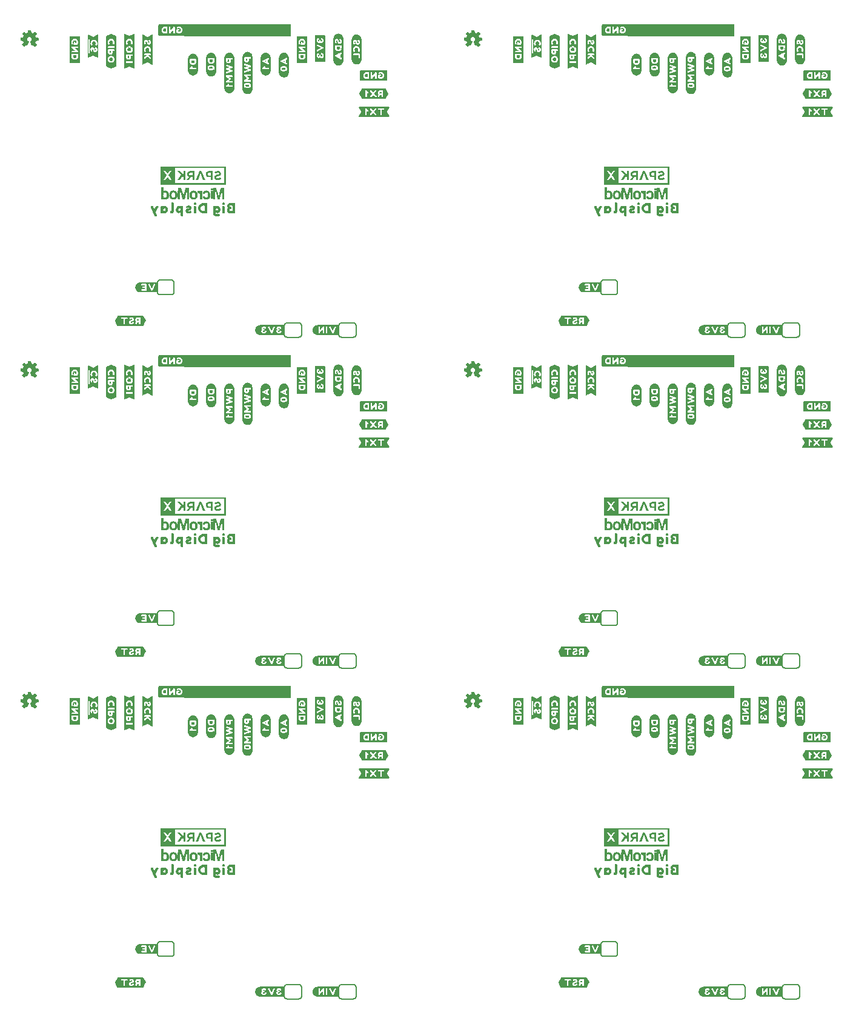
<source format=gbo>
G04 EAGLE Gerber RS-274X export*
G75*
%MOMM*%
%FSLAX34Y34*%
%LPD*%
%INSilkscreen Bottom*%
%IPPOS*%
%AMOC8*
5,1,8,0,0,1.08239X$1,22.5*%
G01*
%ADD10R,14.922500X1.651000*%
%ADD11R,3.644900X0.304800*%
%ADD12C,0.203200*%
%ADD13C,0.152400*%

G36*
X246367Y228597D02*
X246367Y228597D01*
X246374Y228603D01*
X246380Y228595D01*
X337820Y228595D01*
X337867Y228631D01*
X337862Y228639D01*
X337869Y228645D01*
X337869Y253955D01*
X337833Y254003D01*
X337826Y253997D01*
X337820Y254005D01*
X246380Y254005D01*
X246333Y253969D01*
X246338Y253961D01*
X246331Y253955D01*
X246331Y228645D01*
X246367Y228597D01*
G37*
G36*
X957627Y228631D02*
X957627Y228631D01*
X957622Y228639D01*
X957629Y228645D01*
X957629Y253955D01*
X957593Y254003D01*
X957586Y253997D01*
X957580Y254005D01*
X866140Y254005D01*
X866093Y253969D01*
X866098Y253961D01*
X866091Y253955D01*
X866091Y228645D01*
X866127Y228597D01*
X866134Y228603D01*
X866140Y228595D01*
X957580Y228595D01*
X957627Y228631D01*
G37*
G36*
X337867Y1153191D02*
X337867Y1153191D01*
X337862Y1153199D01*
X337869Y1153205D01*
X337869Y1178515D01*
X337833Y1178563D01*
X337826Y1178557D01*
X337820Y1178565D01*
X246380Y1178565D01*
X246333Y1178529D01*
X246338Y1178521D01*
X246331Y1178515D01*
X246331Y1153205D01*
X246367Y1153157D01*
X246374Y1153163D01*
X246380Y1153155D01*
X337820Y1153155D01*
X337867Y1153191D01*
G37*
G36*
X957627Y1153191D02*
X957627Y1153191D01*
X957622Y1153199D01*
X957629Y1153205D01*
X957629Y1178515D01*
X957593Y1178563D01*
X957586Y1178557D01*
X957580Y1178565D01*
X866140Y1178565D01*
X866093Y1178529D01*
X866098Y1178521D01*
X866091Y1178515D01*
X866091Y1153205D01*
X866127Y1153157D01*
X866134Y1153163D01*
X866140Y1153155D01*
X957580Y1153155D01*
X957627Y1153191D01*
G37*
G36*
X337867Y690911D02*
X337867Y690911D01*
X337862Y690919D01*
X337869Y690925D01*
X337869Y716235D01*
X337833Y716283D01*
X337826Y716277D01*
X337820Y716285D01*
X246380Y716285D01*
X246333Y716249D01*
X246338Y716241D01*
X246331Y716235D01*
X246331Y690925D01*
X246367Y690877D01*
X246374Y690883D01*
X246380Y690875D01*
X337820Y690875D01*
X337867Y690911D01*
G37*
G36*
X957627Y690911D02*
X957627Y690911D01*
X957622Y690919D01*
X957629Y690925D01*
X957629Y716235D01*
X957593Y716283D01*
X957586Y716277D01*
X957580Y716285D01*
X866140Y716285D01*
X866093Y716249D01*
X866098Y716241D01*
X866091Y716235D01*
X866091Y690925D01*
X866127Y690877D01*
X866134Y690883D01*
X866140Y690875D01*
X957580Y690875D01*
X957627Y690911D01*
G37*
%LPC*%
G36*
X886617Y231044D02*
X886617Y231044D01*
X886617Y251556D01*
X955181Y251556D01*
X955181Y231044D01*
X886617Y231044D01*
G37*
%LPD*%
%LPC*%
G36*
X335421Y251556D02*
X335421Y251556D01*
X335421Y231044D01*
X266857Y231044D01*
X266857Y251556D01*
X335421Y251556D01*
G37*
%LPD*%
%LPC*%
G36*
X266857Y693324D02*
X266857Y693324D01*
X266857Y713836D01*
X335421Y713836D01*
X335421Y693324D01*
X266857Y693324D01*
G37*
%LPD*%
%LPC*%
G36*
X266857Y1155604D02*
X266857Y1155604D01*
X266857Y1176116D01*
X335421Y1176116D01*
X335421Y1155604D01*
X266857Y1155604D01*
G37*
%LPD*%
%LPC*%
G36*
X886617Y1155604D02*
X886617Y1155604D01*
X886617Y1176116D01*
X955181Y1176116D01*
X955181Y1155604D01*
X886617Y1155604D01*
G37*
%LPD*%
%LPC*%
G36*
X886617Y693324D02*
X886617Y693324D01*
X886617Y713836D01*
X955181Y713836D01*
X955181Y693324D01*
X886617Y693324D01*
G37*
%LPD*%
G36*
X988765Y817154D02*
X988765Y817154D01*
X988768Y817151D01*
X989368Y817251D01*
X989371Y817255D01*
X989374Y817253D01*
X990074Y817453D01*
X990075Y817454D01*
X990076Y817453D01*
X990676Y817653D01*
X990679Y817658D01*
X990682Y817656D01*
X991882Y818256D01*
X991886Y818264D01*
X991892Y818262D01*
X992492Y818762D01*
X992492Y818766D01*
X992495Y818765D01*
X993395Y819665D01*
X993396Y819672D01*
X993401Y819673D01*
X993801Y820273D01*
X993801Y820277D01*
X993804Y820278D01*
X994404Y821478D01*
X994403Y821483D01*
X994407Y821484D01*
X994607Y822084D01*
X994606Y822086D01*
X994607Y822086D01*
X994643Y822210D01*
X994657Y822259D01*
X994699Y822407D01*
X994741Y822555D01*
X994755Y822604D01*
X994797Y822752D01*
X994798Y822752D01*
X994797Y822752D01*
X994807Y822786D01*
X994806Y822790D01*
X994809Y822792D01*
X994909Y823392D01*
X994906Y823397D01*
X994909Y823400D01*
X994909Y869500D01*
X994906Y869504D01*
X994909Y869507D01*
X994809Y870207D01*
X994808Y870208D01*
X994809Y870208D01*
X994709Y870808D01*
X994609Y871507D01*
X994601Y871515D01*
X994604Y871522D01*
X994306Y872119D01*
X994107Y872716D01*
X994099Y872721D01*
X994101Y872727D01*
X993301Y873927D01*
X993294Y873930D01*
X993295Y873935D01*
X992795Y874435D01*
X992791Y874435D01*
X992791Y874438D01*
X991791Y875238D01*
X991787Y875239D01*
X991787Y875241D01*
X991187Y875641D01*
X991178Y875640D01*
X991176Y875647D01*
X990576Y875847D01*
X990574Y875846D01*
X990574Y875847D01*
X989875Y876047D01*
X989276Y876247D01*
X989269Y876245D01*
X989267Y876249D01*
X988567Y876349D01*
X988562Y876346D01*
X988560Y876349D01*
X987860Y876349D01*
X987855Y876346D01*
X987852Y876349D01*
X987252Y876249D01*
X986553Y876149D01*
X986549Y876145D01*
X986546Y876147D01*
X985846Y875947D01*
X985845Y875946D01*
X985844Y875947D01*
X985244Y875747D01*
X985241Y875742D01*
X985238Y875744D01*
X984638Y875444D01*
X984636Y875440D01*
X984633Y875441D01*
X984033Y875041D01*
X984032Y875038D01*
X984029Y875038D01*
X983529Y874638D01*
X983528Y874634D01*
X983525Y874635D01*
X983025Y874135D01*
X983025Y874131D01*
X983022Y874131D01*
X982622Y873631D01*
X982621Y873627D01*
X982619Y873627D01*
X982219Y873027D01*
X982219Y873023D01*
X982216Y873022D01*
X981616Y871822D01*
X981617Y871817D01*
X981613Y871816D01*
X981413Y871216D01*
X981415Y871209D01*
X981411Y871207D01*
X981211Y869807D01*
X981214Y869802D01*
X981211Y869800D01*
X981211Y823500D01*
X981214Y823496D01*
X981211Y823493D01*
X981311Y822793D01*
X981315Y822789D01*
X981313Y822786D01*
X981513Y822086D01*
X981514Y822085D01*
X981513Y822084D01*
X981713Y821484D01*
X981718Y821481D01*
X981716Y821478D01*
X982316Y820278D01*
X982320Y820276D01*
X982319Y820273D01*
X982719Y819673D01*
X982722Y819672D01*
X982722Y819669D01*
X983122Y819169D01*
X983129Y819167D01*
X983129Y819162D01*
X983629Y818762D01*
X983633Y818761D01*
X983633Y818759D01*
X984231Y818360D01*
X984729Y817962D01*
X984739Y817961D01*
X984741Y817955D01*
X985441Y817655D01*
X985444Y817656D01*
X985444Y817653D01*
X986644Y817253D01*
X986651Y817255D01*
X986653Y817251D01*
X987353Y817151D01*
X987358Y817154D01*
X987360Y817151D01*
X988760Y817151D01*
X988765Y817154D01*
G37*
G36*
X988765Y1279434D02*
X988765Y1279434D01*
X988768Y1279431D01*
X989368Y1279531D01*
X989371Y1279535D01*
X989374Y1279533D01*
X990074Y1279733D01*
X990075Y1279734D01*
X990076Y1279733D01*
X990676Y1279933D01*
X990679Y1279938D01*
X990682Y1279936D01*
X991882Y1280536D01*
X991886Y1280544D01*
X991892Y1280542D01*
X992492Y1281042D01*
X992492Y1281046D01*
X992495Y1281045D01*
X993395Y1281945D01*
X993396Y1281952D01*
X993401Y1281953D01*
X993801Y1282553D01*
X993801Y1282557D01*
X993804Y1282558D01*
X994404Y1283758D01*
X994403Y1283763D01*
X994407Y1283764D01*
X994607Y1284364D01*
X994606Y1284366D01*
X994607Y1284366D01*
X994643Y1284490D01*
X994657Y1284539D01*
X994699Y1284687D01*
X994741Y1284835D01*
X994755Y1284884D01*
X994797Y1285032D01*
X994798Y1285032D01*
X994797Y1285032D01*
X994807Y1285066D01*
X994806Y1285070D01*
X994809Y1285072D01*
X994909Y1285672D01*
X994906Y1285677D01*
X994909Y1285680D01*
X994909Y1331780D01*
X994906Y1331784D01*
X994909Y1331787D01*
X994809Y1332487D01*
X994808Y1332488D01*
X994809Y1332488D01*
X994709Y1333088D01*
X994609Y1333787D01*
X994601Y1333795D01*
X994604Y1333802D01*
X994306Y1334399D01*
X994107Y1334996D01*
X994099Y1335001D01*
X994101Y1335007D01*
X993301Y1336207D01*
X993294Y1336210D01*
X993295Y1336215D01*
X992795Y1336715D01*
X992791Y1336715D01*
X992791Y1336718D01*
X991791Y1337518D01*
X991787Y1337519D01*
X991787Y1337521D01*
X991187Y1337921D01*
X991178Y1337920D01*
X991176Y1337927D01*
X990576Y1338127D01*
X990574Y1338126D01*
X990574Y1338127D01*
X989875Y1338327D01*
X989276Y1338527D01*
X989269Y1338525D01*
X989267Y1338529D01*
X988567Y1338629D01*
X988562Y1338626D01*
X988560Y1338629D01*
X987860Y1338629D01*
X987855Y1338626D01*
X987852Y1338629D01*
X987252Y1338529D01*
X986553Y1338429D01*
X986549Y1338425D01*
X986546Y1338427D01*
X985846Y1338227D01*
X985845Y1338226D01*
X985844Y1338227D01*
X985244Y1338027D01*
X985241Y1338022D01*
X985238Y1338024D01*
X984638Y1337724D01*
X984636Y1337720D01*
X984633Y1337721D01*
X984033Y1337321D01*
X984032Y1337318D01*
X984029Y1337318D01*
X983529Y1336918D01*
X983528Y1336914D01*
X983525Y1336915D01*
X983025Y1336415D01*
X983025Y1336411D01*
X983022Y1336411D01*
X982622Y1335911D01*
X982621Y1335907D01*
X982619Y1335907D01*
X982219Y1335307D01*
X982219Y1335303D01*
X982216Y1335302D01*
X981616Y1334102D01*
X981617Y1334097D01*
X981613Y1334096D01*
X981413Y1333496D01*
X981415Y1333489D01*
X981411Y1333487D01*
X981211Y1332087D01*
X981214Y1332082D01*
X981211Y1332080D01*
X981211Y1285780D01*
X981214Y1285776D01*
X981211Y1285773D01*
X981311Y1285073D01*
X981315Y1285069D01*
X981313Y1285066D01*
X981513Y1284366D01*
X981514Y1284365D01*
X981513Y1284364D01*
X981713Y1283764D01*
X981718Y1283761D01*
X981716Y1283758D01*
X982316Y1282558D01*
X982320Y1282556D01*
X982319Y1282553D01*
X982719Y1281953D01*
X982722Y1281952D01*
X982722Y1281949D01*
X983122Y1281449D01*
X983129Y1281447D01*
X983129Y1281442D01*
X983629Y1281042D01*
X983633Y1281041D01*
X983633Y1281039D01*
X984231Y1280640D01*
X984729Y1280242D01*
X984739Y1280241D01*
X984741Y1280235D01*
X985441Y1279935D01*
X985444Y1279936D01*
X985444Y1279933D01*
X986644Y1279533D01*
X986651Y1279535D01*
X986653Y1279531D01*
X987353Y1279431D01*
X987358Y1279434D01*
X987360Y1279431D01*
X988760Y1279431D01*
X988765Y1279434D01*
G37*
G36*
X369005Y1279434D02*
X369005Y1279434D01*
X369008Y1279431D01*
X369608Y1279531D01*
X369611Y1279535D01*
X369614Y1279533D01*
X370314Y1279733D01*
X370315Y1279734D01*
X370316Y1279733D01*
X370916Y1279933D01*
X370919Y1279938D01*
X370922Y1279936D01*
X372122Y1280536D01*
X372126Y1280544D01*
X372132Y1280542D01*
X372732Y1281042D01*
X372732Y1281046D01*
X372735Y1281045D01*
X373635Y1281945D01*
X373636Y1281952D01*
X373641Y1281953D01*
X374041Y1282553D01*
X374041Y1282557D01*
X374044Y1282558D01*
X374644Y1283758D01*
X374643Y1283763D01*
X374647Y1283764D01*
X374847Y1284364D01*
X374846Y1284366D01*
X374847Y1284366D01*
X374883Y1284490D01*
X374897Y1284539D01*
X374939Y1284687D01*
X374981Y1284835D01*
X374995Y1284884D01*
X375037Y1285032D01*
X375038Y1285032D01*
X375037Y1285032D01*
X375047Y1285066D01*
X375046Y1285070D01*
X375049Y1285072D01*
X375149Y1285672D01*
X375146Y1285677D01*
X375149Y1285680D01*
X375149Y1331780D01*
X375146Y1331784D01*
X375149Y1331787D01*
X375049Y1332487D01*
X375048Y1332488D01*
X375049Y1332488D01*
X374949Y1333088D01*
X374849Y1333787D01*
X374841Y1333795D01*
X374844Y1333802D01*
X374546Y1334399D01*
X374347Y1334996D01*
X374339Y1335001D01*
X374341Y1335007D01*
X373541Y1336207D01*
X373534Y1336210D01*
X373535Y1336215D01*
X373035Y1336715D01*
X373031Y1336715D01*
X373031Y1336718D01*
X372031Y1337518D01*
X372027Y1337519D01*
X372027Y1337521D01*
X371427Y1337921D01*
X371418Y1337920D01*
X371416Y1337927D01*
X370816Y1338127D01*
X370814Y1338126D01*
X370814Y1338127D01*
X370115Y1338327D01*
X369516Y1338527D01*
X369509Y1338525D01*
X369507Y1338529D01*
X368807Y1338629D01*
X368802Y1338626D01*
X368800Y1338629D01*
X368100Y1338629D01*
X368095Y1338626D01*
X368092Y1338629D01*
X367492Y1338529D01*
X366793Y1338429D01*
X366789Y1338425D01*
X366786Y1338427D01*
X366086Y1338227D01*
X366085Y1338226D01*
X366084Y1338227D01*
X365484Y1338027D01*
X365481Y1338022D01*
X365478Y1338024D01*
X364878Y1337724D01*
X364876Y1337720D01*
X364873Y1337721D01*
X364273Y1337321D01*
X364272Y1337318D01*
X364269Y1337318D01*
X363769Y1336918D01*
X363768Y1336914D01*
X363765Y1336915D01*
X363265Y1336415D01*
X363265Y1336411D01*
X363262Y1336411D01*
X362862Y1335911D01*
X362861Y1335907D01*
X362859Y1335907D01*
X362459Y1335307D01*
X362459Y1335303D01*
X362456Y1335302D01*
X361856Y1334102D01*
X361857Y1334097D01*
X361853Y1334096D01*
X361653Y1333496D01*
X361655Y1333489D01*
X361651Y1333487D01*
X361451Y1332087D01*
X361454Y1332082D01*
X361451Y1332080D01*
X361451Y1285780D01*
X361454Y1285776D01*
X361451Y1285773D01*
X361551Y1285073D01*
X361555Y1285069D01*
X361553Y1285066D01*
X361753Y1284366D01*
X361754Y1284365D01*
X361753Y1284364D01*
X361953Y1283764D01*
X361958Y1283761D01*
X361956Y1283758D01*
X362556Y1282558D01*
X362560Y1282556D01*
X362559Y1282553D01*
X362959Y1281953D01*
X362962Y1281952D01*
X362962Y1281949D01*
X363362Y1281449D01*
X363369Y1281447D01*
X363369Y1281442D01*
X363869Y1281042D01*
X363873Y1281041D01*
X363873Y1281039D01*
X364471Y1280640D01*
X364969Y1280242D01*
X364979Y1280241D01*
X364981Y1280235D01*
X365681Y1279935D01*
X365684Y1279936D01*
X365684Y1279933D01*
X366884Y1279533D01*
X366891Y1279535D01*
X366893Y1279531D01*
X367593Y1279431D01*
X367598Y1279434D01*
X367600Y1279431D01*
X369000Y1279431D01*
X369005Y1279434D01*
G37*
G36*
X369005Y817154D02*
X369005Y817154D01*
X369008Y817151D01*
X369608Y817251D01*
X369611Y817255D01*
X369614Y817253D01*
X370314Y817453D01*
X370315Y817454D01*
X370316Y817453D01*
X370916Y817653D01*
X370919Y817658D01*
X370922Y817656D01*
X372122Y818256D01*
X372126Y818264D01*
X372132Y818262D01*
X372732Y818762D01*
X372732Y818766D01*
X372735Y818765D01*
X373635Y819665D01*
X373636Y819672D01*
X373641Y819673D01*
X374041Y820273D01*
X374041Y820277D01*
X374044Y820278D01*
X374644Y821478D01*
X374643Y821483D01*
X374647Y821484D01*
X374847Y822084D01*
X374846Y822086D01*
X374847Y822086D01*
X374883Y822210D01*
X374897Y822259D01*
X374939Y822407D01*
X374981Y822555D01*
X374995Y822604D01*
X375037Y822752D01*
X375038Y822752D01*
X375037Y822752D01*
X375047Y822786D01*
X375046Y822790D01*
X375049Y822792D01*
X375149Y823392D01*
X375146Y823397D01*
X375149Y823400D01*
X375149Y869500D01*
X375146Y869504D01*
X375149Y869507D01*
X375049Y870207D01*
X375048Y870208D01*
X375049Y870208D01*
X374949Y870808D01*
X374849Y871507D01*
X374841Y871515D01*
X374844Y871522D01*
X374546Y872119D01*
X374347Y872716D01*
X374339Y872721D01*
X374341Y872727D01*
X373541Y873927D01*
X373534Y873930D01*
X373535Y873935D01*
X373035Y874435D01*
X373031Y874435D01*
X373031Y874438D01*
X372031Y875238D01*
X372027Y875239D01*
X372027Y875241D01*
X371427Y875641D01*
X371418Y875640D01*
X371416Y875647D01*
X370816Y875847D01*
X370814Y875846D01*
X370814Y875847D01*
X370115Y876047D01*
X369516Y876247D01*
X369509Y876245D01*
X369507Y876249D01*
X368807Y876349D01*
X368802Y876346D01*
X368800Y876349D01*
X368100Y876349D01*
X368095Y876346D01*
X368092Y876349D01*
X367492Y876249D01*
X366793Y876149D01*
X366789Y876145D01*
X366786Y876147D01*
X366086Y875947D01*
X366085Y875946D01*
X366084Y875947D01*
X365484Y875747D01*
X365481Y875742D01*
X365478Y875744D01*
X364878Y875444D01*
X364876Y875440D01*
X364873Y875441D01*
X364273Y875041D01*
X364272Y875038D01*
X364269Y875038D01*
X363769Y874638D01*
X363768Y874634D01*
X363765Y874635D01*
X363265Y874135D01*
X363265Y874131D01*
X363262Y874131D01*
X362862Y873631D01*
X362861Y873627D01*
X362859Y873627D01*
X362459Y873027D01*
X362459Y873023D01*
X362456Y873022D01*
X361856Y871822D01*
X361857Y871817D01*
X361853Y871816D01*
X361653Y871216D01*
X361655Y871209D01*
X361651Y871207D01*
X361451Y869807D01*
X361454Y869802D01*
X361451Y869800D01*
X361451Y823500D01*
X361454Y823496D01*
X361451Y823493D01*
X361551Y822793D01*
X361555Y822789D01*
X361553Y822786D01*
X361753Y822086D01*
X361754Y822085D01*
X361753Y822084D01*
X361953Y821484D01*
X361958Y821481D01*
X361956Y821478D01*
X362556Y820278D01*
X362560Y820276D01*
X362559Y820273D01*
X362959Y819673D01*
X362962Y819672D01*
X362962Y819669D01*
X363362Y819169D01*
X363369Y819167D01*
X363369Y819162D01*
X363869Y818762D01*
X363873Y818761D01*
X363873Y818759D01*
X364471Y818360D01*
X364969Y817962D01*
X364979Y817961D01*
X364981Y817955D01*
X365681Y817655D01*
X365684Y817656D01*
X365684Y817653D01*
X366884Y817253D01*
X366891Y817255D01*
X366893Y817251D01*
X367593Y817151D01*
X367598Y817154D01*
X367600Y817151D01*
X369000Y817151D01*
X369005Y817154D01*
G37*
G36*
X369005Y354874D02*
X369005Y354874D01*
X369008Y354871D01*
X369608Y354971D01*
X369611Y354975D01*
X369614Y354973D01*
X370314Y355173D01*
X370315Y355174D01*
X370316Y355173D01*
X370916Y355373D01*
X370919Y355378D01*
X370922Y355376D01*
X372122Y355976D01*
X372126Y355984D01*
X372132Y355982D01*
X372732Y356482D01*
X372732Y356486D01*
X372735Y356485D01*
X373635Y357385D01*
X373636Y357392D01*
X373641Y357393D01*
X374041Y357993D01*
X374041Y357997D01*
X374044Y357998D01*
X374644Y359198D01*
X374643Y359203D01*
X374647Y359204D01*
X374847Y359804D01*
X374846Y359806D01*
X374847Y359806D01*
X374883Y359930D01*
X374897Y359979D01*
X374939Y360127D01*
X374981Y360275D01*
X374995Y360324D01*
X375037Y360472D01*
X375038Y360472D01*
X375037Y360472D01*
X375047Y360506D01*
X375046Y360510D01*
X375049Y360512D01*
X375149Y361112D01*
X375146Y361117D01*
X375149Y361120D01*
X375149Y407220D01*
X375146Y407224D01*
X375149Y407227D01*
X375049Y407927D01*
X375048Y407928D01*
X375049Y407928D01*
X374949Y408528D01*
X374849Y409227D01*
X374841Y409235D01*
X374844Y409242D01*
X374546Y409839D01*
X374347Y410436D01*
X374339Y410441D01*
X374341Y410447D01*
X373541Y411647D01*
X373534Y411650D01*
X373535Y411655D01*
X373035Y412155D01*
X373031Y412155D01*
X373031Y412158D01*
X372031Y412958D01*
X372027Y412959D01*
X372027Y412961D01*
X371427Y413361D01*
X371418Y413360D01*
X371416Y413367D01*
X370816Y413567D01*
X370814Y413566D01*
X370814Y413567D01*
X370115Y413767D01*
X369516Y413967D01*
X369509Y413965D01*
X369507Y413969D01*
X368807Y414069D01*
X368802Y414066D01*
X368800Y414069D01*
X368100Y414069D01*
X368095Y414066D01*
X368092Y414069D01*
X367492Y413969D01*
X366793Y413869D01*
X366789Y413865D01*
X366786Y413867D01*
X366086Y413667D01*
X366085Y413666D01*
X366084Y413667D01*
X365484Y413467D01*
X365481Y413462D01*
X365478Y413464D01*
X364878Y413164D01*
X364876Y413160D01*
X364873Y413161D01*
X364273Y412761D01*
X364272Y412758D01*
X364269Y412758D01*
X363769Y412358D01*
X363768Y412354D01*
X363765Y412355D01*
X363265Y411855D01*
X363265Y411851D01*
X363262Y411851D01*
X362862Y411351D01*
X362861Y411347D01*
X362859Y411347D01*
X362459Y410747D01*
X362459Y410743D01*
X362456Y410742D01*
X361856Y409542D01*
X361857Y409537D01*
X361853Y409536D01*
X361653Y408936D01*
X361655Y408929D01*
X361651Y408927D01*
X361451Y407527D01*
X361454Y407522D01*
X361451Y407520D01*
X361451Y361220D01*
X361454Y361216D01*
X361451Y361213D01*
X361551Y360513D01*
X361555Y360509D01*
X361553Y360506D01*
X361753Y359806D01*
X361754Y359805D01*
X361753Y359804D01*
X361953Y359204D01*
X361958Y359201D01*
X361956Y359198D01*
X362556Y357998D01*
X362560Y357996D01*
X362559Y357993D01*
X362959Y357393D01*
X362962Y357392D01*
X362962Y357389D01*
X363362Y356889D01*
X363369Y356887D01*
X363369Y356882D01*
X363869Y356482D01*
X363873Y356481D01*
X363873Y356479D01*
X364471Y356080D01*
X364969Y355682D01*
X364979Y355681D01*
X364981Y355675D01*
X365681Y355375D01*
X365684Y355376D01*
X365684Y355373D01*
X366884Y354973D01*
X366891Y354975D01*
X366893Y354971D01*
X367593Y354871D01*
X367598Y354874D01*
X367600Y354871D01*
X369000Y354871D01*
X369005Y354874D01*
G37*
G36*
X988765Y354874D02*
X988765Y354874D01*
X988768Y354871D01*
X989368Y354971D01*
X989371Y354975D01*
X989374Y354973D01*
X990074Y355173D01*
X990075Y355174D01*
X990076Y355173D01*
X990676Y355373D01*
X990679Y355378D01*
X990682Y355376D01*
X991882Y355976D01*
X991886Y355984D01*
X991892Y355982D01*
X992492Y356482D01*
X992492Y356486D01*
X992495Y356485D01*
X993395Y357385D01*
X993396Y357392D01*
X993401Y357393D01*
X993801Y357993D01*
X993801Y357997D01*
X993804Y357998D01*
X994404Y359198D01*
X994403Y359203D01*
X994407Y359204D01*
X994607Y359804D01*
X994606Y359806D01*
X994607Y359806D01*
X994643Y359930D01*
X994657Y359979D01*
X994699Y360127D01*
X994741Y360275D01*
X994755Y360324D01*
X994797Y360472D01*
X994798Y360472D01*
X994797Y360472D01*
X994807Y360506D01*
X994806Y360510D01*
X994809Y360512D01*
X994909Y361112D01*
X994906Y361117D01*
X994909Y361120D01*
X994909Y407220D01*
X994906Y407224D01*
X994909Y407227D01*
X994809Y407927D01*
X994808Y407928D01*
X994809Y407928D01*
X994709Y408528D01*
X994609Y409227D01*
X994601Y409235D01*
X994604Y409242D01*
X994306Y409839D01*
X994107Y410436D01*
X994099Y410441D01*
X994101Y410447D01*
X993301Y411647D01*
X993294Y411650D01*
X993295Y411655D01*
X992795Y412155D01*
X992791Y412155D01*
X992791Y412158D01*
X991791Y412958D01*
X991787Y412959D01*
X991787Y412961D01*
X991187Y413361D01*
X991178Y413360D01*
X991176Y413367D01*
X990576Y413567D01*
X990574Y413566D01*
X990574Y413567D01*
X989875Y413767D01*
X989276Y413967D01*
X989269Y413965D01*
X989267Y413969D01*
X988567Y414069D01*
X988562Y414066D01*
X988560Y414069D01*
X987860Y414069D01*
X987855Y414066D01*
X987852Y414069D01*
X987252Y413969D01*
X986553Y413869D01*
X986549Y413865D01*
X986546Y413867D01*
X985846Y413667D01*
X985845Y413666D01*
X985844Y413667D01*
X985244Y413467D01*
X985241Y413462D01*
X985238Y413464D01*
X984638Y413164D01*
X984636Y413160D01*
X984633Y413161D01*
X984033Y412761D01*
X984032Y412758D01*
X984029Y412758D01*
X983529Y412358D01*
X983528Y412354D01*
X983525Y412355D01*
X983025Y411855D01*
X983025Y411851D01*
X983022Y411851D01*
X982622Y411351D01*
X982621Y411347D01*
X982619Y411347D01*
X982219Y410747D01*
X982219Y410743D01*
X982216Y410742D01*
X981616Y409542D01*
X981617Y409537D01*
X981613Y409536D01*
X981413Y408936D01*
X981415Y408929D01*
X981411Y408927D01*
X981211Y407527D01*
X981214Y407522D01*
X981211Y407520D01*
X981211Y361220D01*
X981214Y361216D01*
X981211Y361213D01*
X981311Y360513D01*
X981315Y360509D01*
X981313Y360506D01*
X981513Y359806D01*
X981514Y359805D01*
X981513Y359804D01*
X981713Y359204D01*
X981718Y359201D01*
X981716Y359198D01*
X982316Y357998D01*
X982320Y357996D01*
X982319Y357993D01*
X982719Y357393D01*
X982722Y357392D01*
X982722Y357389D01*
X983122Y356889D01*
X983129Y356887D01*
X983129Y356882D01*
X983629Y356482D01*
X983633Y356481D01*
X983633Y356479D01*
X984231Y356080D01*
X984729Y355682D01*
X984739Y355681D01*
X984741Y355675D01*
X985441Y355375D01*
X985444Y355376D01*
X985444Y355373D01*
X986644Y354973D01*
X986651Y354975D01*
X986653Y354971D01*
X987353Y354871D01*
X987358Y354874D01*
X987360Y354871D01*
X988760Y354871D01*
X988765Y354874D01*
G37*
G36*
X963364Y1280864D02*
X963364Y1280864D01*
X963367Y1280861D01*
X964067Y1280961D01*
X964072Y1280966D01*
X964076Y1280963D01*
X964675Y1281163D01*
X965374Y1281363D01*
X965378Y1281368D01*
X965382Y1281366D01*
X965982Y1281666D01*
X965984Y1281670D01*
X965987Y1281669D01*
X966587Y1282069D01*
X966588Y1282072D01*
X966591Y1282072D01*
X967091Y1282472D01*
X967092Y1282476D01*
X967095Y1282475D01*
X967595Y1282975D01*
X967595Y1282979D01*
X967598Y1282979D01*
X968398Y1283979D01*
X968399Y1283983D01*
X968401Y1283983D01*
X968801Y1284583D01*
X968801Y1284588D01*
X968803Y1284590D01*
X968802Y1284593D01*
X968807Y1284594D01*
X969007Y1285194D01*
X969006Y1285196D01*
X969007Y1285196D01*
X969031Y1285280D01*
X969045Y1285329D01*
X969087Y1285477D01*
X969088Y1285477D01*
X969087Y1285477D01*
X969130Y1285625D01*
X969144Y1285674D01*
X969186Y1285822D01*
X969207Y1285895D01*
X969407Y1286494D01*
X969405Y1286501D01*
X969409Y1286503D01*
X969509Y1287203D01*
X969506Y1287208D01*
X969509Y1287210D01*
X969509Y1330610D01*
X969506Y1330614D01*
X969509Y1330617D01*
X969409Y1331317D01*
X969408Y1331318D01*
X969409Y1331318D01*
X969309Y1331918D01*
X969209Y1332617D01*
X969201Y1332625D01*
X969204Y1332632D01*
X968304Y1334432D01*
X968294Y1334437D01*
X968295Y1334445D01*
X967797Y1334943D01*
X967398Y1335441D01*
X967394Y1335442D01*
X967395Y1335445D01*
X966895Y1335945D01*
X966888Y1335946D01*
X966887Y1335951D01*
X966287Y1336351D01*
X966283Y1336351D01*
X966282Y1336354D01*
X965082Y1336954D01*
X965075Y1336953D01*
X965074Y1336957D01*
X964374Y1337157D01*
X964370Y1337156D01*
X964368Y1337159D01*
X963768Y1337259D01*
X963767Y1337258D01*
X963767Y1337259D01*
X963067Y1337359D01*
X963062Y1337356D01*
X963060Y1337359D01*
X962360Y1337359D01*
X962355Y1337356D01*
X962352Y1337359D01*
X961752Y1337259D01*
X961053Y1337159D01*
X961049Y1337155D01*
X961046Y1337157D01*
X960346Y1336957D01*
X960345Y1336956D01*
X960344Y1336957D01*
X959744Y1336757D01*
X959739Y1336749D01*
X959733Y1336751D01*
X959134Y1336352D01*
X958635Y1336052D01*
X958633Y1336047D01*
X958628Y1336048D01*
X958028Y1335548D01*
X958027Y1335541D01*
X958022Y1335541D01*
X957623Y1335043D01*
X957125Y1334545D01*
X957124Y1334536D01*
X957118Y1334535D01*
X956818Y1334036D01*
X956419Y1333437D01*
X956420Y1333429D01*
X956413Y1333424D01*
X956371Y1333276D01*
X956328Y1333128D01*
X956314Y1333079D01*
X956272Y1332931D01*
X956230Y1332784D01*
X956216Y1332734D01*
X956213Y1332725D01*
X956013Y1332126D01*
X956015Y1332119D01*
X956011Y1332117D01*
X955811Y1330717D01*
X955814Y1330712D01*
X955811Y1330710D01*
X955811Y1287110D01*
X955814Y1287105D01*
X955811Y1287102D01*
X955911Y1286502D01*
X955915Y1286499D01*
X955913Y1286496D01*
X956113Y1285796D01*
X956114Y1285795D01*
X956113Y1285794D01*
X956313Y1285194D01*
X956318Y1285191D01*
X956316Y1285188D01*
X956916Y1283988D01*
X956920Y1283986D01*
X956919Y1283983D01*
X957319Y1283383D01*
X957326Y1283380D01*
X957325Y1283375D01*
X957825Y1282875D01*
X957829Y1282875D01*
X957829Y1282872D01*
X958327Y1282473D01*
X958825Y1281975D01*
X958837Y1281974D01*
X958838Y1281966D01*
X960038Y1281366D01*
X960043Y1281367D01*
X960044Y1281363D01*
X960644Y1281163D01*
X960646Y1281164D01*
X960646Y1281163D01*
X961346Y1280963D01*
X961351Y1280965D01*
X961353Y1280961D01*
X962053Y1280861D01*
X962058Y1280864D01*
X962060Y1280861D01*
X963360Y1280861D01*
X963364Y1280864D01*
G37*
G36*
X343604Y1280864D02*
X343604Y1280864D01*
X343607Y1280861D01*
X344307Y1280961D01*
X344312Y1280966D01*
X344316Y1280963D01*
X344915Y1281163D01*
X345614Y1281363D01*
X345618Y1281368D01*
X345622Y1281366D01*
X346222Y1281666D01*
X346224Y1281670D01*
X346227Y1281669D01*
X346827Y1282069D01*
X346828Y1282072D01*
X346831Y1282072D01*
X347331Y1282472D01*
X347332Y1282476D01*
X347335Y1282475D01*
X347835Y1282975D01*
X347835Y1282979D01*
X347838Y1282979D01*
X348638Y1283979D01*
X348639Y1283983D01*
X348641Y1283983D01*
X349041Y1284583D01*
X349041Y1284588D01*
X349043Y1284590D01*
X349042Y1284593D01*
X349047Y1284594D01*
X349247Y1285194D01*
X349246Y1285196D01*
X349247Y1285196D01*
X349271Y1285280D01*
X349285Y1285329D01*
X349327Y1285477D01*
X349328Y1285477D01*
X349327Y1285477D01*
X349370Y1285625D01*
X349384Y1285674D01*
X349426Y1285822D01*
X349447Y1285895D01*
X349647Y1286494D01*
X349645Y1286501D01*
X349649Y1286503D01*
X349749Y1287203D01*
X349746Y1287208D01*
X349749Y1287210D01*
X349749Y1330610D01*
X349746Y1330614D01*
X349749Y1330617D01*
X349649Y1331317D01*
X349648Y1331318D01*
X349649Y1331318D01*
X349549Y1331918D01*
X349449Y1332617D01*
X349441Y1332625D01*
X349444Y1332632D01*
X348544Y1334432D01*
X348534Y1334437D01*
X348535Y1334445D01*
X348037Y1334943D01*
X347638Y1335441D01*
X347634Y1335442D01*
X347635Y1335445D01*
X347135Y1335945D01*
X347128Y1335946D01*
X347127Y1335951D01*
X346527Y1336351D01*
X346523Y1336351D01*
X346522Y1336354D01*
X345322Y1336954D01*
X345315Y1336953D01*
X345314Y1336957D01*
X344614Y1337157D01*
X344610Y1337156D01*
X344608Y1337159D01*
X344008Y1337259D01*
X344007Y1337258D01*
X344007Y1337259D01*
X343307Y1337359D01*
X343302Y1337356D01*
X343300Y1337359D01*
X342600Y1337359D01*
X342595Y1337356D01*
X342592Y1337359D01*
X341992Y1337259D01*
X341293Y1337159D01*
X341289Y1337155D01*
X341286Y1337157D01*
X340586Y1336957D01*
X340585Y1336956D01*
X340584Y1336957D01*
X339984Y1336757D01*
X339979Y1336749D01*
X339973Y1336751D01*
X339374Y1336352D01*
X338875Y1336052D01*
X338873Y1336047D01*
X338868Y1336048D01*
X338268Y1335548D01*
X338267Y1335541D01*
X338262Y1335541D01*
X337863Y1335043D01*
X337365Y1334545D01*
X337364Y1334536D01*
X337358Y1334535D01*
X337058Y1334036D01*
X336659Y1333437D01*
X336660Y1333429D01*
X336653Y1333424D01*
X336611Y1333276D01*
X336568Y1333128D01*
X336554Y1333079D01*
X336512Y1332931D01*
X336470Y1332784D01*
X336456Y1332734D01*
X336453Y1332725D01*
X336253Y1332126D01*
X336255Y1332119D01*
X336251Y1332117D01*
X336051Y1330717D01*
X336054Y1330712D01*
X336051Y1330710D01*
X336051Y1287110D01*
X336054Y1287105D01*
X336051Y1287102D01*
X336151Y1286502D01*
X336155Y1286499D01*
X336153Y1286496D01*
X336353Y1285796D01*
X336354Y1285795D01*
X336353Y1285794D01*
X336553Y1285194D01*
X336558Y1285191D01*
X336556Y1285188D01*
X337156Y1283988D01*
X337160Y1283986D01*
X337159Y1283983D01*
X337559Y1283383D01*
X337566Y1283380D01*
X337565Y1283375D01*
X338065Y1282875D01*
X338069Y1282875D01*
X338069Y1282872D01*
X338567Y1282473D01*
X339065Y1281975D01*
X339077Y1281974D01*
X339078Y1281966D01*
X340278Y1281366D01*
X340283Y1281367D01*
X340284Y1281363D01*
X340884Y1281163D01*
X340886Y1281164D01*
X340886Y1281163D01*
X341586Y1280963D01*
X341591Y1280965D01*
X341593Y1280961D01*
X342293Y1280861D01*
X342298Y1280864D01*
X342300Y1280861D01*
X343600Y1280861D01*
X343604Y1280864D01*
G37*
G36*
X343604Y356304D02*
X343604Y356304D01*
X343607Y356301D01*
X344307Y356401D01*
X344312Y356406D01*
X344316Y356403D01*
X344915Y356603D01*
X345614Y356803D01*
X345618Y356808D01*
X345622Y356806D01*
X346222Y357106D01*
X346224Y357110D01*
X346227Y357109D01*
X346827Y357509D01*
X346828Y357512D01*
X346831Y357512D01*
X347331Y357912D01*
X347332Y357916D01*
X347335Y357915D01*
X347835Y358415D01*
X347835Y358419D01*
X347838Y358419D01*
X348638Y359419D01*
X348639Y359423D01*
X348641Y359423D01*
X349041Y360023D01*
X349041Y360028D01*
X349043Y360030D01*
X349042Y360033D01*
X349047Y360034D01*
X349247Y360634D01*
X349246Y360636D01*
X349247Y360636D01*
X349271Y360720D01*
X349285Y360769D01*
X349327Y360917D01*
X349328Y360917D01*
X349327Y360917D01*
X349370Y361065D01*
X349384Y361114D01*
X349426Y361262D01*
X349447Y361335D01*
X349647Y361934D01*
X349645Y361941D01*
X349649Y361943D01*
X349749Y362643D01*
X349746Y362648D01*
X349749Y362650D01*
X349749Y406050D01*
X349746Y406054D01*
X349749Y406057D01*
X349649Y406757D01*
X349648Y406758D01*
X349649Y406758D01*
X349549Y407358D01*
X349449Y408057D01*
X349441Y408065D01*
X349444Y408072D01*
X348544Y409872D01*
X348534Y409877D01*
X348535Y409885D01*
X348037Y410383D01*
X347638Y410881D01*
X347634Y410882D01*
X347635Y410885D01*
X347135Y411385D01*
X347128Y411386D01*
X347127Y411391D01*
X346527Y411791D01*
X346523Y411791D01*
X346522Y411794D01*
X345322Y412394D01*
X345315Y412393D01*
X345314Y412397D01*
X344614Y412597D01*
X344610Y412596D01*
X344608Y412599D01*
X344008Y412699D01*
X344007Y412698D01*
X344007Y412699D01*
X343307Y412799D01*
X343302Y412796D01*
X343300Y412799D01*
X342600Y412799D01*
X342595Y412796D01*
X342592Y412799D01*
X341992Y412699D01*
X341293Y412599D01*
X341289Y412595D01*
X341286Y412597D01*
X340586Y412397D01*
X340585Y412396D01*
X340584Y412397D01*
X339984Y412197D01*
X339979Y412189D01*
X339973Y412191D01*
X339374Y411792D01*
X338875Y411492D01*
X338873Y411487D01*
X338868Y411488D01*
X338268Y410988D01*
X338267Y410981D01*
X338262Y410981D01*
X337863Y410483D01*
X337365Y409985D01*
X337364Y409976D01*
X337358Y409975D01*
X337058Y409476D01*
X336659Y408877D01*
X336660Y408869D01*
X336653Y408864D01*
X336611Y408716D01*
X336568Y408568D01*
X336554Y408519D01*
X336512Y408371D01*
X336470Y408224D01*
X336456Y408174D01*
X336453Y408165D01*
X336253Y407566D01*
X336255Y407559D01*
X336251Y407557D01*
X336051Y406157D01*
X336054Y406152D01*
X336051Y406150D01*
X336051Y362550D01*
X336054Y362545D01*
X336051Y362542D01*
X336151Y361942D01*
X336155Y361939D01*
X336153Y361936D01*
X336353Y361236D01*
X336354Y361235D01*
X336353Y361234D01*
X336553Y360634D01*
X336558Y360631D01*
X336556Y360628D01*
X337156Y359428D01*
X337160Y359426D01*
X337159Y359423D01*
X337559Y358823D01*
X337566Y358820D01*
X337565Y358815D01*
X338065Y358315D01*
X338069Y358315D01*
X338069Y358312D01*
X338567Y357913D01*
X339065Y357415D01*
X339077Y357414D01*
X339078Y357406D01*
X340278Y356806D01*
X340283Y356807D01*
X340284Y356803D01*
X340884Y356603D01*
X340886Y356604D01*
X340886Y356603D01*
X341586Y356403D01*
X341591Y356405D01*
X341593Y356401D01*
X342293Y356301D01*
X342298Y356304D01*
X342300Y356301D01*
X343600Y356301D01*
X343604Y356304D01*
G37*
G36*
X343604Y818584D02*
X343604Y818584D01*
X343607Y818581D01*
X344307Y818681D01*
X344312Y818686D01*
X344316Y818683D01*
X344915Y818883D01*
X345614Y819083D01*
X345618Y819088D01*
X345622Y819086D01*
X346222Y819386D01*
X346224Y819390D01*
X346227Y819389D01*
X346827Y819789D01*
X346828Y819792D01*
X346831Y819792D01*
X347331Y820192D01*
X347332Y820196D01*
X347335Y820195D01*
X347835Y820695D01*
X347835Y820699D01*
X347838Y820699D01*
X348638Y821699D01*
X348639Y821703D01*
X348641Y821703D01*
X349041Y822303D01*
X349041Y822308D01*
X349043Y822310D01*
X349042Y822313D01*
X349047Y822314D01*
X349247Y822914D01*
X349246Y822916D01*
X349247Y822916D01*
X349271Y823000D01*
X349285Y823049D01*
X349327Y823197D01*
X349328Y823197D01*
X349327Y823197D01*
X349370Y823345D01*
X349384Y823394D01*
X349426Y823542D01*
X349447Y823615D01*
X349647Y824214D01*
X349645Y824221D01*
X349649Y824223D01*
X349749Y824923D01*
X349746Y824928D01*
X349749Y824930D01*
X349749Y868330D01*
X349746Y868334D01*
X349749Y868337D01*
X349649Y869037D01*
X349648Y869038D01*
X349649Y869038D01*
X349549Y869638D01*
X349449Y870337D01*
X349441Y870345D01*
X349444Y870352D01*
X348544Y872152D01*
X348534Y872157D01*
X348535Y872165D01*
X348037Y872663D01*
X347638Y873161D01*
X347634Y873162D01*
X347635Y873165D01*
X347135Y873665D01*
X347128Y873666D01*
X347127Y873671D01*
X346527Y874071D01*
X346523Y874071D01*
X346522Y874074D01*
X345322Y874674D01*
X345315Y874673D01*
X345314Y874677D01*
X344614Y874877D01*
X344610Y874876D01*
X344608Y874879D01*
X344008Y874979D01*
X344007Y874978D01*
X344007Y874979D01*
X343307Y875079D01*
X343302Y875076D01*
X343300Y875079D01*
X342600Y875079D01*
X342595Y875076D01*
X342592Y875079D01*
X341992Y874979D01*
X341293Y874879D01*
X341289Y874875D01*
X341286Y874877D01*
X340586Y874677D01*
X340585Y874676D01*
X340584Y874677D01*
X339984Y874477D01*
X339979Y874469D01*
X339973Y874471D01*
X339374Y874072D01*
X338875Y873772D01*
X338873Y873767D01*
X338868Y873768D01*
X338268Y873268D01*
X338267Y873261D01*
X338262Y873261D01*
X337863Y872763D01*
X337365Y872265D01*
X337364Y872256D01*
X337358Y872255D01*
X337058Y871756D01*
X336659Y871157D01*
X336660Y871149D01*
X336653Y871144D01*
X336611Y870996D01*
X336568Y870848D01*
X336554Y870799D01*
X336512Y870651D01*
X336470Y870504D01*
X336456Y870454D01*
X336453Y870445D01*
X336253Y869846D01*
X336255Y869839D01*
X336251Y869837D01*
X336051Y868437D01*
X336054Y868432D01*
X336051Y868430D01*
X336051Y824830D01*
X336054Y824825D01*
X336051Y824822D01*
X336151Y824222D01*
X336155Y824219D01*
X336153Y824216D01*
X336353Y823516D01*
X336354Y823515D01*
X336353Y823514D01*
X336553Y822914D01*
X336558Y822911D01*
X336556Y822908D01*
X337156Y821708D01*
X337160Y821706D01*
X337159Y821703D01*
X337559Y821103D01*
X337566Y821100D01*
X337565Y821095D01*
X338065Y820595D01*
X338069Y820595D01*
X338069Y820592D01*
X338567Y820193D01*
X339065Y819695D01*
X339077Y819694D01*
X339078Y819686D01*
X340278Y819086D01*
X340283Y819087D01*
X340284Y819083D01*
X340884Y818883D01*
X340886Y818884D01*
X340886Y818883D01*
X341586Y818683D01*
X341591Y818685D01*
X341593Y818681D01*
X342293Y818581D01*
X342298Y818584D01*
X342300Y818581D01*
X343600Y818581D01*
X343604Y818584D01*
G37*
G36*
X963364Y818584D02*
X963364Y818584D01*
X963367Y818581D01*
X964067Y818681D01*
X964072Y818686D01*
X964076Y818683D01*
X964675Y818883D01*
X965374Y819083D01*
X965378Y819088D01*
X965382Y819086D01*
X965982Y819386D01*
X965984Y819390D01*
X965987Y819389D01*
X966587Y819789D01*
X966588Y819792D01*
X966591Y819792D01*
X967091Y820192D01*
X967092Y820196D01*
X967095Y820195D01*
X967595Y820695D01*
X967595Y820699D01*
X967598Y820699D01*
X968398Y821699D01*
X968399Y821703D01*
X968401Y821703D01*
X968801Y822303D01*
X968801Y822308D01*
X968803Y822310D01*
X968802Y822313D01*
X968807Y822314D01*
X969007Y822914D01*
X969006Y822916D01*
X969007Y822916D01*
X969031Y823000D01*
X969045Y823049D01*
X969087Y823197D01*
X969088Y823197D01*
X969087Y823197D01*
X969130Y823345D01*
X969144Y823394D01*
X969186Y823542D01*
X969207Y823615D01*
X969407Y824214D01*
X969405Y824221D01*
X969409Y824223D01*
X969509Y824923D01*
X969506Y824928D01*
X969509Y824930D01*
X969509Y868330D01*
X969506Y868334D01*
X969509Y868337D01*
X969409Y869037D01*
X969408Y869038D01*
X969409Y869038D01*
X969309Y869638D01*
X969209Y870337D01*
X969201Y870345D01*
X969204Y870352D01*
X968304Y872152D01*
X968294Y872157D01*
X968295Y872165D01*
X967797Y872663D01*
X967398Y873161D01*
X967394Y873162D01*
X967395Y873165D01*
X966895Y873665D01*
X966888Y873666D01*
X966887Y873671D01*
X966287Y874071D01*
X966283Y874071D01*
X966282Y874074D01*
X965082Y874674D01*
X965075Y874673D01*
X965074Y874677D01*
X964374Y874877D01*
X964370Y874876D01*
X964368Y874879D01*
X963768Y874979D01*
X963767Y874978D01*
X963767Y874979D01*
X963067Y875079D01*
X963062Y875076D01*
X963060Y875079D01*
X962360Y875079D01*
X962355Y875076D01*
X962352Y875079D01*
X961752Y874979D01*
X961053Y874879D01*
X961049Y874875D01*
X961046Y874877D01*
X960346Y874677D01*
X960345Y874676D01*
X960344Y874677D01*
X959744Y874477D01*
X959739Y874469D01*
X959733Y874471D01*
X959134Y874072D01*
X958635Y873772D01*
X958633Y873767D01*
X958628Y873768D01*
X958028Y873268D01*
X958027Y873261D01*
X958022Y873261D01*
X957623Y872763D01*
X957125Y872265D01*
X957124Y872256D01*
X957118Y872255D01*
X956818Y871756D01*
X956419Y871157D01*
X956420Y871149D01*
X956413Y871144D01*
X956371Y870996D01*
X956328Y870848D01*
X956314Y870799D01*
X956272Y870651D01*
X956230Y870504D01*
X956216Y870454D01*
X956213Y870445D01*
X956013Y869846D01*
X956015Y869839D01*
X956011Y869837D01*
X955811Y868437D01*
X955814Y868432D01*
X955811Y868430D01*
X955811Y824830D01*
X955814Y824825D01*
X955811Y824822D01*
X955911Y824222D01*
X955915Y824219D01*
X955913Y824216D01*
X956113Y823516D01*
X956114Y823515D01*
X956113Y823514D01*
X956313Y822914D01*
X956318Y822911D01*
X956316Y822908D01*
X956916Y821708D01*
X956920Y821706D01*
X956919Y821703D01*
X957319Y821103D01*
X957326Y821100D01*
X957325Y821095D01*
X957825Y820595D01*
X957829Y820595D01*
X957829Y820592D01*
X958327Y820193D01*
X958825Y819695D01*
X958837Y819694D01*
X958838Y819686D01*
X960038Y819086D01*
X960043Y819087D01*
X960044Y819083D01*
X960644Y818883D01*
X960646Y818884D01*
X960646Y818883D01*
X961346Y818683D01*
X961351Y818685D01*
X961353Y818681D01*
X962053Y818581D01*
X962058Y818584D01*
X962060Y818581D01*
X963360Y818581D01*
X963364Y818584D01*
G37*
G36*
X963364Y356304D02*
X963364Y356304D01*
X963367Y356301D01*
X964067Y356401D01*
X964072Y356406D01*
X964076Y356403D01*
X964675Y356603D01*
X965374Y356803D01*
X965378Y356808D01*
X965382Y356806D01*
X965982Y357106D01*
X965984Y357110D01*
X965987Y357109D01*
X966587Y357509D01*
X966588Y357512D01*
X966591Y357512D01*
X967091Y357912D01*
X967092Y357916D01*
X967095Y357915D01*
X967595Y358415D01*
X967595Y358419D01*
X967598Y358419D01*
X968398Y359419D01*
X968399Y359423D01*
X968401Y359423D01*
X968801Y360023D01*
X968801Y360028D01*
X968803Y360030D01*
X968802Y360033D01*
X968807Y360034D01*
X969007Y360634D01*
X969006Y360636D01*
X969007Y360636D01*
X969031Y360720D01*
X969045Y360769D01*
X969087Y360917D01*
X969088Y360917D01*
X969087Y360917D01*
X969130Y361065D01*
X969144Y361114D01*
X969186Y361262D01*
X969207Y361335D01*
X969407Y361934D01*
X969405Y361941D01*
X969409Y361943D01*
X969509Y362643D01*
X969506Y362648D01*
X969509Y362650D01*
X969509Y406050D01*
X969506Y406054D01*
X969509Y406057D01*
X969409Y406757D01*
X969408Y406758D01*
X969409Y406758D01*
X969309Y407358D01*
X969209Y408057D01*
X969201Y408065D01*
X969204Y408072D01*
X968304Y409872D01*
X968294Y409877D01*
X968295Y409885D01*
X967797Y410383D01*
X967398Y410881D01*
X967394Y410882D01*
X967395Y410885D01*
X966895Y411385D01*
X966888Y411386D01*
X966887Y411391D01*
X966287Y411791D01*
X966283Y411791D01*
X966282Y411794D01*
X965082Y412394D01*
X965075Y412393D01*
X965074Y412397D01*
X964374Y412597D01*
X964370Y412596D01*
X964368Y412599D01*
X963768Y412699D01*
X963767Y412698D01*
X963767Y412699D01*
X963067Y412799D01*
X963062Y412796D01*
X963060Y412799D01*
X962360Y412799D01*
X962355Y412796D01*
X962352Y412799D01*
X961752Y412699D01*
X961053Y412599D01*
X961049Y412595D01*
X961046Y412597D01*
X960346Y412397D01*
X960345Y412396D01*
X960344Y412397D01*
X959744Y412197D01*
X959739Y412189D01*
X959733Y412191D01*
X959134Y411792D01*
X958635Y411492D01*
X958633Y411487D01*
X958628Y411488D01*
X958028Y410988D01*
X958027Y410981D01*
X958022Y410981D01*
X957623Y410483D01*
X957125Y409985D01*
X957124Y409976D01*
X957118Y409975D01*
X956818Y409476D01*
X956419Y408877D01*
X956420Y408869D01*
X956413Y408864D01*
X956371Y408716D01*
X956328Y408568D01*
X956314Y408519D01*
X956272Y408371D01*
X956230Y408224D01*
X956216Y408174D01*
X956213Y408165D01*
X956013Y407566D01*
X956015Y407559D01*
X956011Y407557D01*
X955811Y406157D01*
X955814Y406152D01*
X955811Y406150D01*
X955811Y362550D01*
X955814Y362545D01*
X955811Y362542D01*
X955911Y361942D01*
X955915Y361939D01*
X955913Y361936D01*
X956113Y361236D01*
X956114Y361235D01*
X956113Y361234D01*
X956313Y360634D01*
X956318Y360631D01*
X956316Y360628D01*
X956916Y359428D01*
X956920Y359426D01*
X956919Y359423D01*
X957319Y358823D01*
X957326Y358820D01*
X957325Y358815D01*
X957825Y358315D01*
X957829Y358315D01*
X957829Y358312D01*
X958327Y357913D01*
X958825Y357415D01*
X958837Y357414D01*
X958838Y357406D01*
X960038Y356806D01*
X960043Y356807D01*
X960044Y356803D01*
X960644Y356603D01*
X960646Y356604D01*
X960646Y356603D01*
X961346Y356403D01*
X961351Y356405D01*
X961353Y356401D01*
X962053Y356301D01*
X962058Y356304D01*
X962060Y356301D01*
X963360Y356301D01*
X963364Y356304D01*
G37*
G36*
X829804Y1315158D02*
X829804Y1315158D01*
X829797Y1315171D01*
X829809Y1315180D01*
X829809Y1363880D01*
X829808Y1363881D01*
X829809Y1363882D01*
X829806Y1363885D01*
X829773Y1363927D01*
X829759Y1363917D01*
X829744Y1363927D01*
X829144Y1363727D01*
X829141Y1363722D01*
X829138Y1363724D01*
X823152Y1360731D01*
X822575Y1360827D01*
X816482Y1363824D01*
X816456Y1363819D01*
X816444Y1363827D01*
X816144Y1363727D01*
X816114Y1363683D01*
X816111Y1363680D01*
X816111Y1315280D01*
X816147Y1315233D01*
X816148Y1315233D01*
X816148Y1315232D01*
X816548Y1315132D01*
X816570Y1315142D01*
X816582Y1315136D01*
X822675Y1318133D01*
X823252Y1318229D01*
X829238Y1315236D01*
X829247Y1315238D01*
X829250Y1315232D01*
X829750Y1315132D01*
X829804Y1315158D01*
G37*
G36*
X829804Y390598D02*
X829804Y390598D01*
X829797Y390611D01*
X829809Y390620D01*
X829809Y439320D01*
X829808Y439321D01*
X829809Y439322D01*
X829806Y439325D01*
X829773Y439367D01*
X829759Y439357D01*
X829744Y439367D01*
X829144Y439167D01*
X829141Y439162D01*
X829138Y439164D01*
X823152Y436171D01*
X822575Y436267D01*
X816482Y439264D01*
X816456Y439259D01*
X816444Y439267D01*
X816144Y439167D01*
X816114Y439123D01*
X816111Y439120D01*
X816111Y390720D01*
X816147Y390673D01*
X816148Y390673D01*
X816148Y390672D01*
X816548Y390572D01*
X816570Y390582D01*
X816582Y390576D01*
X822675Y393573D01*
X823252Y393669D01*
X829238Y390676D01*
X829247Y390678D01*
X829250Y390672D01*
X829750Y390572D01*
X829804Y390598D01*
G37*
G36*
X210044Y1315158D02*
X210044Y1315158D01*
X210037Y1315171D01*
X210049Y1315180D01*
X210049Y1363880D01*
X210048Y1363881D01*
X210049Y1363882D01*
X210046Y1363885D01*
X210013Y1363927D01*
X209999Y1363917D01*
X209984Y1363927D01*
X209384Y1363727D01*
X209381Y1363722D01*
X209378Y1363724D01*
X203392Y1360731D01*
X202815Y1360827D01*
X196722Y1363824D01*
X196696Y1363819D01*
X196684Y1363827D01*
X196384Y1363727D01*
X196354Y1363683D01*
X196351Y1363680D01*
X196351Y1315280D01*
X196387Y1315233D01*
X196388Y1315233D01*
X196388Y1315232D01*
X196788Y1315132D01*
X196810Y1315142D01*
X196822Y1315136D01*
X202915Y1318133D01*
X203492Y1318229D01*
X209478Y1315236D01*
X209487Y1315238D01*
X209490Y1315232D01*
X209990Y1315132D01*
X210044Y1315158D01*
G37*
G36*
X210044Y852878D02*
X210044Y852878D01*
X210037Y852891D01*
X210049Y852900D01*
X210049Y901600D01*
X210048Y901601D01*
X210049Y901602D01*
X210046Y901605D01*
X210013Y901647D01*
X209999Y901637D01*
X209984Y901647D01*
X209384Y901447D01*
X209381Y901442D01*
X209378Y901444D01*
X203392Y898451D01*
X202815Y898547D01*
X196722Y901544D01*
X196696Y901539D01*
X196684Y901547D01*
X196384Y901447D01*
X196354Y901403D01*
X196351Y901400D01*
X196351Y853000D01*
X196387Y852953D01*
X196388Y852953D01*
X196388Y852952D01*
X196788Y852852D01*
X196810Y852862D01*
X196822Y852856D01*
X202915Y855853D01*
X203492Y855949D01*
X209478Y852956D01*
X209487Y852958D01*
X209490Y852952D01*
X209990Y852852D01*
X210044Y852878D01*
G37*
G36*
X829804Y852878D02*
X829804Y852878D01*
X829797Y852891D01*
X829809Y852900D01*
X829809Y901600D01*
X829808Y901601D01*
X829809Y901602D01*
X829806Y901605D01*
X829773Y901647D01*
X829759Y901637D01*
X829744Y901647D01*
X829144Y901447D01*
X829141Y901442D01*
X829138Y901444D01*
X823152Y898451D01*
X822575Y898547D01*
X816482Y901544D01*
X816456Y901539D01*
X816444Y901547D01*
X816144Y901447D01*
X816114Y901403D01*
X816111Y901400D01*
X816111Y853000D01*
X816147Y852953D01*
X816148Y852953D01*
X816148Y852952D01*
X816548Y852852D01*
X816570Y852862D01*
X816582Y852856D01*
X822675Y855853D01*
X823252Y855949D01*
X829238Y852956D01*
X829247Y852958D01*
X829250Y852952D01*
X829750Y852852D01*
X829804Y852878D01*
G37*
G36*
X210044Y390598D02*
X210044Y390598D01*
X210037Y390611D01*
X210049Y390620D01*
X210049Y439320D01*
X210048Y439321D01*
X210049Y439322D01*
X210046Y439325D01*
X210013Y439367D01*
X209999Y439357D01*
X209984Y439367D01*
X209384Y439167D01*
X209381Y439162D01*
X209378Y439164D01*
X203392Y436171D01*
X202815Y436267D01*
X196722Y439264D01*
X196696Y439259D01*
X196684Y439267D01*
X196384Y439167D01*
X196354Y439123D01*
X196351Y439120D01*
X196351Y390720D01*
X196387Y390673D01*
X196388Y390673D01*
X196388Y390672D01*
X196788Y390572D01*
X196810Y390582D01*
X196822Y390576D01*
X202915Y393573D01*
X203492Y393669D01*
X209478Y390676D01*
X209487Y390678D01*
X209490Y390672D01*
X209990Y390572D01*
X210044Y390598D01*
G37*
G36*
X797873Y1315140D02*
X797873Y1315140D01*
X797882Y1315136D01*
X803882Y1318136D01*
X803885Y1318143D01*
X803891Y1318142D01*
X804391Y1318542D01*
X804395Y1318557D01*
X804405Y1318565D01*
X804399Y1318573D01*
X804409Y1318580D01*
X804409Y1360480D01*
X804388Y1360508D01*
X804387Y1360521D01*
X803787Y1360921D01*
X803783Y1360921D01*
X803782Y1360924D01*
X797782Y1363924D01*
X797761Y1363920D01*
X797752Y1363929D01*
X797152Y1363829D01*
X797145Y1363821D01*
X797138Y1363824D01*
X791038Y1360824D01*
X791029Y1360807D01*
X791018Y1360805D01*
X790718Y1360305D01*
X790720Y1360287D01*
X790711Y1360280D01*
X790711Y1318680D01*
X790725Y1318662D01*
X790722Y1318649D01*
X791122Y1318149D01*
X791136Y1318145D01*
X791138Y1318136D01*
X797238Y1315136D01*
X797254Y1315139D01*
X797260Y1315131D01*
X797860Y1315131D01*
X797873Y1315140D01*
G37*
G36*
X797873Y852860D02*
X797873Y852860D01*
X797882Y852856D01*
X803882Y855856D01*
X803885Y855863D01*
X803891Y855862D01*
X804391Y856262D01*
X804395Y856277D01*
X804405Y856285D01*
X804399Y856293D01*
X804409Y856300D01*
X804409Y898200D01*
X804388Y898228D01*
X804387Y898241D01*
X803787Y898641D01*
X803783Y898641D01*
X803782Y898644D01*
X797782Y901644D01*
X797761Y901640D01*
X797752Y901649D01*
X797152Y901549D01*
X797145Y901541D01*
X797138Y901544D01*
X791038Y898544D01*
X791029Y898527D01*
X791018Y898525D01*
X790718Y898025D01*
X790720Y898007D01*
X790711Y898000D01*
X790711Y856400D01*
X790725Y856382D01*
X790722Y856369D01*
X791122Y855869D01*
X791136Y855865D01*
X791138Y855856D01*
X797238Y852856D01*
X797254Y852859D01*
X797260Y852851D01*
X797860Y852851D01*
X797873Y852860D01*
G37*
G36*
X178113Y1315140D02*
X178113Y1315140D01*
X178122Y1315136D01*
X184122Y1318136D01*
X184125Y1318143D01*
X184131Y1318142D01*
X184631Y1318542D01*
X184635Y1318557D01*
X184645Y1318565D01*
X184639Y1318573D01*
X184649Y1318580D01*
X184649Y1360480D01*
X184628Y1360508D01*
X184627Y1360521D01*
X184027Y1360921D01*
X184023Y1360921D01*
X184022Y1360924D01*
X178022Y1363924D01*
X178001Y1363920D01*
X177992Y1363929D01*
X177392Y1363829D01*
X177385Y1363821D01*
X177378Y1363824D01*
X171278Y1360824D01*
X171269Y1360807D01*
X171258Y1360805D01*
X170958Y1360305D01*
X170960Y1360287D01*
X170951Y1360280D01*
X170951Y1318680D01*
X170965Y1318662D01*
X170962Y1318649D01*
X171362Y1318149D01*
X171376Y1318145D01*
X171378Y1318136D01*
X177478Y1315136D01*
X177494Y1315139D01*
X177500Y1315131D01*
X178100Y1315131D01*
X178113Y1315140D01*
G37*
G36*
X797873Y390580D02*
X797873Y390580D01*
X797882Y390576D01*
X803882Y393576D01*
X803885Y393583D01*
X803891Y393582D01*
X804391Y393982D01*
X804395Y393997D01*
X804405Y394005D01*
X804399Y394013D01*
X804409Y394020D01*
X804409Y435920D01*
X804388Y435948D01*
X804387Y435961D01*
X803787Y436361D01*
X803783Y436361D01*
X803782Y436364D01*
X797782Y439364D01*
X797761Y439360D01*
X797752Y439369D01*
X797152Y439269D01*
X797145Y439261D01*
X797138Y439264D01*
X791038Y436264D01*
X791029Y436247D01*
X791018Y436245D01*
X790718Y435745D01*
X790720Y435727D01*
X790711Y435720D01*
X790711Y394120D01*
X790725Y394102D01*
X790722Y394089D01*
X791122Y393589D01*
X791136Y393585D01*
X791138Y393576D01*
X797238Y390576D01*
X797254Y390579D01*
X797260Y390571D01*
X797860Y390571D01*
X797873Y390580D01*
G37*
G36*
X178113Y390580D02*
X178113Y390580D01*
X178122Y390576D01*
X184122Y393576D01*
X184125Y393583D01*
X184131Y393582D01*
X184631Y393982D01*
X184635Y393997D01*
X184645Y394005D01*
X184639Y394013D01*
X184649Y394020D01*
X184649Y435920D01*
X184628Y435948D01*
X184627Y435961D01*
X184027Y436361D01*
X184023Y436361D01*
X184022Y436364D01*
X178022Y439364D01*
X178001Y439360D01*
X177992Y439369D01*
X177392Y439269D01*
X177385Y439261D01*
X177378Y439264D01*
X171278Y436264D01*
X171269Y436247D01*
X171258Y436245D01*
X170958Y435745D01*
X170960Y435727D01*
X170951Y435720D01*
X170951Y394120D01*
X170965Y394102D01*
X170962Y394089D01*
X171362Y393589D01*
X171376Y393585D01*
X171378Y393576D01*
X177478Y390576D01*
X177494Y390579D01*
X177500Y390571D01*
X178100Y390571D01*
X178113Y390580D01*
G37*
G36*
X178113Y852860D02*
X178113Y852860D01*
X178122Y852856D01*
X184122Y855856D01*
X184125Y855863D01*
X184131Y855862D01*
X184631Y856262D01*
X184635Y856277D01*
X184645Y856285D01*
X184639Y856293D01*
X184649Y856300D01*
X184649Y898200D01*
X184628Y898228D01*
X184627Y898241D01*
X184027Y898641D01*
X184023Y898641D01*
X184022Y898644D01*
X178022Y901644D01*
X178001Y901640D01*
X177992Y901649D01*
X177392Y901549D01*
X177385Y901541D01*
X177378Y901544D01*
X171278Y898544D01*
X171269Y898527D01*
X171258Y898525D01*
X170958Y898025D01*
X170960Y898007D01*
X170951Y898000D01*
X170951Y856400D01*
X170965Y856382D01*
X170962Y856369D01*
X171362Y855869D01*
X171376Y855865D01*
X171378Y855856D01*
X177478Y852856D01*
X177494Y852859D01*
X177500Y852851D01*
X178100Y852851D01*
X178113Y852860D01*
G37*
G36*
X495203Y1319537D02*
X495203Y1319537D01*
X495208Y1319531D01*
X495804Y1319631D01*
X496500Y1319631D01*
X496508Y1319637D01*
X496514Y1319633D01*
X497214Y1319833D01*
X497215Y1319834D01*
X497216Y1319833D01*
X497816Y1320033D01*
X497819Y1320038D01*
X497822Y1320036D01*
X499022Y1320636D01*
X499024Y1320640D01*
X499027Y1320639D01*
X499627Y1321039D01*
X499630Y1321046D01*
X499635Y1321045D01*
X500135Y1321545D01*
X500135Y1321549D01*
X500138Y1321549D01*
X500938Y1322549D01*
X500939Y1322553D01*
X500941Y1322553D01*
X501341Y1323153D01*
X501341Y1323157D01*
X501344Y1323158D01*
X501644Y1323758D01*
X501643Y1323765D01*
X501647Y1323766D01*
X501686Y1323901D01*
X501700Y1323950D01*
X501742Y1324098D01*
X501784Y1324245D01*
X501798Y1324295D01*
X501840Y1324442D01*
X501841Y1324442D01*
X501840Y1324442D01*
X501847Y1324465D01*
X502047Y1325064D01*
X502043Y1325075D01*
X502049Y1325080D01*
X502049Y1325777D01*
X502149Y1326473D01*
X502146Y1326478D01*
X502149Y1326480D01*
X502149Y1357580D01*
X502146Y1357584D01*
X502149Y1357587D01*
X502049Y1358287D01*
X502045Y1358291D01*
X502047Y1358294D01*
X501847Y1358994D01*
X501846Y1358995D01*
X501847Y1358996D01*
X501447Y1360196D01*
X501439Y1360201D01*
X501441Y1360207D01*
X501043Y1360805D01*
X500744Y1361402D01*
X500734Y1361407D01*
X500735Y1361415D01*
X499735Y1362415D01*
X499731Y1362415D01*
X499731Y1362418D01*
X499231Y1362818D01*
X499223Y1362819D01*
X499222Y1362824D01*
X497422Y1363724D01*
X497411Y1363722D01*
X497407Y1363729D01*
X496710Y1363828D01*
X496014Y1364027D01*
X496004Y1364024D01*
X496000Y1364029D01*
X494700Y1364029D01*
X494696Y1364026D01*
X494693Y1364029D01*
X493993Y1363929D01*
X493988Y1363924D01*
X493984Y1363927D01*
X493385Y1363727D01*
X492686Y1363527D01*
X492682Y1363522D01*
X492678Y1363524D01*
X491478Y1362924D01*
X491475Y1362917D01*
X491469Y1362918D01*
X490969Y1362518D01*
X490968Y1362514D01*
X490965Y1362515D01*
X489965Y1361515D01*
X489964Y1361508D01*
X489959Y1361507D01*
X489559Y1360907D01*
X489559Y1360906D01*
X489558Y1360905D01*
X489258Y1360405D01*
X489258Y1360400D01*
X489255Y1360399D01*
X488955Y1359699D01*
X488956Y1359696D01*
X488953Y1359696D01*
X488753Y1359096D01*
X488754Y1359094D01*
X488753Y1359094D01*
X488724Y1358993D01*
X488682Y1358846D01*
X488668Y1358796D01*
X488626Y1358649D01*
X488583Y1358501D01*
X488569Y1358452D01*
X488553Y1358394D01*
X488554Y1358390D01*
X488551Y1358388D01*
X488451Y1357788D01*
X488454Y1357783D01*
X488451Y1357780D01*
X488451Y1326080D01*
X488454Y1326076D01*
X488451Y1326073D01*
X488651Y1324673D01*
X488656Y1324668D01*
X488653Y1324664D01*
X488853Y1324064D01*
X488858Y1324061D01*
X488856Y1324058D01*
X489456Y1322858D01*
X489460Y1322856D01*
X489459Y1322853D01*
X489859Y1322253D01*
X489862Y1322252D01*
X489862Y1322249D01*
X490262Y1321749D01*
X490266Y1321748D01*
X490265Y1321745D01*
X490765Y1321245D01*
X490772Y1321244D01*
X490773Y1321239D01*
X491371Y1320840D01*
X491869Y1320442D01*
X491877Y1320441D01*
X491878Y1320436D01*
X492478Y1320136D01*
X492485Y1320137D01*
X492486Y1320133D01*
X493185Y1319933D01*
X493784Y1319733D01*
X493791Y1319735D01*
X493793Y1319731D01*
X495193Y1319531D01*
X495203Y1319537D01*
G37*
G36*
X1114963Y1319537D02*
X1114963Y1319537D01*
X1114968Y1319531D01*
X1115564Y1319631D01*
X1116260Y1319631D01*
X1116268Y1319637D01*
X1116274Y1319633D01*
X1116974Y1319833D01*
X1116975Y1319834D01*
X1116976Y1319833D01*
X1117576Y1320033D01*
X1117579Y1320038D01*
X1117582Y1320036D01*
X1118782Y1320636D01*
X1118784Y1320640D01*
X1118787Y1320639D01*
X1119387Y1321039D01*
X1119390Y1321046D01*
X1119395Y1321045D01*
X1119895Y1321545D01*
X1119895Y1321549D01*
X1119898Y1321549D01*
X1120698Y1322549D01*
X1120699Y1322553D01*
X1120701Y1322553D01*
X1121101Y1323153D01*
X1121101Y1323157D01*
X1121104Y1323158D01*
X1121404Y1323758D01*
X1121403Y1323765D01*
X1121407Y1323766D01*
X1121446Y1323901D01*
X1121460Y1323950D01*
X1121502Y1324098D01*
X1121544Y1324245D01*
X1121558Y1324295D01*
X1121600Y1324442D01*
X1121601Y1324442D01*
X1121600Y1324442D01*
X1121607Y1324465D01*
X1121807Y1325064D01*
X1121803Y1325075D01*
X1121809Y1325080D01*
X1121809Y1325777D01*
X1121909Y1326473D01*
X1121906Y1326478D01*
X1121909Y1326480D01*
X1121909Y1357580D01*
X1121906Y1357584D01*
X1121909Y1357587D01*
X1121809Y1358287D01*
X1121805Y1358291D01*
X1121807Y1358294D01*
X1121607Y1358994D01*
X1121606Y1358995D01*
X1121607Y1358996D01*
X1121207Y1360196D01*
X1121199Y1360201D01*
X1121201Y1360207D01*
X1120803Y1360805D01*
X1120504Y1361402D01*
X1120494Y1361407D01*
X1120495Y1361415D01*
X1119495Y1362415D01*
X1119491Y1362415D01*
X1119491Y1362418D01*
X1118991Y1362818D01*
X1118983Y1362819D01*
X1118982Y1362824D01*
X1117182Y1363724D01*
X1117171Y1363722D01*
X1117167Y1363729D01*
X1116470Y1363828D01*
X1115774Y1364027D01*
X1115764Y1364024D01*
X1115760Y1364029D01*
X1114460Y1364029D01*
X1114456Y1364026D01*
X1114453Y1364029D01*
X1113753Y1363929D01*
X1113748Y1363924D01*
X1113744Y1363927D01*
X1113145Y1363727D01*
X1112446Y1363527D01*
X1112442Y1363522D01*
X1112438Y1363524D01*
X1111238Y1362924D01*
X1111235Y1362917D01*
X1111229Y1362918D01*
X1110729Y1362518D01*
X1110728Y1362514D01*
X1110725Y1362515D01*
X1109725Y1361515D01*
X1109724Y1361508D01*
X1109719Y1361507D01*
X1109319Y1360907D01*
X1109319Y1360906D01*
X1109318Y1360905D01*
X1109018Y1360405D01*
X1109018Y1360400D01*
X1109015Y1360399D01*
X1108715Y1359699D01*
X1108716Y1359696D01*
X1108713Y1359696D01*
X1108513Y1359096D01*
X1108514Y1359094D01*
X1108513Y1359094D01*
X1108484Y1358993D01*
X1108442Y1358846D01*
X1108428Y1358796D01*
X1108386Y1358649D01*
X1108343Y1358501D01*
X1108329Y1358452D01*
X1108313Y1358394D01*
X1108314Y1358390D01*
X1108311Y1358388D01*
X1108211Y1357788D01*
X1108214Y1357783D01*
X1108211Y1357780D01*
X1108211Y1326080D01*
X1108214Y1326076D01*
X1108211Y1326073D01*
X1108411Y1324673D01*
X1108416Y1324668D01*
X1108413Y1324664D01*
X1108613Y1324064D01*
X1108618Y1324061D01*
X1108616Y1324058D01*
X1109216Y1322858D01*
X1109220Y1322856D01*
X1109219Y1322853D01*
X1109619Y1322253D01*
X1109622Y1322252D01*
X1109622Y1322249D01*
X1110022Y1321749D01*
X1110026Y1321748D01*
X1110025Y1321745D01*
X1110525Y1321245D01*
X1110532Y1321244D01*
X1110533Y1321239D01*
X1111131Y1320840D01*
X1111629Y1320442D01*
X1111637Y1320441D01*
X1111638Y1320436D01*
X1112238Y1320136D01*
X1112245Y1320137D01*
X1112246Y1320133D01*
X1112945Y1319933D01*
X1113544Y1319733D01*
X1113551Y1319735D01*
X1113553Y1319731D01*
X1114953Y1319531D01*
X1114963Y1319537D01*
G37*
G36*
X495203Y394977D02*
X495203Y394977D01*
X495208Y394971D01*
X495804Y395071D01*
X496500Y395071D01*
X496508Y395077D01*
X496514Y395073D01*
X497214Y395273D01*
X497215Y395274D01*
X497216Y395273D01*
X497816Y395473D01*
X497819Y395478D01*
X497822Y395476D01*
X499022Y396076D01*
X499024Y396080D01*
X499027Y396079D01*
X499627Y396479D01*
X499630Y396486D01*
X499635Y396485D01*
X500135Y396985D01*
X500135Y396989D01*
X500138Y396989D01*
X500938Y397989D01*
X500939Y397993D01*
X500941Y397993D01*
X501341Y398593D01*
X501341Y398597D01*
X501344Y398598D01*
X501644Y399198D01*
X501643Y399205D01*
X501647Y399206D01*
X501686Y399341D01*
X501700Y399390D01*
X501742Y399538D01*
X501784Y399685D01*
X501798Y399735D01*
X501840Y399882D01*
X501841Y399882D01*
X501840Y399882D01*
X501847Y399905D01*
X502047Y400504D01*
X502043Y400515D01*
X502049Y400520D01*
X502049Y401217D01*
X502149Y401913D01*
X502146Y401918D01*
X502149Y401920D01*
X502149Y433020D01*
X502146Y433024D01*
X502149Y433027D01*
X502049Y433727D01*
X502045Y433731D01*
X502047Y433734D01*
X501847Y434434D01*
X501846Y434435D01*
X501847Y434436D01*
X501447Y435636D01*
X501439Y435641D01*
X501441Y435647D01*
X501043Y436245D01*
X500744Y436842D01*
X500734Y436847D01*
X500735Y436855D01*
X499735Y437855D01*
X499731Y437855D01*
X499731Y437858D01*
X499231Y438258D01*
X499223Y438259D01*
X499222Y438264D01*
X497422Y439164D01*
X497411Y439162D01*
X497407Y439169D01*
X496710Y439268D01*
X496014Y439467D01*
X496004Y439464D01*
X496000Y439469D01*
X494700Y439469D01*
X494696Y439466D01*
X494693Y439469D01*
X493993Y439369D01*
X493988Y439364D01*
X493984Y439367D01*
X493385Y439167D01*
X492686Y438967D01*
X492682Y438962D01*
X492678Y438964D01*
X491478Y438364D01*
X491475Y438357D01*
X491469Y438358D01*
X490969Y437958D01*
X490968Y437954D01*
X490965Y437955D01*
X489965Y436955D01*
X489964Y436948D01*
X489959Y436947D01*
X489559Y436347D01*
X489559Y436346D01*
X489558Y436345D01*
X489258Y435845D01*
X489258Y435840D01*
X489255Y435839D01*
X488955Y435139D01*
X488956Y435136D01*
X488953Y435136D01*
X488753Y434536D01*
X488754Y434534D01*
X488753Y434534D01*
X488724Y434433D01*
X488682Y434286D01*
X488668Y434236D01*
X488626Y434089D01*
X488583Y433941D01*
X488569Y433892D01*
X488553Y433834D01*
X488554Y433830D01*
X488551Y433828D01*
X488451Y433228D01*
X488454Y433223D01*
X488451Y433220D01*
X488451Y401520D01*
X488454Y401516D01*
X488451Y401513D01*
X488651Y400113D01*
X488656Y400108D01*
X488653Y400104D01*
X488853Y399504D01*
X488858Y399501D01*
X488856Y399498D01*
X489456Y398298D01*
X489460Y398296D01*
X489459Y398293D01*
X489859Y397693D01*
X489862Y397692D01*
X489862Y397689D01*
X490262Y397189D01*
X490266Y397188D01*
X490265Y397185D01*
X490765Y396685D01*
X490772Y396684D01*
X490773Y396679D01*
X491371Y396280D01*
X491869Y395882D01*
X491877Y395881D01*
X491878Y395876D01*
X492478Y395576D01*
X492485Y395577D01*
X492486Y395573D01*
X493185Y395373D01*
X493784Y395173D01*
X493791Y395175D01*
X493793Y395171D01*
X495193Y394971D01*
X495203Y394977D01*
G37*
G36*
X1114963Y394977D02*
X1114963Y394977D01*
X1114968Y394971D01*
X1115564Y395071D01*
X1116260Y395071D01*
X1116268Y395077D01*
X1116274Y395073D01*
X1116974Y395273D01*
X1116975Y395274D01*
X1116976Y395273D01*
X1117576Y395473D01*
X1117579Y395478D01*
X1117582Y395476D01*
X1118782Y396076D01*
X1118784Y396080D01*
X1118787Y396079D01*
X1119387Y396479D01*
X1119390Y396486D01*
X1119395Y396485D01*
X1119895Y396985D01*
X1119895Y396989D01*
X1119898Y396989D01*
X1120698Y397989D01*
X1120699Y397993D01*
X1120701Y397993D01*
X1121101Y398593D01*
X1121101Y398597D01*
X1121104Y398598D01*
X1121404Y399198D01*
X1121403Y399205D01*
X1121407Y399206D01*
X1121446Y399341D01*
X1121460Y399390D01*
X1121502Y399538D01*
X1121544Y399685D01*
X1121558Y399735D01*
X1121600Y399882D01*
X1121601Y399882D01*
X1121600Y399882D01*
X1121607Y399905D01*
X1121807Y400504D01*
X1121803Y400515D01*
X1121809Y400520D01*
X1121809Y401217D01*
X1121909Y401913D01*
X1121906Y401918D01*
X1121909Y401920D01*
X1121909Y433020D01*
X1121906Y433024D01*
X1121909Y433027D01*
X1121809Y433727D01*
X1121805Y433731D01*
X1121807Y433734D01*
X1121607Y434434D01*
X1121606Y434435D01*
X1121607Y434436D01*
X1121207Y435636D01*
X1121199Y435641D01*
X1121201Y435647D01*
X1120803Y436245D01*
X1120504Y436842D01*
X1120494Y436847D01*
X1120495Y436855D01*
X1119495Y437855D01*
X1119491Y437855D01*
X1119491Y437858D01*
X1118991Y438258D01*
X1118983Y438259D01*
X1118982Y438264D01*
X1117182Y439164D01*
X1117171Y439162D01*
X1117167Y439169D01*
X1116470Y439268D01*
X1115774Y439467D01*
X1115764Y439464D01*
X1115760Y439469D01*
X1114460Y439469D01*
X1114456Y439466D01*
X1114453Y439469D01*
X1113753Y439369D01*
X1113748Y439364D01*
X1113744Y439367D01*
X1113145Y439167D01*
X1112446Y438967D01*
X1112442Y438962D01*
X1112438Y438964D01*
X1111238Y438364D01*
X1111235Y438357D01*
X1111229Y438358D01*
X1110729Y437958D01*
X1110728Y437954D01*
X1110725Y437955D01*
X1109725Y436955D01*
X1109724Y436948D01*
X1109719Y436947D01*
X1109319Y436347D01*
X1109319Y436346D01*
X1109318Y436345D01*
X1109018Y435845D01*
X1109018Y435840D01*
X1109015Y435839D01*
X1108715Y435139D01*
X1108716Y435136D01*
X1108713Y435136D01*
X1108513Y434536D01*
X1108514Y434534D01*
X1108513Y434534D01*
X1108484Y434433D01*
X1108442Y434286D01*
X1108428Y434236D01*
X1108386Y434089D01*
X1108343Y433941D01*
X1108329Y433892D01*
X1108313Y433834D01*
X1108314Y433830D01*
X1108311Y433828D01*
X1108211Y433228D01*
X1108214Y433223D01*
X1108211Y433220D01*
X1108211Y401520D01*
X1108214Y401516D01*
X1108211Y401513D01*
X1108411Y400113D01*
X1108416Y400108D01*
X1108413Y400104D01*
X1108613Y399504D01*
X1108618Y399501D01*
X1108616Y399498D01*
X1109216Y398298D01*
X1109220Y398296D01*
X1109219Y398293D01*
X1109619Y397693D01*
X1109622Y397692D01*
X1109622Y397689D01*
X1110022Y397189D01*
X1110026Y397188D01*
X1110025Y397185D01*
X1110525Y396685D01*
X1110532Y396684D01*
X1110533Y396679D01*
X1111131Y396280D01*
X1111629Y395882D01*
X1111637Y395881D01*
X1111638Y395876D01*
X1112238Y395576D01*
X1112245Y395577D01*
X1112246Y395573D01*
X1112945Y395373D01*
X1113544Y395173D01*
X1113551Y395175D01*
X1113553Y395171D01*
X1114953Y394971D01*
X1114963Y394977D01*
G37*
G36*
X1114963Y857257D02*
X1114963Y857257D01*
X1114968Y857251D01*
X1115564Y857351D01*
X1116260Y857351D01*
X1116268Y857357D01*
X1116274Y857353D01*
X1116974Y857553D01*
X1116975Y857554D01*
X1116976Y857553D01*
X1117576Y857753D01*
X1117579Y857758D01*
X1117582Y857756D01*
X1118782Y858356D01*
X1118784Y858360D01*
X1118787Y858359D01*
X1119387Y858759D01*
X1119390Y858766D01*
X1119395Y858765D01*
X1119895Y859265D01*
X1119895Y859269D01*
X1119898Y859269D01*
X1120698Y860269D01*
X1120699Y860273D01*
X1120701Y860273D01*
X1121101Y860873D01*
X1121101Y860877D01*
X1121104Y860878D01*
X1121404Y861478D01*
X1121403Y861485D01*
X1121407Y861486D01*
X1121418Y861522D01*
X1121460Y861670D01*
X1121474Y861719D01*
X1121516Y861867D01*
X1121558Y862015D01*
X1121572Y862064D01*
X1121607Y862185D01*
X1121807Y862784D01*
X1121803Y862795D01*
X1121809Y862800D01*
X1121809Y863497D01*
X1121909Y864193D01*
X1121906Y864198D01*
X1121909Y864200D01*
X1121909Y895300D01*
X1121906Y895304D01*
X1121909Y895307D01*
X1121809Y896007D01*
X1121805Y896011D01*
X1121807Y896014D01*
X1121607Y896714D01*
X1121606Y896715D01*
X1121607Y896716D01*
X1121207Y897916D01*
X1121199Y897921D01*
X1121201Y897927D01*
X1120803Y898525D01*
X1120504Y899122D01*
X1120494Y899127D01*
X1120495Y899135D01*
X1119495Y900135D01*
X1119491Y900135D01*
X1119491Y900138D01*
X1118991Y900538D01*
X1118983Y900539D01*
X1118982Y900544D01*
X1117182Y901444D01*
X1117171Y901442D01*
X1117167Y901449D01*
X1116470Y901548D01*
X1115774Y901747D01*
X1115764Y901744D01*
X1115760Y901749D01*
X1114460Y901749D01*
X1114456Y901746D01*
X1114453Y901749D01*
X1113753Y901649D01*
X1113748Y901644D01*
X1113744Y901647D01*
X1113145Y901447D01*
X1112446Y901247D01*
X1112442Y901242D01*
X1112438Y901244D01*
X1111238Y900644D01*
X1111235Y900637D01*
X1111229Y900638D01*
X1110729Y900238D01*
X1110728Y900234D01*
X1110725Y900235D01*
X1109725Y899235D01*
X1109724Y899228D01*
X1109719Y899227D01*
X1109319Y898627D01*
X1109319Y898626D01*
X1109318Y898625D01*
X1109018Y898125D01*
X1109018Y898120D01*
X1109015Y898119D01*
X1108715Y897419D01*
X1108716Y897416D01*
X1108713Y897416D01*
X1108513Y896816D01*
X1108514Y896814D01*
X1108513Y896814D01*
X1108498Y896763D01*
X1108456Y896615D01*
X1108442Y896566D01*
X1108400Y896418D01*
X1108357Y896270D01*
X1108343Y896221D01*
X1108313Y896114D01*
X1108314Y896110D01*
X1108311Y896108D01*
X1108211Y895508D01*
X1108214Y895503D01*
X1108211Y895500D01*
X1108211Y863800D01*
X1108214Y863796D01*
X1108211Y863793D01*
X1108411Y862393D01*
X1108416Y862388D01*
X1108413Y862384D01*
X1108613Y861784D01*
X1108618Y861781D01*
X1108616Y861778D01*
X1109216Y860578D01*
X1109220Y860576D01*
X1109219Y860573D01*
X1109619Y859973D01*
X1109622Y859972D01*
X1109622Y859969D01*
X1110022Y859469D01*
X1110026Y859468D01*
X1110025Y859465D01*
X1110525Y858965D01*
X1110532Y858964D01*
X1110533Y858959D01*
X1111131Y858560D01*
X1111629Y858162D01*
X1111637Y858161D01*
X1111638Y858156D01*
X1112238Y857856D01*
X1112245Y857857D01*
X1112246Y857853D01*
X1112945Y857653D01*
X1113544Y857453D01*
X1113551Y857455D01*
X1113553Y857451D01*
X1114953Y857251D01*
X1114963Y857257D01*
G37*
G36*
X495203Y857257D02*
X495203Y857257D01*
X495208Y857251D01*
X495804Y857351D01*
X496500Y857351D01*
X496508Y857357D01*
X496514Y857353D01*
X497214Y857553D01*
X497215Y857554D01*
X497216Y857553D01*
X497816Y857753D01*
X497819Y857758D01*
X497822Y857756D01*
X499022Y858356D01*
X499024Y858360D01*
X499027Y858359D01*
X499627Y858759D01*
X499630Y858766D01*
X499635Y858765D01*
X500135Y859265D01*
X500135Y859269D01*
X500138Y859269D01*
X500938Y860269D01*
X500939Y860273D01*
X500941Y860273D01*
X501341Y860873D01*
X501341Y860877D01*
X501344Y860878D01*
X501644Y861478D01*
X501643Y861485D01*
X501647Y861486D01*
X501658Y861522D01*
X501700Y861670D01*
X501714Y861719D01*
X501756Y861867D01*
X501798Y862015D01*
X501812Y862064D01*
X501847Y862185D01*
X502047Y862784D01*
X502043Y862795D01*
X502049Y862800D01*
X502049Y863497D01*
X502149Y864193D01*
X502146Y864198D01*
X502149Y864200D01*
X502149Y895300D01*
X502146Y895304D01*
X502149Y895307D01*
X502049Y896007D01*
X502045Y896011D01*
X502047Y896014D01*
X501847Y896714D01*
X501846Y896715D01*
X501847Y896716D01*
X501447Y897916D01*
X501439Y897921D01*
X501441Y897927D01*
X501043Y898525D01*
X500744Y899122D01*
X500734Y899127D01*
X500735Y899135D01*
X499735Y900135D01*
X499731Y900135D01*
X499731Y900138D01*
X499231Y900538D01*
X499223Y900539D01*
X499222Y900544D01*
X497422Y901444D01*
X497411Y901442D01*
X497407Y901449D01*
X496710Y901548D01*
X496014Y901747D01*
X496004Y901744D01*
X496000Y901749D01*
X494700Y901749D01*
X494696Y901746D01*
X494693Y901749D01*
X493993Y901649D01*
X493988Y901644D01*
X493984Y901647D01*
X493385Y901447D01*
X492686Y901247D01*
X492682Y901242D01*
X492678Y901244D01*
X491478Y900644D01*
X491475Y900637D01*
X491469Y900638D01*
X490969Y900238D01*
X490968Y900234D01*
X490965Y900235D01*
X489965Y899235D01*
X489964Y899228D01*
X489959Y899227D01*
X489559Y898627D01*
X489559Y898626D01*
X489558Y898625D01*
X489258Y898125D01*
X489258Y898120D01*
X489255Y898119D01*
X488955Y897419D01*
X488956Y897416D01*
X488953Y897416D01*
X488753Y896816D01*
X488754Y896814D01*
X488753Y896814D01*
X488738Y896763D01*
X488696Y896615D01*
X488682Y896566D01*
X488640Y896418D01*
X488597Y896270D01*
X488583Y896221D01*
X488553Y896114D01*
X488554Y896110D01*
X488551Y896108D01*
X488451Y895508D01*
X488454Y895503D01*
X488451Y895500D01*
X488451Y863800D01*
X488454Y863796D01*
X488451Y863793D01*
X488651Y862393D01*
X488656Y862388D01*
X488653Y862384D01*
X488853Y861784D01*
X488858Y861781D01*
X488856Y861778D01*
X489456Y860578D01*
X489460Y860576D01*
X489459Y860573D01*
X489859Y859973D01*
X489862Y859972D01*
X489862Y859969D01*
X490262Y859469D01*
X490266Y859468D01*
X490265Y859465D01*
X490765Y858965D01*
X490772Y858964D01*
X490773Y858959D01*
X491371Y858560D01*
X491869Y858162D01*
X491877Y858161D01*
X491878Y858156D01*
X492478Y857856D01*
X492485Y857857D01*
X492486Y857853D01*
X493185Y857653D01*
X493784Y857453D01*
X493791Y857455D01*
X493793Y857451D01*
X495193Y857251D01*
X495203Y857257D01*
G37*
G36*
X842138Y955825D02*
X842138Y955825D01*
X842151Y955822D01*
X842651Y956222D01*
X842654Y956236D01*
X842664Y956238D01*
X845664Y962238D01*
X845663Y962245D01*
X845668Y962249D01*
X845667Y962251D01*
X845669Y962252D01*
X845769Y962852D01*
X845759Y962871D01*
X845764Y962882D01*
X842764Y968982D01*
X842757Y968985D01*
X842758Y968991D01*
X842358Y969491D01*
X842329Y969498D01*
X842326Y969502D01*
X842325Y969502D01*
X842320Y969509D01*
X806520Y969509D01*
X806511Y969502D01*
X806508Y969502D01*
X806504Y969499D01*
X806495Y969502D01*
X805995Y969202D01*
X805988Y969184D01*
X805976Y969182D01*
X802876Y963082D01*
X802878Y963072D01*
X802871Y963068D01*
X802771Y962468D01*
X802781Y962449D01*
X802776Y962438D01*
X805776Y956438D01*
X805780Y956436D01*
X805779Y956433D01*
X806179Y955833D01*
X806212Y955821D01*
X806220Y955811D01*
X842120Y955811D01*
X842138Y955825D01*
G37*
G36*
X222378Y493545D02*
X222378Y493545D01*
X222391Y493542D01*
X222891Y493942D01*
X222894Y493956D01*
X222904Y493958D01*
X225904Y499958D01*
X225903Y499965D01*
X225908Y499969D01*
X225907Y499971D01*
X225909Y499972D01*
X226009Y500572D01*
X225999Y500591D01*
X226004Y500602D01*
X223004Y506702D01*
X222997Y506705D01*
X222998Y506711D01*
X222598Y507211D01*
X222569Y507218D01*
X222566Y507222D01*
X222565Y507222D01*
X222560Y507229D01*
X186760Y507229D01*
X186751Y507222D01*
X186748Y507222D01*
X186744Y507219D01*
X186735Y507222D01*
X186235Y506922D01*
X186228Y506904D01*
X186216Y506902D01*
X183116Y500802D01*
X183118Y500792D01*
X183111Y500788D01*
X183011Y500188D01*
X183021Y500169D01*
X183016Y500158D01*
X186016Y494158D01*
X186020Y494156D01*
X186019Y494153D01*
X186419Y493553D01*
X186452Y493541D01*
X186460Y493531D01*
X222360Y493531D01*
X222378Y493545D01*
G37*
G36*
X842138Y493545D02*
X842138Y493545D01*
X842151Y493542D01*
X842651Y493942D01*
X842654Y493956D01*
X842664Y493958D01*
X845664Y499958D01*
X845663Y499965D01*
X845668Y499969D01*
X845667Y499971D01*
X845669Y499972D01*
X845769Y500572D01*
X845759Y500591D01*
X845764Y500602D01*
X842764Y506702D01*
X842757Y506705D01*
X842758Y506711D01*
X842358Y507211D01*
X842329Y507218D01*
X842326Y507222D01*
X842325Y507222D01*
X842320Y507229D01*
X806520Y507229D01*
X806511Y507222D01*
X806508Y507222D01*
X806504Y507219D01*
X806495Y507222D01*
X805995Y506922D01*
X805988Y506904D01*
X805976Y506902D01*
X802876Y500802D01*
X802878Y500792D01*
X802871Y500788D01*
X802771Y500188D01*
X802781Y500169D01*
X802776Y500158D01*
X805776Y494158D01*
X805780Y494156D01*
X805779Y494153D01*
X806179Y493553D01*
X806212Y493541D01*
X806220Y493531D01*
X842120Y493531D01*
X842138Y493545D01*
G37*
G36*
X222378Y955825D02*
X222378Y955825D01*
X222391Y955822D01*
X222891Y956222D01*
X222894Y956236D01*
X222904Y956238D01*
X225904Y962238D01*
X225903Y962245D01*
X225908Y962249D01*
X225907Y962251D01*
X225909Y962252D01*
X226009Y962852D01*
X225999Y962871D01*
X226004Y962882D01*
X223004Y968982D01*
X222997Y968985D01*
X222998Y968991D01*
X222598Y969491D01*
X222569Y969498D01*
X222566Y969502D01*
X222565Y969502D01*
X222560Y969509D01*
X186760Y969509D01*
X186751Y969502D01*
X186748Y969502D01*
X186744Y969499D01*
X186735Y969502D01*
X186235Y969202D01*
X186228Y969184D01*
X186216Y969182D01*
X183116Y963082D01*
X183118Y963072D01*
X183111Y963068D01*
X183011Y962468D01*
X183021Y962449D01*
X183016Y962438D01*
X186016Y956438D01*
X186020Y956436D01*
X186019Y956433D01*
X186419Y955833D01*
X186452Y955821D01*
X186460Y955811D01*
X222360Y955811D01*
X222378Y955825D01*
G37*
G36*
X842138Y31265D02*
X842138Y31265D01*
X842151Y31262D01*
X842651Y31662D01*
X842654Y31676D01*
X842664Y31678D01*
X845664Y37678D01*
X845663Y37685D01*
X845668Y37689D01*
X845667Y37691D01*
X845669Y37692D01*
X845769Y38292D01*
X845759Y38311D01*
X845764Y38322D01*
X842764Y44422D01*
X842757Y44425D01*
X842758Y44431D01*
X842358Y44931D01*
X842329Y44938D01*
X842326Y44942D01*
X842325Y44942D01*
X842320Y44949D01*
X806520Y44949D01*
X806511Y44942D01*
X806508Y44942D01*
X806504Y44939D01*
X806495Y44942D01*
X805995Y44642D01*
X805988Y44624D01*
X805976Y44622D01*
X802876Y38522D01*
X802878Y38512D01*
X802871Y38508D01*
X802771Y37908D01*
X802781Y37889D01*
X802776Y37878D01*
X805776Y31878D01*
X805780Y31876D01*
X805779Y31873D01*
X806179Y31273D01*
X806212Y31261D01*
X806220Y31251D01*
X842120Y31251D01*
X842138Y31265D01*
G37*
G36*
X222378Y31265D02*
X222378Y31265D01*
X222391Y31262D01*
X222891Y31662D01*
X222894Y31676D01*
X222904Y31678D01*
X225904Y37678D01*
X225903Y37685D01*
X225908Y37689D01*
X225907Y37691D01*
X225909Y37692D01*
X226009Y38292D01*
X225999Y38311D01*
X226004Y38322D01*
X223004Y44422D01*
X222997Y44425D01*
X222998Y44431D01*
X222598Y44931D01*
X222569Y44938D01*
X222566Y44942D01*
X222565Y44942D01*
X222560Y44949D01*
X186760Y44949D01*
X186751Y44942D01*
X186748Y44942D01*
X186744Y44939D01*
X186735Y44942D01*
X186235Y44642D01*
X186228Y44624D01*
X186216Y44622D01*
X183116Y38522D01*
X183118Y38512D01*
X183111Y38508D01*
X183011Y37908D01*
X183021Y37889D01*
X183016Y37878D01*
X186016Y31878D01*
X186020Y31876D01*
X186019Y31873D01*
X186419Y31273D01*
X186452Y31261D01*
X186460Y31251D01*
X222360Y31251D01*
X222378Y31265D01*
G37*
G36*
X1185693Y785640D02*
X1185693Y785640D01*
X1185702Y785636D01*
X1186102Y785836D01*
X1186112Y785857D01*
X1186121Y785864D01*
X1186118Y785868D01*
X1186128Y785889D01*
X1186120Y785894D01*
X1186124Y785902D01*
X1183125Y791901D01*
X1182834Y792578D01*
X1186224Y799157D01*
X1186224Y799159D01*
X1186225Y799159D01*
X1186224Y799161D01*
X1186225Y799161D01*
X1186223Y799164D01*
X1186214Y799216D01*
X1186196Y799213D01*
X1186188Y799229D01*
X1185588Y799329D01*
X1185583Y799326D01*
X1185580Y799329D01*
X1144180Y799329D01*
X1144171Y799322D01*
X1144166Y799322D01*
X1144164Y799321D01*
X1144158Y799324D01*
X1143758Y799124D01*
X1143745Y799097D01*
X1143735Y799089D01*
X1143738Y799084D01*
X1143732Y799071D01*
X1143740Y799066D01*
X1143736Y799058D01*
X1146834Y792961D01*
X1147027Y792384D01*
X1143636Y785803D01*
X1143637Y785801D01*
X1143635Y785800D01*
X1143638Y785795D01*
X1143646Y785744D01*
X1143664Y785747D01*
X1143673Y785731D01*
X1144373Y785631D01*
X1144378Y785634D01*
X1144380Y785631D01*
X1185680Y785631D01*
X1185693Y785640D01*
G37*
G36*
X565933Y785640D02*
X565933Y785640D01*
X565942Y785636D01*
X566342Y785836D01*
X566352Y785857D01*
X566361Y785864D01*
X566358Y785868D01*
X566368Y785889D01*
X566360Y785894D01*
X566364Y785902D01*
X563365Y791901D01*
X563074Y792578D01*
X566464Y799157D01*
X566464Y799159D01*
X566465Y799159D01*
X566464Y799161D01*
X566465Y799161D01*
X566463Y799164D01*
X566454Y799216D01*
X566436Y799213D01*
X566428Y799229D01*
X565828Y799329D01*
X565823Y799326D01*
X565820Y799329D01*
X524420Y799329D01*
X524411Y799322D01*
X524406Y799322D01*
X524404Y799321D01*
X524398Y799324D01*
X523998Y799124D01*
X523985Y799097D01*
X523975Y799089D01*
X523978Y799084D01*
X523972Y799071D01*
X523980Y799066D01*
X523976Y799058D01*
X527074Y792961D01*
X527267Y792384D01*
X523876Y785803D01*
X523877Y785801D01*
X523875Y785800D01*
X523878Y785795D01*
X523886Y785744D01*
X523904Y785747D01*
X523913Y785731D01*
X524613Y785631D01*
X524618Y785634D01*
X524620Y785631D01*
X565920Y785631D01*
X565933Y785640D01*
G37*
G36*
X565933Y323360D02*
X565933Y323360D01*
X565942Y323356D01*
X566342Y323556D01*
X566352Y323577D01*
X566361Y323584D01*
X566358Y323588D01*
X566368Y323609D01*
X566360Y323614D01*
X566364Y323622D01*
X563365Y329621D01*
X563074Y330298D01*
X566464Y336877D01*
X566464Y336879D01*
X566465Y336879D01*
X566464Y336881D01*
X566465Y336881D01*
X566463Y336884D01*
X566454Y336936D01*
X566436Y336933D01*
X566428Y336949D01*
X565828Y337049D01*
X565823Y337046D01*
X565820Y337049D01*
X524420Y337049D01*
X524411Y337042D01*
X524406Y337042D01*
X524404Y337041D01*
X524398Y337044D01*
X523998Y336844D01*
X523985Y336817D01*
X523975Y336809D01*
X523978Y336804D01*
X523972Y336791D01*
X523980Y336786D01*
X523976Y336778D01*
X527074Y330681D01*
X527267Y330104D01*
X523876Y323523D01*
X523877Y323521D01*
X523875Y323520D01*
X523878Y323515D01*
X523886Y323464D01*
X523904Y323467D01*
X523913Y323451D01*
X524613Y323351D01*
X524618Y323354D01*
X524620Y323351D01*
X565920Y323351D01*
X565933Y323360D01*
G37*
G36*
X565933Y1247920D02*
X565933Y1247920D01*
X565942Y1247916D01*
X566342Y1248116D01*
X566352Y1248137D01*
X566361Y1248144D01*
X566358Y1248148D01*
X566368Y1248169D01*
X566360Y1248174D01*
X566364Y1248182D01*
X563365Y1254181D01*
X563074Y1254858D01*
X566464Y1261437D01*
X566464Y1261439D01*
X566465Y1261439D01*
X566464Y1261441D01*
X566465Y1261441D01*
X566463Y1261444D01*
X566454Y1261496D01*
X566436Y1261493D01*
X566428Y1261509D01*
X565828Y1261609D01*
X565823Y1261606D01*
X565820Y1261609D01*
X524420Y1261609D01*
X524411Y1261602D01*
X524406Y1261602D01*
X524404Y1261601D01*
X524398Y1261604D01*
X523998Y1261404D01*
X523985Y1261377D01*
X523975Y1261369D01*
X523978Y1261364D01*
X523972Y1261351D01*
X523980Y1261346D01*
X523976Y1261338D01*
X527074Y1255241D01*
X527267Y1254664D01*
X523876Y1248083D01*
X523877Y1248081D01*
X523875Y1248080D01*
X523878Y1248075D01*
X523886Y1248024D01*
X523904Y1248027D01*
X523913Y1248011D01*
X524613Y1247911D01*
X524618Y1247914D01*
X524620Y1247911D01*
X565920Y1247911D01*
X565933Y1247920D01*
G37*
G36*
X1185693Y323360D02*
X1185693Y323360D01*
X1185702Y323356D01*
X1186102Y323556D01*
X1186112Y323577D01*
X1186121Y323584D01*
X1186118Y323588D01*
X1186128Y323609D01*
X1186120Y323614D01*
X1186124Y323622D01*
X1183125Y329621D01*
X1182834Y330298D01*
X1186224Y336877D01*
X1186224Y336879D01*
X1186225Y336879D01*
X1186224Y336881D01*
X1186225Y336881D01*
X1186223Y336884D01*
X1186214Y336936D01*
X1186196Y336933D01*
X1186188Y336949D01*
X1185588Y337049D01*
X1185583Y337046D01*
X1185580Y337049D01*
X1144180Y337049D01*
X1144171Y337042D01*
X1144166Y337042D01*
X1144164Y337041D01*
X1144158Y337044D01*
X1143758Y336844D01*
X1143745Y336817D01*
X1143735Y336809D01*
X1143738Y336804D01*
X1143732Y336791D01*
X1143740Y336786D01*
X1143736Y336778D01*
X1146834Y330681D01*
X1147027Y330104D01*
X1143636Y323523D01*
X1143637Y323521D01*
X1143635Y323520D01*
X1143638Y323515D01*
X1143646Y323464D01*
X1143664Y323467D01*
X1143673Y323451D01*
X1144373Y323351D01*
X1144378Y323354D01*
X1144380Y323351D01*
X1185680Y323351D01*
X1185693Y323360D01*
G37*
G36*
X1185693Y1247920D02*
X1185693Y1247920D01*
X1185702Y1247916D01*
X1186102Y1248116D01*
X1186112Y1248137D01*
X1186121Y1248144D01*
X1186118Y1248148D01*
X1186128Y1248169D01*
X1186120Y1248174D01*
X1186124Y1248182D01*
X1183125Y1254181D01*
X1182834Y1254858D01*
X1186224Y1261437D01*
X1186224Y1261439D01*
X1186225Y1261439D01*
X1186224Y1261441D01*
X1186225Y1261441D01*
X1186223Y1261444D01*
X1186214Y1261496D01*
X1186196Y1261493D01*
X1186188Y1261509D01*
X1185588Y1261609D01*
X1185583Y1261606D01*
X1185580Y1261609D01*
X1144180Y1261609D01*
X1144171Y1261602D01*
X1144166Y1261602D01*
X1144164Y1261601D01*
X1144158Y1261604D01*
X1143758Y1261404D01*
X1143745Y1261377D01*
X1143735Y1261369D01*
X1143738Y1261364D01*
X1143732Y1261351D01*
X1143740Y1261346D01*
X1143736Y1261338D01*
X1146834Y1255241D01*
X1147027Y1254664D01*
X1143636Y1248083D01*
X1143637Y1248081D01*
X1143635Y1248080D01*
X1143638Y1248075D01*
X1143646Y1248024D01*
X1143664Y1248027D01*
X1143673Y1248011D01*
X1144373Y1247911D01*
X1144378Y1247914D01*
X1144380Y1247911D01*
X1185680Y1247911D01*
X1185693Y1247920D01*
G37*
G36*
X1039317Y18587D02*
X1039317Y18587D01*
X1039312Y18594D01*
X1039319Y18600D01*
X1039319Y32200D01*
X1039283Y32247D01*
X1039276Y32242D01*
X1039270Y32249D01*
X1005370Y32249D01*
X1005365Y32246D01*
X1005362Y32249D01*
X1004762Y32149D01*
X1004063Y32049D01*
X1004060Y32045D01*
X1004059Y32045D01*
X1004056Y32047D01*
X1003356Y31847D01*
X1003355Y31846D01*
X1003354Y31847D01*
X1002754Y31647D01*
X1002751Y31642D01*
X1002748Y31644D01*
X1002148Y31344D01*
X1002146Y31340D01*
X1002143Y31341D01*
X1001543Y30941D01*
X1001542Y30938D01*
X1001539Y30938D01*
X1001039Y30538D01*
X1001038Y30534D01*
X1001035Y30535D01*
X1000535Y30035D01*
X1000535Y30031D01*
X1000532Y30031D01*
X1000132Y29531D01*
X1000131Y29527D01*
X1000129Y29527D01*
X999729Y28927D01*
X999729Y28923D01*
X999726Y28922D01*
X999126Y27722D01*
X999127Y27717D01*
X999123Y27716D01*
X998923Y27116D01*
X998925Y27109D01*
X998921Y27107D01*
X998721Y25707D01*
X998724Y25702D01*
X998721Y25700D01*
X998721Y25100D01*
X998724Y25096D01*
X998721Y25093D01*
X998921Y23693D01*
X998926Y23688D01*
X998923Y23684D01*
X999123Y23084D01*
X999126Y23083D01*
X999125Y23081D01*
X999425Y22381D01*
X999429Y22378D01*
X999428Y22375D01*
X999728Y21875D01*
X999729Y21874D01*
X999729Y21873D01*
X1000129Y21273D01*
X1000132Y21272D01*
X1000132Y21269D01*
X1000532Y20769D01*
X1000536Y20768D01*
X1000535Y20765D01*
X1001035Y20265D01*
X1001039Y20265D01*
X1001039Y20262D01*
X1001539Y19862D01*
X1001543Y19861D01*
X1001543Y19859D01*
X1002143Y19459D01*
X1002147Y19459D01*
X1002148Y19456D01*
X1002748Y19156D01*
X1002755Y19157D01*
X1002756Y19153D01*
X1003455Y18953D01*
X1004054Y18753D01*
X1004061Y18755D01*
X1004063Y18751D01*
X1004762Y18651D01*
X1005362Y18551D01*
X1005367Y18554D01*
X1005370Y18551D01*
X1039270Y18551D01*
X1039317Y18587D01*
G37*
G36*
X1039317Y943147D02*
X1039317Y943147D01*
X1039312Y943154D01*
X1039319Y943160D01*
X1039319Y956760D01*
X1039283Y956807D01*
X1039276Y956802D01*
X1039270Y956809D01*
X1005370Y956809D01*
X1005365Y956806D01*
X1005362Y956809D01*
X1004762Y956709D01*
X1004063Y956609D01*
X1004060Y956605D01*
X1004059Y956605D01*
X1004056Y956607D01*
X1003356Y956407D01*
X1003355Y956406D01*
X1003354Y956407D01*
X1002754Y956207D01*
X1002751Y956202D01*
X1002748Y956204D01*
X1002148Y955904D01*
X1002146Y955900D01*
X1002143Y955901D01*
X1001543Y955501D01*
X1001542Y955498D01*
X1001539Y955498D01*
X1001039Y955098D01*
X1001038Y955094D01*
X1001035Y955095D01*
X1000535Y954595D01*
X1000535Y954591D01*
X1000532Y954591D01*
X1000132Y954091D01*
X1000131Y954087D01*
X1000129Y954087D01*
X999729Y953487D01*
X999729Y953483D01*
X999726Y953482D01*
X999126Y952282D01*
X999127Y952277D01*
X999123Y952276D01*
X998923Y951676D01*
X998925Y951669D01*
X998921Y951667D01*
X998721Y950267D01*
X998724Y950262D01*
X998721Y950260D01*
X998721Y949660D01*
X998724Y949656D01*
X998721Y949653D01*
X998921Y948253D01*
X998926Y948248D01*
X998923Y948244D01*
X999123Y947644D01*
X999126Y947643D01*
X999125Y947641D01*
X999425Y946941D01*
X999429Y946938D01*
X999428Y946935D01*
X999728Y946435D01*
X999729Y946434D01*
X999729Y946433D01*
X1000129Y945833D01*
X1000132Y945832D01*
X1000132Y945829D01*
X1000532Y945329D01*
X1000536Y945328D01*
X1000535Y945325D01*
X1001035Y944825D01*
X1001039Y944825D01*
X1001039Y944822D01*
X1001539Y944422D01*
X1001543Y944421D01*
X1001543Y944419D01*
X1002143Y944019D01*
X1002147Y944019D01*
X1002148Y944016D01*
X1002748Y943716D01*
X1002755Y943717D01*
X1002756Y943713D01*
X1003455Y943513D01*
X1004054Y943313D01*
X1004061Y943315D01*
X1004063Y943311D01*
X1004762Y943211D01*
X1005362Y943111D01*
X1005367Y943114D01*
X1005370Y943111D01*
X1039270Y943111D01*
X1039317Y943147D01*
G37*
G36*
X419557Y480867D02*
X419557Y480867D01*
X419552Y480874D01*
X419559Y480880D01*
X419559Y494480D01*
X419523Y494527D01*
X419516Y494522D01*
X419510Y494529D01*
X385610Y494529D01*
X385605Y494526D01*
X385602Y494529D01*
X385002Y494429D01*
X384303Y494329D01*
X384300Y494325D01*
X384299Y494325D01*
X384296Y494327D01*
X383596Y494127D01*
X383595Y494126D01*
X383594Y494127D01*
X382994Y493927D01*
X382991Y493922D01*
X382988Y493924D01*
X382388Y493624D01*
X382386Y493620D01*
X382383Y493621D01*
X381783Y493221D01*
X381782Y493218D01*
X381779Y493218D01*
X381279Y492818D01*
X381278Y492814D01*
X381275Y492815D01*
X380775Y492315D01*
X380775Y492311D01*
X380772Y492311D01*
X380372Y491811D01*
X380371Y491807D01*
X380369Y491807D01*
X379969Y491207D01*
X379969Y491203D01*
X379966Y491202D01*
X379366Y490002D01*
X379367Y489997D01*
X379363Y489996D01*
X379163Y489396D01*
X379165Y489389D01*
X379161Y489387D01*
X378961Y487987D01*
X378964Y487982D01*
X378961Y487980D01*
X378961Y487380D01*
X378964Y487376D01*
X378961Y487373D01*
X379161Y485973D01*
X379166Y485968D01*
X379163Y485964D01*
X379363Y485364D01*
X379366Y485363D01*
X379365Y485361D01*
X379665Y484661D01*
X379669Y484658D01*
X379668Y484655D01*
X379968Y484155D01*
X379969Y484154D01*
X379969Y484153D01*
X380369Y483553D01*
X380372Y483552D01*
X380372Y483549D01*
X380772Y483049D01*
X380776Y483048D01*
X380775Y483045D01*
X381275Y482545D01*
X381279Y482545D01*
X381279Y482542D01*
X381779Y482142D01*
X381783Y482141D01*
X381783Y482139D01*
X382383Y481739D01*
X382387Y481739D01*
X382388Y481736D01*
X382988Y481436D01*
X382995Y481437D01*
X382996Y481433D01*
X383695Y481233D01*
X384294Y481033D01*
X384301Y481035D01*
X384303Y481031D01*
X385002Y480931D01*
X385602Y480831D01*
X385607Y480834D01*
X385610Y480831D01*
X419510Y480831D01*
X419557Y480867D01*
G37*
G36*
X1039317Y480867D02*
X1039317Y480867D01*
X1039312Y480874D01*
X1039319Y480880D01*
X1039319Y494480D01*
X1039283Y494527D01*
X1039276Y494522D01*
X1039270Y494529D01*
X1005370Y494529D01*
X1005365Y494526D01*
X1005362Y494529D01*
X1004762Y494429D01*
X1004063Y494329D01*
X1004060Y494325D01*
X1004059Y494325D01*
X1004056Y494327D01*
X1003356Y494127D01*
X1003355Y494126D01*
X1003354Y494127D01*
X1002754Y493927D01*
X1002751Y493922D01*
X1002748Y493924D01*
X1002148Y493624D01*
X1002146Y493620D01*
X1002143Y493621D01*
X1001543Y493221D01*
X1001542Y493218D01*
X1001539Y493218D01*
X1001039Y492818D01*
X1001038Y492814D01*
X1001035Y492815D01*
X1000535Y492315D01*
X1000535Y492311D01*
X1000532Y492311D01*
X1000132Y491811D01*
X1000131Y491807D01*
X1000129Y491807D01*
X999729Y491207D01*
X999729Y491203D01*
X999726Y491202D01*
X999126Y490002D01*
X999127Y489997D01*
X999123Y489996D01*
X998923Y489396D01*
X998925Y489389D01*
X998921Y489387D01*
X998721Y487987D01*
X998724Y487982D01*
X998721Y487980D01*
X998721Y487380D01*
X998724Y487376D01*
X998721Y487373D01*
X998921Y485973D01*
X998926Y485968D01*
X998923Y485964D01*
X999123Y485364D01*
X999126Y485363D01*
X999125Y485361D01*
X999425Y484661D01*
X999429Y484658D01*
X999428Y484655D01*
X999728Y484155D01*
X999729Y484154D01*
X999729Y484153D01*
X1000129Y483553D01*
X1000132Y483552D01*
X1000132Y483549D01*
X1000532Y483049D01*
X1000536Y483048D01*
X1000535Y483045D01*
X1001035Y482545D01*
X1001039Y482545D01*
X1001039Y482542D01*
X1001539Y482142D01*
X1001543Y482141D01*
X1001543Y482139D01*
X1002143Y481739D01*
X1002147Y481739D01*
X1002148Y481736D01*
X1002748Y481436D01*
X1002755Y481437D01*
X1002756Y481433D01*
X1003455Y481233D01*
X1004054Y481033D01*
X1004061Y481035D01*
X1004063Y481031D01*
X1004762Y480931D01*
X1005362Y480831D01*
X1005367Y480834D01*
X1005370Y480831D01*
X1039270Y480831D01*
X1039317Y480867D01*
G37*
G36*
X419557Y18587D02*
X419557Y18587D01*
X419552Y18594D01*
X419559Y18600D01*
X419559Y32200D01*
X419523Y32247D01*
X419516Y32242D01*
X419510Y32249D01*
X385610Y32249D01*
X385605Y32246D01*
X385602Y32249D01*
X385002Y32149D01*
X384303Y32049D01*
X384300Y32045D01*
X384299Y32045D01*
X384296Y32047D01*
X383596Y31847D01*
X383595Y31846D01*
X383594Y31847D01*
X382994Y31647D01*
X382991Y31642D01*
X382988Y31644D01*
X382388Y31344D01*
X382386Y31340D01*
X382383Y31341D01*
X381783Y30941D01*
X381782Y30938D01*
X381779Y30938D01*
X381279Y30538D01*
X381278Y30534D01*
X381275Y30535D01*
X380775Y30035D01*
X380775Y30031D01*
X380772Y30031D01*
X380372Y29531D01*
X380371Y29527D01*
X380369Y29527D01*
X379969Y28927D01*
X379969Y28923D01*
X379966Y28922D01*
X379366Y27722D01*
X379367Y27717D01*
X379363Y27716D01*
X379163Y27116D01*
X379165Y27109D01*
X379161Y27107D01*
X378961Y25707D01*
X378964Y25702D01*
X378961Y25700D01*
X378961Y25100D01*
X378964Y25096D01*
X378961Y25093D01*
X379161Y23693D01*
X379166Y23688D01*
X379163Y23684D01*
X379363Y23084D01*
X379366Y23083D01*
X379365Y23081D01*
X379665Y22381D01*
X379669Y22378D01*
X379668Y22375D01*
X379968Y21875D01*
X379969Y21874D01*
X379969Y21873D01*
X380369Y21273D01*
X380372Y21272D01*
X380372Y21269D01*
X380772Y20769D01*
X380776Y20768D01*
X380775Y20765D01*
X381275Y20265D01*
X381279Y20265D01*
X381279Y20262D01*
X381779Y19862D01*
X381783Y19861D01*
X381783Y19859D01*
X382383Y19459D01*
X382387Y19459D01*
X382388Y19456D01*
X382988Y19156D01*
X382995Y19157D01*
X382996Y19153D01*
X383695Y18953D01*
X384294Y18753D01*
X384301Y18755D01*
X384303Y18751D01*
X385002Y18651D01*
X385602Y18551D01*
X385607Y18554D01*
X385610Y18551D01*
X419510Y18551D01*
X419557Y18587D01*
G37*
G36*
X419557Y943147D02*
X419557Y943147D01*
X419552Y943154D01*
X419559Y943160D01*
X419559Y956760D01*
X419523Y956807D01*
X419516Y956802D01*
X419510Y956809D01*
X385610Y956809D01*
X385605Y956806D01*
X385602Y956809D01*
X385002Y956709D01*
X384303Y956609D01*
X384300Y956605D01*
X384299Y956605D01*
X384296Y956607D01*
X383596Y956407D01*
X383595Y956406D01*
X383594Y956407D01*
X382994Y956207D01*
X382991Y956202D01*
X382988Y956204D01*
X382388Y955904D01*
X382386Y955900D01*
X382383Y955901D01*
X381783Y955501D01*
X381782Y955498D01*
X381779Y955498D01*
X381279Y955098D01*
X381278Y955094D01*
X381275Y955095D01*
X380775Y954595D01*
X380775Y954591D01*
X380772Y954591D01*
X380372Y954091D01*
X380371Y954087D01*
X380369Y954087D01*
X379969Y953487D01*
X379969Y953483D01*
X379966Y953482D01*
X379366Y952282D01*
X379367Y952277D01*
X379363Y952276D01*
X379163Y951676D01*
X379165Y951669D01*
X379161Y951667D01*
X378961Y950267D01*
X378964Y950262D01*
X378961Y950260D01*
X378961Y949660D01*
X378964Y949656D01*
X378961Y949653D01*
X379161Y948253D01*
X379166Y948248D01*
X379163Y948244D01*
X379363Y947644D01*
X379366Y947643D01*
X379365Y947641D01*
X379665Y946941D01*
X379669Y946938D01*
X379668Y946935D01*
X379968Y946435D01*
X379969Y946434D01*
X379969Y946433D01*
X380369Y945833D01*
X380372Y945832D01*
X380372Y945829D01*
X380772Y945329D01*
X380776Y945328D01*
X380775Y945325D01*
X381275Y944825D01*
X381279Y944825D01*
X381279Y944822D01*
X381779Y944422D01*
X381783Y944421D01*
X381783Y944419D01*
X382383Y944019D01*
X382387Y944019D01*
X382388Y944016D01*
X382988Y943716D01*
X382995Y943717D01*
X382996Y943713D01*
X383695Y943513D01*
X384294Y943313D01*
X384301Y943315D01*
X384303Y943311D01*
X385002Y943211D01*
X385602Y943111D01*
X385607Y943114D01*
X385610Y943111D01*
X419510Y943111D01*
X419557Y943147D01*
G37*
G36*
X841561Y858393D02*
X841561Y858393D01*
X841576Y858383D01*
X842176Y858583D01*
X842179Y858588D01*
X842182Y858586D01*
X848168Y861579D01*
X848745Y861483D01*
X854838Y858486D01*
X854876Y858493D01*
X854887Y858489D01*
X855187Y858689D01*
X855193Y858707D01*
X855201Y858712D01*
X855197Y858717D01*
X855199Y858722D01*
X855209Y858730D01*
X855209Y900030D01*
X855193Y900051D01*
X855195Y900065D01*
X854895Y900365D01*
X854841Y900372D01*
X854838Y900374D01*
X848744Y897277D01*
X848168Y897181D01*
X842182Y900174D01*
X842177Y900173D01*
X842176Y900177D01*
X841576Y900377D01*
X841574Y900376D01*
X841573Y900377D01*
X841570Y900375D01*
X841519Y900358D01*
X841525Y900341D01*
X841511Y900330D01*
X841511Y858430D01*
X841512Y858429D01*
X841511Y858428D01*
X841514Y858425D01*
X841547Y858383D01*
X841561Y858393D01*
G37*
G36*
X221801Y858393D02*
X221801Y858393D01*
X221816Y858383D01*
X222416Y858583D01*
X222419Y858588D01*
X222422Y858586D01*
X228408Y861579D01*
X228985Y861483D01*
X235078Y858486D01*
X235116Y858493D01*
X235127Y858489D01*
X235427Y858689D01*
X235433Y858707D01*
X235441Y858712D01*
X235437Y858717D01*
X235439Y858722D01*
X235449Y858730D01*
X235449Y900030D01*
X235433Y900051D01*
X235435Y900065D01*
X235135Y900365D01*
X235081Y900372D01*
X235078Y900374D01*
X228984Y897277D01*
X228408Y897181D01*
X222422Y900174D01*
X222417Y900173D01*
X222416Y900177D01*
X221816Y900377D01*
X221814Y900376D01*
X221813Y900377D01*
X221810Y900375D01*
X221759Y900358D01*
X221765Y900341D01*
X221751Y900330D01*
X221751Y858430D01*
X221752Y858429D01*
X221751Y858428D01*
X221754Y858425D01*
X221787Y858383D01*
X221801Y858393D01*
G37*
G36*
X841561Y396113D02*
X841561Y396113D01*
X841576Y396103D01*
X842176Y396303D01*
X842179Y396308D01*
X842182Y396306D01*
X848168Y399299D01*
X848745Y399203D01*
X854838Y396206D01*
X854876Y396213D01*
X854887Y396209D01*
X855187Y396409D01*
X855193Y396427D01*
X855201Y396432D01*
X855197Y396437D01*
X855199Y396442D01*
X855209Y396450D01*
X855209Y437750D01*
X855193Y437771D01*
X855195Y437785D01*
X854895Y438085D01*
X854841Y438092D01*
X854838Y438094D01*
X848744Y434997D01*
X848168Y434901D01*
X842182Y437894D01*
X842177Y437893D01*
X842176Y437897D01*
X841576Y438097D01*
X841574Y438096D01*
X841573Y438097D01*
X841570Y438095D01*
X841519Y438078D01*
X841525Y438061D01*
X841511Y438050D01*
X841511Y396150D01*
X841512Y396149D01*
X841511Y396148D01*
X841514Y396145D01*
X841547Y396103D01*
X841561Y396113D01*
G37*
G36*
X221801Y396113D02*
X221801Y396113D01*
X221816Y396103D01*
X222416Y396303D01*
X222419Y396308D01*
X222422Y396306D01*
X228408Y399299D01*
X228985Y399203D01*
X235078Y396206D01*
X235116Y396213D01*
X235127Y396209D01*
X235427Y396409D01*
X235433Y396427D01*
X235441Y396432D01*
X235437Y396437D01*
X235439Y396442D01*
X235449Y396450D01*
X235449Y437750D01*
X235433Y437771D01*
X235435Y437785D01*
X235135Y438085D01*
X235081Y438092D01*
X235078Y438094D01*
X228984Y434997D01*
X228408Y434901D01*
X222422Y437894D01*
X222417Y437893D01*
X222416Y437897D01*
X221816Y438097D01*
X221814Y438096D01*
X221813Y438097D01*
X221810Y438095D01*
X221759Y438078D01*
X221765Y438061D01*
X221751Y438050D01*
X221751Y396150D01*
X221752Y396149D01*
X221751Y396148D01*
X221754Y396145D01*
X221787Y396103D01*
X221801Y396113D01*
G37*
G36*
X221801Y1320673D02*
X221801Y1320673D01*
X221816Y1320663D01*
X222416Y1320863D01*
X222419Y1320868D01*
X222422Y1320866D01*
X228408Y1323859D01*
X228985Y1323763D01*
X235078Y1320766D01*
X235116Y1320773D01*
X235127Y1320769D01*
X235427Y1320969D01*
X235433Y1320987D01*
X235441Y1320992D01*
X235437Y1320997D01*
X235439Y1321002D01*
X235449Y1321010D01*
X235449Y1362310D01*
X235433Y1362331D01*
X235435Y1362345D01*
X235135Y1362645D01*
X235081Y1362652D01*
X235078Y1362654D01*
X228984Y1359557D01*
X228408Y1359461D01*
X222422Y1362454D01*
X222417Y1362453D01*
X222416Y1362457D01*
X221816Y1362657D01*
X221814Y1362656D01*
X221813Y1362657D01*
X221810Y1362655D01*
X221759Y1362638D01*
X221765Y1362621D01*
X221751Y1362610D01*
X221751Y1320710D01*
X221752Y1320709D01*
X221751Y1320708D01*
X221754Y1320705D01*
X221787Y1320663D01*
X221801Y1320673D01*
G37*
G36*
X841561Y1320673D02*
X841561Y1320673D01*
X841576Y1320663D01*
X842176Y1320863D01*
X842179Y1320868D01*
X842182Y1320866D01*
X848168Y1323859D01*
X848745Y1323763D01*
X854838Y1320766D01*
X854876Y1320773D01*
X854887Y1320769D01*
X855187Y1320969D01*
X855193Y1320987D01*
X855201Y1320992D01*
X855197Y1320997D01*
X855199Y1321002D01*
X855209Y1321010D01*
X855209Y1362310D01*
X855193Y1362331D01*
X855195Y1362345D01*
X854895Y1362645D01*
X854841Y1362652D01*
X854838Y1362654D01*
X848744Y1359557D01*
X848168Y1359461D01*
X842182Y1362454D01*
X842177Y1362453D01*
X842176Y1362457D01*
X841576Y1362657D01*
X841574Y1362656D01*
X841573Y1362657D01*
X841570Y1362655D01*
X841519Y1362638D01*
X841525Y1362621D01*
X841511Y1362610D01*
X841511Y1320710D01*
X841512Y1320709D01*
X841511Y1320708D01*
X841514Y1320705D01*
X841547Y1320663D01*
X841561Y1320673D01*
G37*
G36*
X521304Y858884D02*
X521304Y858884D01*
X521307Y858881D01*
X522007Y858981D01*
X522011Y858985D01*
X522014Y858983D01*
X522714Y859183D01*
X522715Y859184D01*
X522716Y859183D01*
X523316Y859383D01*
X523319Y859388D01*
X523322Y859386D01*
X524522Y859986D01*
X524525Y859993D01*
X524531Y859992D01*
X525031Y860392D01*
X525032Y860396D01*
X525035Y860395D01*
X526035Y861395D01*
X526035Y861399D01*
X526038Y861399D01*
X526438Y861899D01*
X526439Y861907D01*
X526444Y861908D01*
X527044Y863108D01*
X527043Y863115D01*
X527047Y863116D01*
X527086Y863251D01*
X527100Y863300D01*
X527142Y863448D01*
X527184Y863595D01*
X527198Y863645D01*
X527240Y863792D01*
X527241Y863792D01*
X527240Y863792D01*
X527247Y863815D01*
X527447Y864414D01*
X527445Y864421D01*
X527449Y864423D01*
X527549Y865123D01*
X527546Y865128D01*
X527549Y865130D01*
X527549Y893530D01*
X527546Y893534D01*
X527549Y893537D01*
X527449Y894233D01*
X527449Y894930D01*
X527442Y894939D01*
X527447Y894946D01*
X527247Y895545D01*
X527047Y896244D01*
X527042Y896248D01*
X527044Y896252D01*
X526744Y896852D01*
X526740Y896854D01*
X526741Y896857D01*
X526341Y897457D01*
X526338Y897458D01*
X526338Y897461D01*
X525538Y898461D01*
X525534Y898462D01*
X525535Y898465D01*
X525035Y898965D01*
X525028Y898966D01*
X525027Y898971D01*
X524427Y899371D01*
X524426Y899371D01*
X524425Y899372D01*
X523925Y899672D01*
X523922Y899672D01*
X523922Y899674D01*
X523322Y899974D01*
X523315Y899973D01*
X523314Y899977D01*
X522615Y900177D01*
X522016Y900377D01*
X522009Y900375D01*
X522007Y900379D01*
X521307Y900479D01*
X521302Y900476D01*
X521300Y900479D01*
X519900Y900479D01*
X519891Y900472D01*
X519884Y900477D01*
X519289Y900278D01*
X518593Y900179D01*
X518585Y900171D01*
X518578Y900174D01*
X516778Y899274D01*
X516775Y899267D01*
X516769Y899268D01*
X516269Y898868D01*
X516268Y898864D01*
X516265Y898865D01*
X515265Y897865D01*
X515264Y897854D01*
X515264Y897853D01*
X515256Y897852D01*
X514957Y897255D01*
X514559Y896657D01*
X514560Y896648D01*
X514553Y896646D01*
X514153Y895446D01*
X514154Y895444D01*
X514153Y895444D01*
X514123Y895339D01*
X514109Y895290D01*
X514067Y895142D01*
X514024Y894994D01*
X514010Y894945D01*
X513968Y894797D01*
X513953Y894744D01*
X513955Y894739D01*
X513951Y894737D01*
X513851Y894037D01*
X513854Y894032D01*
X513851Y894030D01*
X513851Y865230D01*
X513854Y865226D01*
X513851Y865223D01*
X513951Y864523D01*
X513956Y864518D01*
X513953Y864514D01*
X514153Y863915D01*
X514353Y863216D01*
X514354Y863215D01*
X514353Y863214D01*
X514553Y862614D01*
X514561Y862609D01*
X514559Y862603D01*
X514959Y862003D01*
X514962Y862002D01*
X514962Y861999D01*
X515762Y860999D01*
X515766Y860998D01*
X515765Y860995D01*
X516265Y860495D01*
X516269Y860495D01*
X516269Y860492D01*
X516769Y860092D01*
X516773Y860091D01*
X516773Y860089D01*
X517373Y859689D01*
X517377Y859689D01*
X517378Y859686D01*
X517978Y859386D01*
X517985Y859387D01*
X517986Y859383D01*
X518685Y859183D01*
X519284Y858983D01*
X519291Y858985D01*
X519293Y858981D01*
X519993Y858881D01*
X519998Y858884D01*
X520000Y858881D01*
X521300Y858881D01*
X521304Y858884D01*
G37*
G36*
X521304Y1321164D02*
X521304Y1321164D01*
X521307Y1321161D01*
X522007Y1321261D01*
X522011Y1321265D01*
X522014Y1321263D01*
X522714Y1321463D01*
X522715Y1321464D01*
X522716Y1321463D01*
X523316Y1321663D01*
X523319Y1321668D01*
X523322Y1321666D01*
X524522Y1322266D01*
X524525Y1322273D01*
X524531Y1322272D01*
X525031Y1322672D01*
X525032Y1322676D01*
X525035Y1322675D01*
X526035Y1323675D01*
X526035Y1323679D01*
X526038Y1323679D01*
X526438Y1324179D01*
X526439Y1324187D01*
X526444Y1324188D01*
X527044Y1325388D01*
X527043Y1325395D01*
X527047Y1325396D01*
X527086Y1325531D01*
X527100Y1325580D01*
X527142Y1325728D01*
X527184Y1325875D01*
X527198Y1325925D01*
X527240Y1326072D01*
X527241Y1326072D01*
X527240Y1326072D01*
X527247Y1326095D01*
X527447Y1326694D01*
X527445Y1326701D01*
X527449Y1326703D01*
X527549Y1327403D01*
X527546Y1327408D01*
X527549Y1327410D01*
X527549Y1355810D01*
X527546Y1355814D01*
X527549Y1355817D01*
X527449Y1356513D01*
X527449Y1357210D01*
X527442Y1357219D01*
X527447Y1357226D01*
X527247Y1357825D01*
X527047Y1358524D01*
X527042Y1358528D01*
X527044Y1358532D01*
X526744Y1359132D01*
X526740Y1359134D01*
X526741Y1359137D01*
X526341Y1359737D01*
X526338Y1359738D01*
X526338Y1359741D01*
X525538Y1360741D01*
X525534Y1360742D01*
X525535Y1360745D01*
X525035Y1361245D01*
X525028Y1361246D01*
X525027Y1361251D01*
X524427Y1361651D01*
X524426Y1361651D01*
X524425Y1361652D01*
X523925Y1361952D01*
X523922Y1361952D01*
X523922Y1361954D01*
X523322Y1362254D01*
X523315Y1362253D01*
X523314Y1362257D01*
X522615Y1362457D01*
X522016Y1362657D01*
X522009Y1362655D01*
X522007Y1362659D01*
X521307Y1362759D01*
X521302Y1362756D01*
X521300Y1362759D01*
X519900Y1362759D01*
X519891Y1362752D01*
X519884Y1362757D01*
X519289Y1362558D01*
X518593Y1362459D01*
X518585Y1362451D01*
X518578Y1362454D01*
X516778Y1361554D01*
X516775Y1361547D01*
X516769Y1361548D01*
X516269Y1361148D01*
X516268Y1361144D01*
X516265Y1361145D01*
X515265Y1360145D01*
X515264Y1360134D01*
X515264Y1360133D01*
X515256Y1360132D01*
X514957Y1359535D01*
X514559Y1358937D01*
X514560Y1358928D01*
X514553Y1358926D01*
X514153Y1357726D01*
X514154Y1357724D01*
X514153Y1357724D01*
X514123Y1357619D01*
X514109Y1357570D01*
X514067Y1357422D01*
X514024Y1357274D01*
X514010Y1357225D01*
X513968Y1357077D01*
X513953Y1357024D01*
X513955Y1357019D01*
X513951Y1357017D01*
X513851Y1356317D01*
X513854Y1356312D01*
X513851Y1356310D01*
X513851Y1327510D01*
X513854Y1327506D01*
X513851Y1327503D01*
X513951Y1326803D01*
X513956Y1326798D01*
X513953Y1326794D01*
X514153Y1326195D01*
X514353Y1325496D01*
X514354Y1325495D01*
X514353Y1325494D01*
X514553Y1324894D01*
X514561Y1324889D01*
X514559Y1324883D01*
X514959Y1324283D01*
X514962Y1324282D01*
X514962Y1324279D01*
X515762Y1323279D01*
X515766Y1323278D01*
X515765Y1323275D01*
X516265Y1322775D01*
X516269Y1322775D01*
X516269Y1322772D01*
X516769Y1322372D01*
X516773Y1322371D01*
X516773Y1322369D01*
X517373Y1321969D01*
X517377Y1321969D01*
X517378Y1321966D01*
X517978Y1321666D01*
X517985Y1321667D01*
X517986Y1321663D01*
X518685Y1321463D01*
X519284Y1321263D01*
X519291Y1321265D01*
X519293Y1321261D01*
X519993Y1321161D01*
X519998Y1321164D01*
X520000Y1321161D01*
X521300Y1321161D01*
X521304Y1321164D01*
G37*
G36*
X1141064Y1321164D02*
X1141064Y1321164D01*
X1141067Y1321161D01*
X1141767Y1321261D01*
X1141771Y1321265D01*
X1141774Y1321263D01*
X1142474Y1321463D01*
X1142475Y1321464D01*
X1142476Y1321463D01*
X1143076Y1321663D01*
X1143079Y1321668D01*
X1143082Y1321666D01*
X1144282Y1322266D01*
X1144285Y1322273D01*
X1144291Y1322272D01*
X1144791Y1322672D01*
X1144792Y1322676D01*
X1144795Y1322675D01*
X1145795Y1323675D01*
X1145795Y1323679D01*
X1145798Y1323679D01*
X1146198Y1324179D01*
X1146199Y1324187D01*
X1146204Y1324188D01*
X1146804Y1325388D01*
X1146803Y1325395D01*
X1146807Y1325396D01*
X1146846Y1325531D01*
X1146860Y1325580D01*
X1146902Y1325728D01*
X1146944Y1325875D01*
X1146958Y1325925D01*
X1147000Y1326072D01*
X1147001Y1326072D01*
X1147000Y1326072D01*
X1147007Y1326095D01*
X1147207Y1326694D01*
X1147205Y1326701D01*
X1147209Y1326703D01*
X1147309Y1327403D01*
X1147306Y1327408D01*
X1147309Y1327410D01*
X1147309Y1355810D01*
X1147306Y1355814D01*
X1147309Y1355817D01*
X1147209Y1356513D01*
X1147209Y1357210D01*
X1147202Y1357219D01*
X1147207Y1357226D01*
X1147007Y1357825D01*
X1146807Y1358524D01*
X1146802Y1358528D01*
X1146804Y1358532D01*
X1146504Y1359132D01*
X1146500Y1359134D01*
X1146501Y1359137D01*
X1146101Y1359737D01*
X1146098Y1359738D01*
X1146098Y1359741D01*
X1145298Y1360741D01*
X1145294Y1360742D01*
X1145295Y1360745D01*
X1144795Y1361245D01*
X1144788Y1361246D01*
X1144787Y1361251D01*
X1144187Y1361651D01*
X1144186Y1361651D01*
X1144185Y1361652D01*
X1143685Y1361952D01*
X1143682Y1361952D01*
X1143682Y1361954D01*
X1143082Y1362254D01*
X1143075Y1362253D01*
X1143074Y1362257D01*
X1142375Y1362457D01*
X1141776Y1362657D01*
X1141769Y1362655D01*
X1141767Y1362659D01*
X1141067Y1362759D01*
X1141062Y1362756D01*
X1141060Y1362759D01*
X1139660Y1362759D01*
X1139651Y1362752D01*
X1139644Y1362757D01*
X1139049Y1362558D01*
X1138353Y1362459D01*
X1138345Y1362451D01*
X1138338Y1362454D01*
X1136538Y1361554D01*
X1136535Y1361547D01*
X1136529Y1361548D01*
X1136029Y1361148D01*
X1136028Y1361144D01*
X1136025Y1361145D01*
X1135025Y1360145D01*
X1135024Y1360134D01*
X1135024Y1360133D01*
X1135016Y1360132D01*
X1134717Y1359535D01*
X1134319Y1358937D01*
X1134320Y1358928D01*
X1134313Y1358926D01*
X1133913Y1357726D01*
X1133914Y1357724D01*
X1133913Y1357724D01*
X1133883Y1357619D01*
X1133869Y1357570D01*
X1133827Y1357422D01*
X1133784Y1357274D01*
X1133770Y1357225D01*
X1133728Y1357077D01*
X1133713Y1357024D01*
X1133715Y1357019D01*
X1133711Y1357017D01*
X1133611Y1356317D01*
X1133614Y1356312D01*
X1133611Y1356310D01*
X1133611Y1327510D01*
X1133614Y1327506D01*
X1133611Y1327503D01*
X1133711Y1326803D01*
X1133716Y1326798D01*
X1133713Y1326794D01*
X1133913Y1326195D01*
X1134113Y1325496D01*
X1134114Y1325495D01*
X1134113Y1325494D01*
X1134313Y1324894D01*
X1134321Y1324889D01*
X1134319Y1324883D01*
X1134719Y1324283D01*
X1134722Y1324282D01*
X1134722Y1324279D01*
X1135522Y1323279D01*
X1135526Y1323278D01*
X1135525Y1323275D01*
X1136025Y1322775D01*
X1136029Y1322775D01*
X1136029Y1322772D01*
X1136529Y1322372D01*
X1136533Y1322371D01*
X1136533Y1322369D01*
X1137133Y1321969D01*
X1137137Y1321969D01*
X1137138Y1321966D01*
X1137738Y1321666D01*
X1137745Y1321667D01*
X1137746Y1321663D01*
X1138445Y1321463D01*
X1139044Y1321263D01*
X1139051Y1321265D01*
X1139053Y1321261D01*
X1139753Y1321161D01*
X1139758Y1321164D01*
X1139760Y1321161D01*
X1141060Y1321161D01*
X1141064Y1321164D01*
G37*
G36*
X521304Y396604D02*
X521304Y396604D01*
X521307Y396601D01*
X522007Y396701D01*
X522011Y396705D01*
X522014Y396703D01*
X522714Y396903D01*
X522715Y396904D01*
X522716Y396903D01*
X523316Y397103D01*
X523319Y397108D01*
X523322Y397106D01*
X524522Y397706D01*
X524525Y397713D01*
X524531Y397712D01*
X525031Y398112D01*
X525032Y398116D01*
X525035Y398115D01*
X526035Y399115D01*
X526035Y399119D01*
X526038Y399119D01*
X526438Y399619D01*
X526439Y399627D01*
X526444Y399628D01*
X527044Y400828D01*
X527043Y400835D01*
X527047Y400836D01*
X527086Y400971D01*
X527100Y401020D01*
X527142Y401168D01*
X527184Y401315D01*
X527198Y401365D01*
X527240Y401512D01*
X527241Y401512D01*
X527240Y401512D01*
X527247Y401535D01*
X527447Y402134D01*
X527445Y402141D01*
X527449Y402143D01*
X527549Y402843D01*
X527546Y402848D01*
X527549Y402850D01*
X527549Y431250D01*
X527546Y431254D01*
X527549Y431257D01*
X527449Y431953D01*
X527449Y432650D01*
X527442Y432659D01*
X527447Y432666D01*
X527247Y433265D01*
X527047Y433964D01*
X527042Y433968D01*
X527044Y433972D01*
X526744Y434572D01*
X526740Y434574D01*
X526741Y434577D01*
X526341Y435177D01*
X526338Y435178D01*
X526338Y435181D01*
X525538Y436181D01*
X525534Y436182D01*
X525535Y436185D01*
X525035Y436685D01*
X525028Y436686D01*
X525027Y436691D01*
X524427Y437091D01*
X524426Y437091D01*
X524425Y437092D01*
X523925Y437392D01*
X523922Y437392D01*
X523922Y437394D01*
X523322Y437694D01*
X523315Y437693D01*
X523314Y437697D01*
X522615Y437897D01*
X522016Y438097D01*
X522009Y438095D01*
X522007Y438099D01*
X521307Y438199D01*
X521302Y438196D01*
X521300Y438199D01*
X519900Y438199D01*
X519891Y438192D01*
X519884Y438197D01*
X519289Y437998D01*
X518593Y437899D01*
X518585Y437891D01*
X518578Y437894D01*
X516778Y436994D01*
X516775Y436987D01*
X516769Y436988D01*
X516269Y436588D01*
X516268Y436584D01*
X516265Y436585D01*
X515265Y435585D01*
X515264Y435574D01*
X515264Y435573D01*
X515256Y435572D01*
X514957Y434975D01*
X514559Y434377D01*
X514560Y434368D01*
X514553Y434366D01*
X514153Y433166D01*
X514154Y433164D01*
X514153Y433164D01*
X514123Y433059D01*
X514109Y433010D01*
X514067Y432862D01*
X514024Y432714D01*
X514010Y432665D01*
X513968Y432517D01*
X513953Y432464D01*
X513955Y432459D01*
X513951Y432457D01*
X513851Y431757D01*
X513854Y431752D01*
X513851Y431750D01*
X513851Y402950D01*
X513854Y402946D01*
X513851Y402943D01*
X513951Y402243D01*
X513956Y402238D01*
X513953Y402234D01*
X514153Y401635D01*
X514353Y400936D01*
X514354Y400935D01*
X514353Y400934D01*
X514553Y400334D01*
X514561Y400329D01*
X514559Y400323D01*
X514959Y399723D01*
X514962Y399722D01*
X514962Y399719D01*
X515762Y398719D01*
X515766Y398718D01*
X515765Y398715D01*
X516265Y398215D01*
X516269Y398215D01*
X516269Y398212D01*
X516769Y397812D01*
X516773Y397811D01*
X516773Y397809D01*
X517373Y397409D01*
X517377Y397409D01*
X517378Y397406D01*
X517978Y397106D01*
X517985Y397107D01*
X517986Y397103D01*
X518685Y396903D01*
X519284Y396703D01*
X519291Y396705D01*
X519293Y396701D01*
X519993Y396601D01*
X519998Y396604D01*
X520000Y396601D01*
X521300Y396601D01*
X521304Y396604D01*
G37*
G36*
X1141064Y396604D02*
X1141064Y396604D01*
X1141067Y396601D01*
X1141767Y396701D01*
X1141771Y396705D01*
X1141774Y396703D01*
X1142474Y396903D01*
X1142475Y396904D01*
X1142476Y396903D01*
X1143076Y397103D01*
X1143079Y397108D01*
X1143082Y397106D01*
X1144282Y397706D01*
X1144285Y397713D01*
X1144291Y397712D01*
X1144791Y398112D01*
X1144792Y398116D01*
X1144795Y398115D01*
X1145795Y399115D01*
X1145795Y399119D01*
X1145798Y399119D01*
X1146198Y399619D01*
X1146199Y399627D01*
X1146204Y399628D01*
X1146804Y400828D01*
X1146803Y400835D01*
X1146807Y400836D01*
X1146846Y400971D01*
X1146860Y401020D01*
X1146902Y401168D01*
X1146944Y401315D01*
X1146958Y401365D01*
X1147000Y401512D01*
X1147001Y401512D01*
X1147000Y401512D01*
X1147007Y401535D01*
X1147207Y402134D01*
X1147205Y402141D01*
X1147209Y402143D01*
X1147309Y402843D01*
X1147306Y402848D01*
X1147309Y402850D01*
X1147309Y431250D01*
X1147306Y431254D01*
X1147309Y431257D01*
X1147209Y431953D01*
X1147209Y432650D01*
X1147202Y432659D01*
X1147207Y432666D01*
X1147007Y433265D01*
X1146807Y433964D01*
X1146802Y433968D01*
X1146804Y433972D01*
X1146504Y434572D01*
X1146500Y434574D01*
X1146501Y434577D01*
X1146101Y435177D01*
X1146098Y435178D01*
X1146098Y435181D01*
X1145298Y436181D01*
X1145294Y436182D01*
X1145295Y436185D01*
X1144795Y436685D01*
X1144788Y436686D01*
X1144787Y436691D01*
X1144187Y437091D01*
X1144186Y437091D01*
X1144185Y437092D01*
X1143685Y437392D01*
X1143682Y437392D01*
X1143682Y437394D01*
X1143082Y437694D01*
X1143075Y437693D01*
X1143074Y437697D01*
X1142375Y437897D01*
X1141776Y438097D01*
X1141769Y438095D01*
X1141767Y438099D01*
X1141067Y438199D01*
X1141062Y438196D01*
X1141060Y438199D01*
X1139660Y438199D01*
X1139651Y438192D01*
X1139644Y438197D01*
X1139049Y437998D01*
X1138353Y437899D01*
X1138345Y437891D01*
X1138338Y437894D01*
X1136538Y436994D01*
X1136535Y436987D01*
X1136529Y436988D01*
X1136029Y436588D01*
X1136028Y436584D01*
X1136025Y436585D01*
X1135025Y435585D01*
X1135024Y435574D01*
X1135024Y435573D01*
X1135016Y435572D01*
X1134717Y434975D01*
X1134319Y434377D01*
X1134320Y434368D01*
X1134313Y434366D01*
X1133913Y433166D01*
X1133914Y433164D01*
X1133913Y433164D01*
X1133883Y433059D01*
X1133869Y433010D01*
X1133827Y432862D01*
X1133784Y432714D01*
X1133770Y432665D01*
X1133728Y432517D01*
X1133713Y432464D01*
X1133715Y432459D01*
X1133711Y432457D01*
X1133611Y431757D01*
X1133614Y431752D01*
X1133611Y431750D01*
X1133611Y402950D01*
X1133614Y402946D01*
X1133611Y402943D01*
X1133711Y402243D01*
X1133716Y402238D01*
X1133713Y402234D01*
X1133913Y401635D01*
X1134113Y400936D01*
X1134114Y400935D01*
X1134113Y400934D01*
X1134313Y400334D01*
X1134321Y400329D01*
X1134319Y400323D01*
X1134719Y399723D01*
X1134722Y399722D01*
X1134722Y399719D01*
X1135522Y398719D01*
X1135526Y398718D01*
X1135525Y398715D01*
X1136025Y398215D01*
X1136029Y398215D01*
X1136029Y398212D01*
X1136529Y397812D01*
X1136533Y397811D01*
X1136533Y397809D01*
X1137133Y397409D01*
X1137137Y397409D01*
X1137138Y397406D01*
X1137738Y397106D01*
X1137745Y397107D01*
X1137746Y397103D01*
X1138445Y396903D01*
X1139044Y396703D01*
X1139051Y396705D01*
X1139053Y396701D01*
X1139753Y396601D01*
X1139758Y396604D01*
X1139760Y396601D01*
X1141060Y396601D01*
X1141064Y396604D01*
G37*
G36*
X1141064Y858884D02*
X1141064Y858884D01*
X1141067Y858881D01*
X1141767Y858981D01*
X1141771Y858985D01*
X1141774Y858983D01*
X1142474Y859183D01*
X1142475Y859184D01*
X1142476Y859183D01*
X1143076Y859383D01*
X1143079Y859388D01*
X1143082Y859386D01*
X1144282Y859986D01*
X1144285Y859993D01*
X1144291Y859992D01*
X1144791Y860392D01*
X1144792Y860396D01*
X1144795Y860395D01*
X1145795Y861395D01*
X1145795Y861399D01*
X1145798Y861399D01*
X1146198Y861899D01*
X1146199Y861907D01*
X1146204Y861908D01*
X1146804Y863108D01*
X1146803Y863115D01*
X1146807Y863116D01*
X1146846Y863251D01*
X1146860Y863300D01*
X1146902Y863448D01*
X1146944Y863595D01*
X1146958Y863645D01*
X1147000Y863792D01*
X1147001Y863792D01*
X1147000Y863792D01*
X1147007Y863815D01*
X1147207Y864414D01*
X1147205Y864421D01*
X1147209Y864423D01*
X1147309Y865123D01*
X1147306Y865128D01*
X1147309Y865130D01*
X1147309Y893530D01*
X1147306Y893534D01*
X1147309Y893537D01*
X1147209Y894233D01*
X1147209Y894930D01*
X1147202Y894939D01*
X1147207Y894946D01*
X1147007Y895545D01*
X1146807Y896244D01*
X1146802Y896248D01*
X1146804Y896252D01*
X1146504Y896852D01*
X1146500Y896854D01*
X1146501Y896857D01*
X1146101Y897457D01*
X1146098Y897458D01*
X1146098Y897461D01*
X1145298Y898461D01*
X1145294Y898462D01*
X1145295Y898465D01*
X1144795Y898965D01*
X1144788Y898966D01*
X1144787Y898971D01*
X1144187Y899371D01*
X1144186Y899371D01*
X1144185Y899372D01*
X1143685Y899672D01*
X1143682Y899672D01*
X1143682Y899674D01*
X1143082Y899974D01*
X1143075Y899973D01*
X1143074Y899977D01*
X1142375Y900177D01*
X1141776Y900377D01*
X1141769Y900375D01*
X1141767Y900379D01*
X1141067Y900479D01*
X1141062Y900476D01*
X1141060Y900479D01*
X1139660Y900479D01*
X1139651Y900472D01*
X1139644Y900477D01*
X1139049Y900278D01*
X1138353Y900179D01*
X1138345Y900171D01*
X1138338Y900174D01*
X1136538Y899274D01*
X1136535Y899267D01*
X1136529Y899268D01*
X1136029Y898868D01*
X1136028Y898864D01*
X1136025Y898865D01*
X1135025Y897865D01*
X1135024Y897854D01*
X1135024Y897853D01*
X1135016Y897852D01*
X1134717Y897255D01*
X1134319Y896657D01*
X1134320Y896648D01*
X1134313Y896646D01*
X1133913Y895446D01*
X1133914Y895444D01*
X1133913Y895444D01*
X1133883Y895339D01*
X1133869Y895290D01*
X1133827Y895142D01*
X1133784Y894994D01*
X1133770Y894945D01*
X1133728Y894797D01*
X1133713Y894744D01*
X1133715Y894739D01*
X1133711Y894737D01*
X1133611Y894037D01*
X1133614Y894032D01*
X1133611Y894030D01*
X1133611Y865230D01*
X1133614Y865226D01*
X1133611Y865223D01*
X1133711Y864523D01*
X1133716Y864518D01*
X1133713Y864514D01*
X1133913Y863915D01*
X1134113Y863216D01*
X1134114Y863215D01*
X1134113Y863214D01*
X1134313Y862614D01*
X1134321Y862609D01*
X1134319Y862603D01*
X1134719Y862003D01*
X1134722Y862002D01*
X1134722Y861999D01*
X1135522Y860999D01*
X1135526Y860998D01*
X1135525Y860995D01*
X1136025Y860495D01*
X1136029Y860495D01*
X1136029Y860492D01*
X1136529Y860092D01*
X1136533Y860091D01*
X1136533Y860089D01*
X1137133Y859689D01*
X1137137Y859689D01*
X1137138Y859686D01*
X1137738Y859386D01*
X1137745Y859387D01*
X1137746Y859383D01*
X1138445Y859183D01*
X1139044Y858983D01*
X1139051Y858985D01*
X1139053Y858981D01*
X1139753Y858881D01*
X1139758Y858884D01*
X1139760Y858881D01*
X1141060Y858881D01*
X1141064Y858884D01*
G37*
G36*
X562425Y1298714D02*
X562425Y1298714D01*
X562428Y1298711D01*
X563028Y1298811D01*
X563069Y1298855D01*
X563066Y1298858D01*
X563069Y1298860D01*
X563069Y1312360D01*
X563033Y1312407D01*
X563026Y1312402D01*
X563020Y1312409D01*
X525820Y1312409D01*
X525815Y1312406D01*
X525812Y1312409D01*
X525212Y1312309D01*
X525175Y1312270D01*
X525173Y1312268D01*
X525173Y1312267D01*
X525171Y1312265D01*
X525174Y1312263D01*
X525171Y1312260D01*
X525171Y1298760D01*
X525207Y1298713D01*
X525214Y1298718D01*
X525220Y1298711D01*
X562420Y1298711D01*
X562425Y1298714D01*
G37*
G36*
X280485Y437654D02*
X280485Y437654D01*
X280488Y437651D01*
X281088Y437751D01*
X281129Y437795D01*
X281126Y437798D01*
X281129Y437800D01*
X281129Y451300D01*
X281093Y451347D01*
X281086Y451342D01*
X281080Y451349D01*
X243880Y451349D01*
X243875Y451346D01*
X243872Y451349D01*
X243272Y451249D01*
X243235Y451210D01*
X243233Y451208D01*
X243233Y451207D01*
X243231Y451205D01*
X243234Y451203D01*
X243231Y451200D01*
X243231Y437700D01*
X243267Y437653D01*
X243274Y437658D01*
X243280Y437651D01*
X280480Y437651D01*
X280485Y437654D01*
G37*
G36*
X900245Y437654D02*
X900245Y437654D01*
X900248Y437651D01*
X900848Y437751D01*
X900889Y437795D01*
X900886Y437798D01*
X900889Y437800D01*
X900889Y451300D01*
X900853Y451347D01*
X900846Y451342D01*
X900840Y451349D01*
X863640Y451349D01*
X863635Y451346D01*
X863632Y451349D01*
X863032Y451249D01*
X862995Y451210D01*
X862993Y451208D01*
X862993Y451207D01*
X862991Y451205D01*
X862994Y451203D01*
X862991Y451200D01*
X862991Y437700D01*
X863027Y437653D01*
X863034Y437658D01*
X863040Y437651D01*
X900240Y437651D01*
X900245Y437654D01*
G37*
G36*
X1182185Y1298714D02*
X1182185Y1298714D01*
X1182188Y1298711D01*
X1182788Y1298811D01*
X1182829Y1298855D01*
X1182826Y1298858D01*
X1182829Y1298860D01*
X1182829Y1312360D01*
X1182793Y1312407D01*
X1182786Y1312402D01*
X1182780Y1312409D01*
X1145580Y1312409D01*
X1145575Y1312406D01*
X1145572Y1312409D01*
X1144972Y1312309D01*
X1144935Y1312270D01*
X1144933Y1312268D01*
X1144933Y1312267D01*
X1144931Y1312265D01*
X1144934Y1312263D01*
X1144931Y1312260D01*
X1144931Y1298760D01*
X1144967Y1298713D01*
X1144974Y1298718D01*
X1144980Y1298711D01*
X1182180Y1298711D01*
X1182185Y1298714D01*
G37*
G36*
X562425Y374154D02*
X562425Y374154D01*
X562428Y374151D01*
X563028Y374251D01*
X563069Y374295D01*
X563066Y374298D01*
X563069Y374300D01*
X563069Y387800D01*
X563033Y387847D01*
X563026Y387842D01*
X563020Y387849D01*
X525820Y387849D01*
X525815Y387846D01*
X525812Y387849D01*
X525212Y387749D01*
X525175Y387710D01*
X525173Y387708D01*
X525173Y387707D01*
X525171Y387705D01*
X525174Y387703D01*
X525171Y387700D01*
X525171Y374200D01*
X525207Y374153D01*
X525214Y374158D01*
X525220Y374151D01*
X562420Y374151D01*
X562425Y374154D01*
G37*
G36*
X900245Y899934D02*
X900245Y899934D01*
X900248Y899931D01*
X900848Y900031D01*
X900889Y900075D01*
X900886Y900078D01*
X900889Y900080D01*
X900889Y913580D01*
X900853Y913627D01*
X900846Y913622D01*
X900840Y913629D01*
X863640Y913629D01*
X863635Y913626D01*
X863632Y913629D01*
X863032Y913529D01*
X862995Y913490D01*
X862993Y913488D01*
X862993Y913487D01*
X862991Y913485D01*
X862994Y913483D01*
X862991Y913480D01*
X862991Y899980D01*
X863027Y899933D01*
X863034Y899938D01*
X863040Y899931D01*
X900240Y899931D01*
X900245Y899934D01*
G37*
G36*
X280485Y899934D02*
X280485Y899934D01*
X280488Y899931D01*
X281088Y900031D01*
X281129Y900075D01*
X281126Y900078D01*
X281129Y900080D01*
X281129Y913580D01*
X281093Y913627D01*
X281086Y913622D01*
X281080Y913629D01*
X243880Y913629D01*
X243875Y913626D01*
X243872Y913629D01*
X243272Y913529D01*
X243235Y913490D01*
X243233Y913488D01*
X243233Y913487D01*
X243231Y913485D01*
X243234Y913483D01*
X243231Y913480D01*
X243231Y899980D01*
X243267Y899933D01*
X243274Y899938D01*
X243280Y899931D01*
X280480Y899931D01*
X280485Y899934D01*
G37*
G36*
X1182185Y374154D02*
X1182185Y374154D01*
X1182188Y374151D01*
X1182788Y374251D01*
X1182829Y374295D01*
X1182826Y374298D01*
X1182829Y374300D01*
X1182829Y387800D01*
X1182793Y387847D01*
X1182786Y387842D01*
X1182780Y387849D01*
X1145580Y387849D01*
X1145575Y387846D01*
X1145572Y387849D01*
X1144972Y387749D01*
X1144935Y387710D01*
X1144933Y387708D01*
X1144933Y387707D01*
X1144931Y387705D01*
X1144934Y387703D01*
X1144931Y387700D01*
X1144931Y374200D01*
X1144967Y374153D01*
X1144974Y374158D01*
X1144980Y374151D01*
X1182180Y374151D01*
X1182185Y374154D01*
G37*
G36*
X280485Y1362214D02*
X280485Y1362214D01*
X280488Y1362211D01*
X281088Y1362311D01*
X281129Y1362355D01*
X281126Y1362358D01*
X281129Y1362360D01*
X281129Y1375860D01*
X281093Y1375907D01*
X281086Y1375902D01*
X281080Y1375909D01*
X243880Y1375909D01*
X243875Y1375906D01*
X243872Y1375909D01*
X243272Y1375809D01*
X243235Y1375770D01*
X243233Y1375768D01*
X243233Y1375767D01*
X243231Y1375765D01*
X243234Y1375763D01*
X243231Y1375760D01*
X243231Y1362260D01*
X243267Y1362213D01*
X243274Y1362218D01*
X243280Y1362211D01*
X280480Y1362211D01*
X280485Y1362214D01*
G37*
G36*
X900245Y1362214D02*
X900245Y1362214D01*
X900248Y1362211D01*
X900848Y1362311D01*
X900889Y1362355D01*
X900886Y1362358D01*
X900889Y1362360D01*
X900889Y1375860D01*
X900853Y1375907D01*
X900846Y1375902D01*
X900840Y1375909D01*
X863640Y1375909D01*
X863635Y1375906D01*
X863632Y1375909D01*
X863032Y1375809D01*
X862995Y1375770D01*
X862993Y1375768D01*
X862993Y1375767D01*
X862991Y1375765D01*
X862994Y1375763D01*
X862991Y1375760D01*
X862991Y1362260D01*
X863027Y1362213D01*
X863034Y1362218D01*
X863040Y1362211D01*
X900240Y1362211D01*
X900245Y1362214D01*
G37*
G36*
X1182185Y836434D02*
X1182185Y836434D01*
X1182188Y836431D01*
X1182788Y836531D01*
X1182829Y836575D01*
X1182826Y836578D01*
X1182829Y836580D01*
X1182829Y850080D01*
X1182793Y850127D01*
X1182786Y850122D01*
X1182780Y850129D01*
X1145580Y850129D01*
X1145575Y850126D01*
X1145572Y850129D01*
X1144972Y850029D01*
X1144935Y849990D01*
X1144933Y849988D01*
X1144933Y849987D01*
X1144931Y849985D01*
X1144934Y849983D01*
X1144931Y849980D01*
X1144931Y836480D01*
X1144967Y836433D01*
X1144974Y836438D01*
X1144980Y836431D01*
X1182180Y836431D01*
X1182185Y836434D01*
G37*
G36*
X562425Y836434D02*
X562425Y836434D01*
X562428Y836431D01*
X563028Y836531D01*
X563069Y836575D01*
X563066Y836578D01*
X563069Y836580D01*
X563069Y850080D01*
X563033Y850127D01*
X563026Y850122D01*
X563020Y850129D01*
X525820Y850129D01*
X525815Y850126D01*
X525812Y850129D01*
X525212Y850029D01*
X525175Y849990D01*
X525173Y849988D01*
X525173Y849987D01*
X525171Y849985D01*
X525174Y849983D01*
X525171Y849980D01*
X525171Y836480D01*
X525207Y836433D01*
X525214Y836438D01*
X525220Y836431D01*
X562420Y836431D01*
X562425Y836434D01*
G37*
G36*
X451347Y398207D02*
X451347Y398207D01*
X451342Y398214D01*
X451349Y398220D01*
X451349Y435420D01*
X451346Y435425D01*
X451349Y435428D01*
X451249Y436028D01*
X451205Y436069D01*
X451203Y436066D01*
X451200Y436069D01*
X437700Y436069D01*
X437653Y436033D01*
X437658Y436026D01*
X437651Y436020D01*
X437651Y398820D01*
X437654Y398815D01*
X437651Y398812D01*
X437751Y398212D01*
X437795Y398171D01*
X437798Y398174D01*
X437800Y398171D01*
X451300Y398171D01*
X451347Y398207D01*
G37*
G36*
X133847Y398207D02*
X133847Y398207D01*
X133842Y398214D01*
X133849Y398220D01*
X133849Y435420D01*
X133846Y435425D01*
X133849Y435428D01*
X133749Y436028D01*
X133705Y436069D01*
X133703Y436066D01*
X133700Y436069D01*
X120200Y436069D01*
X120153Y436033D01*
X120158Y436026D01*
X120151Y436020D01*
X120151Y398820D01*
X120154Y398815D01*
X120151Y398812D01*
X120251Y398212D01*
X120295Y398171D01*
X120298Y398174D01*
X120300Y398171D01*
X133800Y398171D01*
X133847Y398207D01*
G37*
G36*
X753607Y398207D02*
X753607Y398207D01*
X753602Y398214D01*
X753609Y398220D01*
X753609Y435420D01*
X753606Y435425D01*
X753609Y435428D01*
X753509Y436028D01*
X753465Y436069D01*
X753463Y436066D01*
X753460Y436069D01*
X739960Y436069D01*
X739913Y436033D01*
X739918Y436026D01*
X739911Y436020D01*
X739911Y398820D01*
X739914Y398815D01*
X739911Y398812D01*
X740011Y398212D01*
X740055Y398171D01*
X740058Y398174D01*
X740060Y398171D01*
X753560Y398171D01*
X753607Y398207D01*
G37*
G36*
X133847Y860487D02*
X133847Y860487D01*
X133842Y860494D01*
X133849Y860500D01*
X133849Y897700D01*
X133846Y897705D01*
X133849Y897708D01*
X133749Y898308D01*
X133705Y898349D01*
X133703Y898346D01*
X133700Y898349D01*
X120200Y898349D01*
X120153Y898313D01*
X120158Y898306D01*
X120151Y898300D01*
X120151Y861100D01*
X120154Y861095D01*
X120151Y861092D01*
X120251Y860492D01*
X120295Y860451D01*
X120298Y860454D01*
X120300Y860451D01*
X133800Y860451D01*
X133847Y860487D01*
G37*
G36*
X753607Y860487D02*
X753607Y860487D01*
X753602Y860494D01*
X753609Y860500D01*
X753609Y897700D01*
X753606Y897705D01*
X753609Y897708D01*
X753509Y898308D01*
X753465Y898349D01*
X753463Y898346D01*
X753460Y898349D01*
X739960Y898349D01*
X739913Y898313D01*
X739918Y898306D01*
X739911Y898300D01*
X739911Y861100D01*
X739914Y861095D01*
X739911Y861092D01*
X740011Y860492D01*
X740055Y860451D01*
X740058Y860454D01*
X740060Y860451D01*
X753560Y860451D01*
X753607Y860487D01*
G37*
G36*
X1071107Y860487D02*
X1071107Y860487D01*
X1071102Y860494D01*
X1071109Y860500D01*
X1071109Y897700D01*
X1071106Y897705D01*
X1071109Y897708D01*
X1071009Y898308D01*
X1070965Y898349D01*
X1070963Y898346D01*
X1070960Y898349D01*
X1057460Y898349D01*
X1057413Y898313D01*
X1057418Y898306D01*
X1057411Y898300D01*
X1057411Y861100D01*
X1057414Y861095D01*
X1057411Y861092D01*
X1057511Y860492D01*
X1057555Y860451D01*
X1057558Y860454D01*
X1057560Y860451D01*
X1071060Y860451D01*
X1071107Y860487D01*
G37*
G36*
X451347Y860487D02*
X451347Y860487D01*
X451342Y860494D01*
X451349Y860500D01*
X451349Y897700D01*
X451346Y897705D01*
X451349Y897708D01*
X451249Y898308D01*
X451205Y898349D01*
X451203Y898346D01*
X451200Y898349D01*
X437700Y898349D01*
X437653Y898313D01*
X437658Y898306D01*
X437651Y898300D01*
X437651Y861100D01*
X437654Y861095D01*
X437651Y861092D01*
X437751Y860492D01*
X437795Y860451D01*
X437798Y860454D01*
X437800Y860451D01*
X451300Y860451D01*
X451347Y860487D01*
G37*
G36*
X451347Y1322767D02*
X451347Y1322767D01*
X451342Y1322774D01*
X451349Y1322780D01*
X451349Y1359980D01*
X451346Y1359985D01*
X451349Y1359988D01*
X451249Y1360588D01*
X451205Y1360629D01*
X451203Y1360626D01*
X451200Y1360629D01*
X437700Y1360629D01*
X437653Y1360593D01*
X437658Y1360586D01*
X437651Y1360580D01*
X437651Y1323380D01*
X437654Y1323375D01*
X437651Y1323372D01*
X437751Y1322772D01*
X437795Y1322731D01*
X437798Y1322734D01*
X437800Y1322731D01*
X451300Y1322731D01*
X451347Y1322767D01*
G37*
G36*
X1071107Y1322767D02*
X1071107Y1322767D01*
X1071102Y1322774D01*
X1071109Y1322780D01*
X1071109Y1359980D01*
X1071106Y1359985D01*
X1071109Y1359988D01*
X1071009Y1360588D01*
X1070965Y1360629D01*
X1070963Y1360626D01*
X1070960Y1360629D01*
X1057460Y1360629D01*
X1057413Y1360593D01*
X1057418Y1360586D01*
X1057411Y1360580D01*
X1057411Y1323380D01*
X1057414Y1323375D01*
X1057411Y1323372D01*
X1057511Y1322772D01*
X1057555Y1322731D01*
X1057558Y1322734D01*
X1057560Y1322731D01*
X1071060Y1322731D01*
X1071107Y1322767D01*
G37*
G36*
X1071107Y398207D02*
X1071107Y398207D01*
X1071102Y398214D01*
X1071109Y398220D01*
X1071109Y435420D01*
X1071106Y435425D01*
X1071109Y435428D01*
X1071009Y436028D01*
X1070965Y436069D01*
X1070963Y436066D01*
X1070960Y436069D01*
X1057460Y436069D01*
X1057413Y436033D01*
X1057418Y436026D01*
X1057411Y436020D01*
X1057411Y398820D01*
X1057414Y398815D01*
X1057411Y398812D01*
X1057511Y398212D01*
X1057555Y398171D01*
X1057558Y398174D01*
X1057560Y398171D01*
X1071060Y398171D01*
X1071107Y398207D01*
G37*
G36*
X753607Y1322767D02*
X753607Y1322767D01*
X753602Y1322774D01*
X753609Y1322780D01*
X753609Y1359980D01*
X753606Y1359985D01*
X753609Y1359988D01*
X753509Y1360588D01*
X753465Y1360629D01*
X753463Y1360626D01*
X753460Y1360629D01*
X739960Y1360629D01*
X739913Y1360593D01*
X739918Y1360586D01*
X739911Y1360580D01*
X739911Y1323380D01*
X739914Y1323375D01*
X739911Y1323372D01*
X740011Y1322772D01*
X740055Y1322731D01*
X740058Y1322734D01*
X740060Y1322731D01*
X753560Y1322731D01*
X753607Y1322767D01*
G37*
G36*
X133847Y1322767D02*
X133847Y1322767D01*
X133842Y1322774D01*
X133849Y1322780D01*
X133849Y1359980D01*
X133846Y1359985D01*
X133849Y1359988D01*
X133749Y1360588D01*
X133705Y1360629D01*
X133703Y1360626D01*
X133700Y1360629D01*
X120200Y1360629D01*
X120153Y1360593D01*
X120158Y1360586D01*
X120151Y1360580D01*
X120151Y1323380D01*
X120154Y1323375D01*
X120151Y1323372D01*
X120251Y1322772D01*
X120295Y1322731D01*
X120298Y1322734D01*
X120300Y1322731D01*
X133800Y1322731D01*
X133847Y1322767D01*
G37*
G36*
X561154Y811034D02*
X561154Y811034D01*
X561157Y811031D01*
X561857Y811131D01*
X561881Y811156D01*
X561894Y811158D01*
X565194Y817858D01*
X565194Y817862D01*
X565196Y817863D01*
X565192Y817868D01*
X565188Y817890D01*
X565194Y817902D01*
X561894Y824502D01*
X561870Y824514D01*
X561866Y824527D01*
X561266Y824727D01*
X561255Y824723D01*
X561250Y824729D01*
X527850Y824729D01*
X527825Y824710D01*
X527812Y824711D01*
X527412Y824211D01*
X527411Y824203D01*
X527406Y824202D01*
X524406Y818202D01*
X524408Y818190D01*
X524403Y818185D01*
X524404Y818183D01*
X524401Y818180D01*
X524401Y817580D01*
X524411Y817567D01*
X524406Y817558D01*
X527506Y811458D01*
X527516Y811453D01*
X527515Y811445D01*
X527915Y811045D01*
X527942Y811042D01*
X527950Y811031D01*
X561150Y811031D01*
X561154Y811034D01*
G37*
G36*
X1180914Y811034D02*
X1180914Y811034D01*
X1180917Y811031D01*
X1181617Y811131D01*
X1181641Y811156D01*
X1181654Y811158D01*
X1184954Y817858D01*
X1184954Y817862D01*
X1184956Y817863D01*
X1184952Y817868D01*
X1184948Y817890D01*
X1184954Y817902D01*
X1181654Y824502D01*
X1181630Y824514D01*
X1181626Y824527D01*
X1181026Y824727D01*
X1181015Y824723D01*
X1181010Y824729D01*
X1147610Y824729D01*
X1147585Y824710D01*
X1147572Y824711D01*
X1147172Y824211D01*
X1147171Y824203D01*
X1147166Y824202D01*
X1144166Y818202D01*
X1144168Y818190D01*
X1144163Y818185D01*
X1144164Y818183D01*
X1144161Y818180D01*
X1144161Y817580D01*
X1144171Y817567D01*
X1144166Y817558D01*
X1147266Y811458D01*
X1147276Y811453D01*
X1147275Y811445D01*
X1147675Y811045D01*
X1147702Y811042D01*
X1147710Y811031D01*
X1180910Y811031D01*
X1180914Y811034D01*
G37*
G36*
X1180914Y348754D02*
X1180914Y348754D01*
X1180917Y348751D01*
X1181617Y348851D01*
X1181641Y348876D01*
X1181654Y348878D01*
X1184954Y355578D01*
X1184954Y355582D01*
X1184956Y355583D01*
X1184952Y355588D01*
X1184948Y355610D01*
X1184954Y355622D01*
X1181654Y362222D01*
X1181630Y362234D01*
X1181626Y362247D01*
X1181026Y362447D01*
X1181015Y362443D01*
X1181010Y362449D01*
X1147610Y362449D01*
X1147585Y362430D01*
X1147572Y362431D01*
X1147172Y361931D01*
X1147171Y361923D01*
X1147166Y361922D01*
X1144166Y355922D01*
X1144168Y355910D01*
X1144163Y355905D01*
X1144164Y355903D01*
X1144161Y355900D01*
X1144161Y355300D01*
X1144171Y355287D01*
X1144166Y355278D01*
X1147266Y349178D01*
X1147276Y349173D01*
X1147275Y349165D01*
X1147675Y348765D01*
X1147702Y348762D01*
X1147710Y348751D01*
X1180910Y348751D01*
X1180914Y348754D01*
G37*
G36*
X561154Y1273314D02*
X561154Y1273314D01*
X561157Y1273311D01*
X561857Y1273411D01*
X561881Y1273436D01*
X561894Y1273438D01*
X565194Y1280138D01*
X565194Y1280142D01*
X565196Y1280143D01*
X565192Y1280148D01*
X565188Y1280170D01*
X565194Y1280182D01*
X561894Y1286782D01*
X561870Y1286794D01*
X561866Y1286807D01*
X561266Y1287007D01*
X561255Y1287003D01*
X561250Y1287009D01*
X527850Y1287009D01*
X527825Y1286990D01*
X527812Y1286991D01*
X527412Y1286491D01*
X527411Y1286483D01*
X527406Y1286482D01*
X524406Y1280482D01*
X524408Y1280470D01*
X524403Y1280465D01*
X524404Y1280463D01*
X524401Y1280460D01*
X524401Y1279860D01*
X524411Y1279847D01*
X524406Y1279838D01*
X527506Y1273738D01*
X527516Y1273733D01*
X527515Y1273725D01*
X527915Y1273325D01*
X527942Y1273322D01*
X527950Y1273311D01*
X561150Y1273311D01*
X561154Y1273314D01*
G37*
G36*
X561154Y348754D02*
X561154Y348754D01*
X561157Y348751D01*
X561857Y348851D01*
X561881Y348876D01*
X561894Y348878D01*
X565194Y355578D01*
X565194Y355582D01*
X565196Y355583D01*
X565192Y355588D01*
X565188Y355610D01*
X565194Y355622D01*
X561894Y362222D01*
X561870Y362234D01*
X561866Y362247D01*
X561266Y362447D01*
X561255Y362443D01*
X561250Y362449D01*
X527850Y362449D01*
X527825Y362430D01*
X527812Y362431D01*
X527412Y361931D01*
X527411Y361923D01*
X527406Y361922D01*
X524406Y355922D01*
X524408Y355910D01*
X524403Y355905D01*
X524404Y355903D01*
X524401Y355900D01*
X524401Y355300D01*
X524411Y355287D01*
X524406Y355278D01*
X527506Y349178D01*
X527516Y349173D01*
X527515Y349165D01*
X527915Y348765D01*
X527942Y348762D01*
X527950Y348751D01*
X561150Y348751D01*
X561154Y348754D01*
G37*
G36*
X1180914Y1273314D02*
X1180914Y1273314D01*
X1180917Y1273311D01*
X1181617Y1273411D01*
X1181641Y1273436D01*
X1181654Y1273438D01*
X1184954Y1280138D01*
X1184954Y1280142D01*
X1184956Y1280143D01*
X1184952Y1280148D01*
X1184948Y1280170D01*
X1184954Y1280182D01*
X1181654Y1286782D01*
X1181630Y1286794D01*
X1181626Y1286807D01*
X1181026Y1287007D01*
X1181015Y1287003D01*
X1181010Y1287009D01*
X1147610Y1287009D01*
X1147585Y1286990D01*
X1147572Y1286991D01*
X1147172Y1286491D01*
X1147171Y1286483D01*
X1147166Y1286482D01*
X1144166Y1280482D01*
X1144168Y1280470D01*
X1144163Y1280465D01*
X1144164Y1280463D01*
X1144161Y1280460D01*
X1144161Y1279860D01*
X1144171Y1279847D01*
X1144166Y1279838D01*
X1147266Y1273738D01*
X1147276Y1273733D01*
X1147275Y1273725D01*
X1147675Y1273325D01*
X1147702Y1273322D01*
X1147710Y1273311D01*
X1180910Y1273311D01*
X1180914Y1273314D01*
G37*
G36*
X476105Y1324704D02*
X476105Y1324704D01*
X476108Y1324701D01*
X476708Y1324801D01*
X476749Y1324845D01*
X476746Y1324848D01*
X476749Y1324850D01*
X476749Y1361350D01*
X476741Y1361361D01*
X476746Y1361368D01*
X476546Y1361868D01*
X476505Y1361893D01*
X476500Y1361899D01*
X463600Y1361899D01*
X463589Y1361891D01*
X463582Y1361896D01*
X463082Y1361696D01*
X463057Y1361655D01*
X463053Y1361652D01*
X463053Y1361651D01*
X463051Y1361650D01*
X463051Y1325350D01*
X463054Y1325345D01*
X463051Y1325342D01*
X463151Y1324742D01*
X463195Y1324701D01*
X463198Y1324704D01*
X463200Y1324701D01*
X476100Y1324701D01*
X476105Y1324704D01*
G37*
G36*
X1095865Y1324704D02*
X1095865Y1324704D01*
X1095868Y1324701D01*
X1096468Y1324801D01*
X1096509Y1324845D01*
X1096506Y1324848D01*
X1096509Y1324850D01*
X1096509Y1361350D01*
X1096501Y1361361D01*
X1096506Y1361368D01*
X1096306Y1361868D01*
X1096265Y1361893D01*
X1096260Y1361899D01*
X1083360Y1361899D01*
X1083349Y1361891D01*
X1083342Y1361896D01*
X1082842Y1361696D01*
X1082817Y1361655D01*
X1082813Y1361652D01*
X1082813Y1361651D01*
X1082811Y1361650D01*
X1082811Y1325350D01*
X1082814Y1325345D01*
X1082811Y1325342D01*
X1082911Y1324742D01*
X1082955Y1324701D01*
X1082958Y1324704D01*
X1082960Y1324701D01*
X1095860Y1324701D01*
X1095865Y1324704D01*
G37*
G36*
X476105Y400144D02*
X476105Y400144D01*
X476108Y400141D01*
X476708Y400241D01*
X476749Y400285D01*
X476746Y400288D01*
X476749Y400290D01*
X476749Y436790D01*
X476741Y436801D01*
X476746Y436808D01*
X476546Y437308D01*
X476505Y437333D01*
X476500Y437339D01*
X463600Y437339D01*
X463589Y437331D01*
X463582Y437336D01*
X463082Y437136D01*
X463057Y437095D01*
X463053Y437092D01*
X463053Y437091D01*
X463051Y437090D01*
X463051Y400790D01*
X463054Y400785D01*
X463051Y400782D01*
X463151Y400182D01*
X463195Y400141D01*
X463198Y400144D01*
X463200Y400141D01*
X476100Y400141D01*
X476105Y400144D01*
G37*
G36*
X1095865Y400144D02*
X1095865Y400144D01*
X1095868Y400141D01*
X1096468Y400241D01*
X1096509Y400285D01*
X1096506Y400288D01*
X1096509Y400290D01*
X1096509Y436790D01*
X1096501Y436801D01*
X1096506Y436808D01*
X1096306Y437308D01*
X1096265Y437333D01*
X1096260Y437339D01*
X1083360Y437339D01*
X1083349Y437331D01*
X1083342Y437336D01*
X1082842Y437136D01*
X1082817Y437095D01*
X1082813Y437092D01*
X1082813Y437091D01*
X1082811Y437090D01*
X1082811Y400790D01*
X1082814Y400785D01*
X1082811Y400782D01*
X1082911Y400182D01*
X1082955Y400141D01*
X1082958Y400144D01*
X1082960Y400141D01*
X1095860Y400141D01*
X1095865Y400144D01*
G37*
G36*
X1095865Y862424D02*
X1095865Y862424D01*
X1095868Y862421D01*
X1096468Y862521D01*
X1096509Y862565D01*
X1096506Y862568D01*
X1096509Y862570D01*
X1096509Y899070D01*
X1096501Y899081D01*
X1096506Y899088D01*
X1096306Y899588D01*
X1096265Y899613D01*
X1096260Y899619D01*
X1083360Y899619D01*
X1083349Y899611D01*
X1083342Y899616D01*
X1082842Y899416D01*
X1082817Y899375D01*
X1082813Y899372D01*
X1082813Y899371D01*
X1082811Y899370D01*
X1082811Y863070D01*
X1082814Y863065D01*
X1082811Y863062D01*
X1082911Y862462D01*
X1082955Y862421D01*
X1082958Y862424D01*
X1082960Y862421D01*
X1095860Y862421D01*
X1095865Y862424D01*
G37*
G36*
X476105Y862424D02*
X476105Y862424D01*
X476108Y862421D01*
X476708Y862521D01*
X476749Y862565D01*
X476746Y862568D01*
X476749Y862570D01*
X476749Y899070D01*
X476741Y899081D01*
X476746Y899088D01*
X476546Y899588D01*
X476505Y899613D01*
X476500Y899619D01*
X463600Y899619D01*
X463589Y899611D01*
X463582Y899616D01*
X463082Y899416D01*
X463057Y899375D01*
X463053Y899372D01*
X463053Y899371D01*
X463051Y899370D01*
X463051Y863070D01*
X463054Y863065D01*
X463051Y863062D01*
X463151Y862462D01*
X463195Y862421D01*
X463198Y862424D01*
X463200Y862421D01*
X476100Y862421D01*
X476105Y862424D01*
G37*
G36*
X1115083Y480840D02*
X1115083Y480840D01*
X1115092Y480836D01*
X1115492Y481036D01*
X1115502Y481057D01*
X1115511Y481064D01*
X1115508Y481068D01*
X1115511Y481073D01*
X1115519Y481080D01*
X1115519Y493980D01*
X1115511Y493991D01*
X1115516Y493998D01*
X1115316Y494498D01*
X1115275Y494523D01*
X1115270Y494529D01*
X1085670Y494529D01*
X1085666Y494526D01*
X1085663Y494529D01*
X1084967Y494429D01*
X1084370Y494429D01*
X1084363Y494424D01*
X1084361Y494424D01*
X1084356Y494427D01*
X1083656Y494227D01*
X1083655Y494226D01*
X1083654Y494227D01*
X1083054Y494027D01*
X1083051Y494022D01*
X1083048Y494024D01*
X1082448Y493724D01*
X1082446Y493720D01*
X1082443Y493721D01*
X1081243Y492921D01*
X1081242Y492918D01*
X1081239Y492918D01*
X1080739Y492518D01*
X1080737Y492511D01*
X1080732Y492511D01*
X1080332Y492011D01*
X1080331Y492007D01*
X1080329Y492007D01*
X1079529Y490807D01*
X1079530Y490798D01*
X1079529Y490797D01*
X1079523Y490796D01*
X1079324Y490199D01*
X1079026Y489602D01*
X1079028Y489591D01*
X1079021Y489587D01*
X1078921Y488888D01*
X1078821Y488288D01*
X1078824Y488283D01*
X1078821Y488280D01*
X1078821Y486880D01*
X1078824Y486876D01*
X1078821Y486873D01*
X1078921Y486173D01*
X1078926Y486168D01*
X1078923Y486164D01*
X1079323Y484964D01*
X1079331Y484959D01*
X1079329Y484953D01*
X1079727Y484355D01*
X1080026Y483758D01*
X1080033Y483755D01*
X1080032Y483749D01*
X1080432Y483249D01*
X1080436Y483248D01*
X1080435Y483245D01*
X1081435Y482245D01*
X1081442Y482244D01*
X1081443Y482239D01*
X1082043Y481839D01*
X1082047Y481839D01*
X1082048Y481836D01*
X1083248Y481236D01*
X1083253Y481237D01*
X1083254Y481233D01*
X1083854Y481033D01*
X1083861Y481035D01*
X1083863Y481031D01*
X1085263Y480831D01*
X1085268Y480834D01*
X1085270Y480831D01*
X1115070Y480831D01*
X1115083Y480840D01*
G37*
G36*
X1115083Y943120D02*
X1115083Y943120D01*
X1115092Y943116D01*
X1115492Y943316D01*
X1115502Y943337D01*
X1115511Y943344D01*
X1115508Y943348D01*
X1115511Y943353D01*
X1115519Y943360D01*
X1115519Y956260D01*
X1115511Y956271D01*
X1115516Y956278D01*
X1115316Y956778D01*
X1115275Y956803D01*
X1115270Y956809D01*
X1085670Y956809D01*
X1085666Y956806D01*
X1085663Y956809D01*
X1084967Y956709D01*
X1084370Y956709D01*
X1084363Y956704D01*
X1084361Y956704D01*
X1084356Y956707D01*
X1083656Y956507D01*
X1083655Y956506D01*
X1083654Y956507D01*
X1083054Y956307D01*
X1083051Y956302D01*
X1083048Y956304D01*
X1082448Y956004D01*
X1082446Y956000D01*
X1082443Y956001D01*
X1081243Y955201D01*
X1081242Y955198D01*
X1081239Y955198D01*
X1080739Y954798D01*
X1080737Y954791D01*
X1080732Y954791D01*
X1080332Y954291D01*
X1080331Y954287D01*
X1080329Y954287D01*
X1079529Y953087D01*
X1079530Y953078D01*
X1079529Y953077D01*
X1079523Y953076D01*
X1079324Y952479D01*
X1079026Y951882D01*
X1079028Y951871D01*
X1079021Y951867D01*
X1078921Y951168D01*
X1078821Y950568D01*
X1078824Y950563D01*
X1078821Y950560D01*
X1078821Y949160D01*
X1078824Y949156D01*
X1078821Y949153D01*
X1078921Y948453D01*
X1078926Y948448D01*
X1078923Y948444D01*
X1079323Y947244D01*
X1079331Y947239D01*
X1079329Y947233D01*
X1079727Y946635D01*
X1080026Y946038D01*
X1080033Y946035D01*
X1080032Y946029D01*
X1080432Y945529D01*
X1080436Y945528D01*
X1080435Y945525D01*
X1081435Y944525D01*
X1081442Y944524D01*
X1081443Y944519D01*
X1082043Y944119D01*
X1082047Y944119D01*
X1082048Y944116D01*
X1083248Y943516D01*
X1083253Y943517D01*
X1083254Y943513D01*
X1083854Y943313D01*
X1083861Y943315D01*
X1083863Y943311D01*
X1085263Y943111D01*
X1085268Y943114D01*
X1085270Y943111D01*
X1115070Y943111D01*
X1115083Y943120D01*
G37*
G36*
X495323Y943120D02*
X495323Y943120D01*
X495332Y943116D01*
X495732Y943316D01*
X495742Y943337D01*
X495751Y943344D01*
X495748Y943348D01*
X495751Y943353D01*
X495759Y943360D01*
X495759Y956260D01*
X495751Y956271D01*
X495756Y956278D01*
X495556Y956778D01*
X495515Y956803D01*
X495510Y956809D01*
X465910Y956809D01*
X465906Y956806D01*
X465903Y956809D01*
X465207Y956709D01*
X464610Y956709D01*
X464603Y956704D01*
X464601Y956704D01*
X464596Y956707D01*
X463896Y956507D01*
X463895Y956506D01*
X463894Y956507D01*
X463294Y956307D01*
X463291Y956302D01*
X463288Y956304D01*
X462688Y956004D01*
X462686Y956000D01*
X462683Y956001D01*
X461483Y955201D01*
X461482Y955198D01*
X461479Y955198D01*
X460979Y954798D01*
X460977Y954791D01*
X460972Y954791D01*
X460572Y954291D01*
X460571Y954287D01*
X460569Y954287D01*
X459769Y953087D01*
X459770Y953078D01*
X459769Y953077D01*
X459763Y953076D01*
X459564Y952479D01*
X459266Y951882D01*
X459268Y951871D01*
X459261Y951867D01*
X459161Y951168D01*
X459061Y950568D01*
X459064Y950563D01*
X459061Y950560D01*
X459061Y949160D01*
X459064Y949156D01*
X459061Y949153D01*
X459161Y948453D01*
X459166Y948448D01*
X459163Y948444D01*
X459563Y947244D01*
X459571Y947239D01*
X459569Y947233D01*
X459967Y946635D01*
X460266Y946038D01*
X460273Y946035D01*
X460272Y946029D01*
X460672Y945529D01*
X460676Y945528D01*
X460675Y945525D01*
X461675Y944525D01*
X461682Y944524D01*
X461683Y944519D01*
X462283Y944119D01*
X462287Y944119D01*
X462288Y944116D01*
X463488Y943516D01*
X463493Y943517D01*
X463494Y943513D01*
X464094Y943313D01*
X464101Y943315D01*
X464103Y943311D01*
X465503Y943111D01*
X465508Y943114D01*
X465510Y943111D01*
X495310Y943111D01*
X495323Y943120D01*
G37*
G36*
X495323Y480840D02*
X495323Y480840D01*
X495332Y480836D01*
X495732Y481036D01*
X495742Y481057D01*
X495751Y481064D01*
X495748Y481068D01*
X495751Y481073D01*
X495759Y481080D01*
X495759Y493980D01*
X495751Y493991D01*
X495756Y493998D01*
X495556Y494498D01*
X495515Y494523D01*
X495510Y494529D01*
X465910Y494529D01*
X465906Y494526D01*
X465903Y494529D01*
X465207Y494429D01*
X464610Y494429D01*
X464603Y494424D01*
X464601Y494424D01*
X464596Y494427D01*
X463896Y494227D01*
X463895Y494226D01*
X463894Y494227D01*
X463294Y494027D01*
X463291Y494022D01*
X463288Y494024D01*
X462688Y493724D01*
X462686Y493720D01*
X462683Y493721D01*
X461483Y492921D01*
X461482Y492918D01*
X461479Y492918D01*
X460979Y492518D01*
X460977Y492511D01*
X460972Y492511D01*
X460572Y492011D01*
X460571Y492007D01*
X460569Y492007D01*
X459769Y490807D01*
X459770Y490798D01*
X459769Y490797D01*
X459763Y490796D01*
X459564Y490199D01*
X459266Y489602D01*
X459268Y489591D01*
X459261Y489587D01*
X459161Y488888D01*
X459061Y488288D01*
X459064Y488283D01*
X459061Y488280D01*
X459061Y486880D01*
X459064Y486876D01*
X459061Y486873D01*
X459161Y486173D01*
X459166Y486168D01*
X459163Y486164D01*
X459563Y484964D01*
X459571Y484959D01*
X459569Y484953D01*
X459967Y484355D01*
X460266Y483758D01*
X460273Y483755D01*
X460272Y483749D01*
X460672Y483249D01*
X460676Y483248D01*
X460675Y483245D01*
X461675Y482245D01*
X461682Y482244D01*
X461683Y482239D01*
X462283Y481839D01*
X462287Y481839D01*
X462288Y481836D01*
X463488Y481236D01*
X463493Y481237D01*
X463494Y481233D01*
X464094Y481033D01*
X464101Y481035D01*
X464103Y481031D01*
X465503Y480831D01*
X465508Y480834D01*
X465510Y480831D01*
X495310Y480831D01*
X495323Y480840D01*
G37*
G36*
X1115083Y18560D02*
X1115083Y18560D01*
X1115092Y18556D01*
X1115492Y18756D01*
X1115502Y18777D01*
X1115511Y18784D01*
X1115508Y18788D01*
X1115511Y18793D01*
X1115519Y18800D01*
X1115519Y31700D01*
X1115511Y31711D01*
X1115516Y31718D01*
X1115316Y32218D01*
X1115275Y32243D01*
X1115270Y32249D01*
X1085670Y32249D01*
X1085666Y32246D01*
X1085663Y32249D01*
X1084967Y32149D01*
X1084370Y32149D01*
X1084363Y32144D01*
X1084361Y32144D01*
X1084356Y32147D01*
X1083656Y31947D01*
X1083655Y31946D01*
X1083654Y31947D01*
X1083054Y31747D01*
X1083051Y31742D01*
X1083048Y31744D01*
X1082448Y31444D01*
X1082446Y31440D01*
X1082443Y31441D01*
X1081243Y30641D01*
X1081242Y30638D01*
X1081239Y30638D01*
X1080739Y30238D01*
X1080737Y30231D01*
X1080732Y30231D01*
X1080332Y29731D01*
X1080331Y29727D01*
X1080329Y29727D01*
X1079529Y28527D01*
X1079530Y28518D01*
X1079529Y28517D01*
X1079523Y28516D01*
X1079324Y27919D01*
X1079026Y27322D01*
X1079028Y27311D01*
X1079021Y27307D01*
X1078921Y26608D01*
X1078821Y26008D01*
X1078824Y26003D01*
X1078821Y26000D01*
X1078821Y24600D01*
X1078824Y24596D01*
X1078821Y24593D01*
X1078921Y23893D01*
X1078926Y23888D01*
X1078923Y23884D01*
X1079323Y22684D01*
X1079331Y22679D01*
X1079329Y22673D01*
X1079727Y22075D01*
X1080026Y21478D01*
X1080033Y21475D01*
X1080032Y21469D01*
X1080432Y20969D01*
X1080436Y20968D01*
X1080435Y20965D01*
X1081435Y19965D01*
X1081442Y19964D01*
X1081443Y19959D01*
X1082043Y19559D01*
X1082047Y19559D01*
X1082048Y19556D01*
X1083248Y18956D01*
X1083253Y18957D01*
X1083254Y18953D01*
X1083854Y18753D01*
X1083861Y18755D01*
X1083863Y18751D01*
X1085263Y18551D01*
X1085268Y18554D01*
X1085270Y18551D01*
X1115070Y18551D01*
X1115083Y18560D01*
G37*
G36*
X495323Y18560D02*
X495323Y18560D01*
X495332Y18556D01*
X495732Y18756D01*
X495742Y18777D01*
X495751Y18784D01*
X495748Y18788D01*
X495751Y18793D01*
X495759Y18800D01*
X495759Y31700D01*
X495751Y31711D01*
X495756Y31718D01*
X495556Y32218D01*
X495515Y32243D01*
X495510Y32249D01*
X465910Y32249D01*
X465906Y32246D01*
X465903Y32249D01*
X465207Y32149D01*
X464610Y32149D01*
X464603Y32144D01*
X464601Y32144D01*
X464596Y32147D01*
X463896Y31947D01*
X463895Y31946D01*
X463894Y31947D01*
X463294Y31747D01*
X463291Y31742D01*
X463288Y31744D01*
X462688Y31444D01*
X462686Y31440D01*
X462683Y31441D01*
X461483Y30641D01*
X461482Y30638D01*
X461479Y30638D01*
X460979Y30238D01*
X460977Y30231D01*
X460972Y30231D01*
X460572Y29731D01*
X460571Y29727D01*
X460569Y29727D01*
X459769Y28527D01*
X459770Y28518D01*
X459769Y28517D01*
X459763Y28516D01*
X459564Y27919D01*
X459266Y27322D01*
X459268Y27311D01*
X459261Y27307D01*
X459161Y26608D01*
X459061Y26008D01*
X459064Y26003D01*
X459061Y26000D01*
X459061Y24600D01*
X459064Y24596D01*
X459061Y24593D01*
X459161Y23893D01*
X459166Y23888D01*
X459163Y23884D01*
X459563Y22684D01*
X459571Y22679D01*
X459569Y22673D01*
X459967Y22075D01*
X460266Y21478D01*
X460273Y21475D01*
X460272Y21469D01*
X460672Y20969D01*
X460676Y20968D01*
X460675Y20965D01*
X461675Y19965D01*
X461682Y19964D01*
X461683Y19959D01*
X462283Y19559D01*
X462287Y19559D01*
X462288Y19556D01*
X463488Y18956D01*
X463493Y18957D01*
X463494Y18953D01*
X464094Y18753D01*
X464101Y18755D01*
X464103Y18751D01*
X465503Y18551D01*
X465508Y18554D01*
X465510Y18551D01*
X495310Y18551D01*
X495323Y18560D01*
G37*
G36*
X419505Y378304D02*
X419505Y378304D01*
X419508Y378301D01*
X420108Y378401D01*
X420807Y378501D01*
X420812Y378506D01*
X420816Y378503D01*
X421416Y378703D01*
X421417Y378706D01*
X421419Y378705D01*
X422119Y379005D01*
X422121Y379007D01*
X422122Y379006D01*
X422722Y379306D01*
X422725Y379313D01*
X422731Y379312D01*
X423731Y380112D01*
X423732Y380116D01*
X423735Y380115D01*
X424235Y380615D01*
X424235Y380619D01*
X424238Y380619D01*
X424638Y381119D01*
X424639Y381123D01*
X424641Y381123D01*
X425041Y381723D01*
X425041Y381727D01*
X425044Y381728D01*
X425344Y382328D01*
X425343Y382335D01*
X425347Y382336D01*
X425372Y382424D01*
X425373Y382424D01*
X425372Y382424D01*
X425415Y382572D01*
X425429Y382621D01*
X425471Y382769D01*
X425513Y382917D01*
X425527Y382966D01*
X425547Y383035D01*
X425747Y383634D01*
X425745Y383641D01*
X425749Y383643D01*
X425949Y385043D01*
X425946Y385048D01*
X425949Y385050D01*
X425949Y406050D01*
X425946Y406055D01*
X425949Y406058D01*
X425849Y406658D01*
X425749Y407357D01*
X425649Y408057D01*
X425641Y408065D01*
X425644Y408072D01*
X424744Y409872D01*
X424737Y409875D01*
X424738Y409881D01*
X424338Y410381D01*
X424334Y410382D01*
X424335Y410385D01*
X423335Y411385D01*
X423328Y411386D01*
X423327Y411391D01*
X422727Y411791D01*
X422723Y411791D01*
X422722Y411794D01*
X421522Y412394D01*
X421517Y412393D01*
X421516Y412397D01*
X420916Y412597D01*
X420909Y412595D01*
X420907Y412599D01*
X419507Y412799D01*
X419502Y412796D01*
X419500Y412799D01*
X418900Y412799D01*
X418896Y412796D01*
X418893Y412799D01*
X417493Y412599D01*
X417488Y412594D01*
X417484Y412597D01*
X416885Y412397D01*
X416186Y412197D01*
X416180Y412189D01*
X416173Y412191D01*
X415574Y411792D01*
X415075Y411492D01*
X415073Y411487D01*
X415068Y411488D01*
X414468Y410988D01*
X414468Y410984D01*
X414465Y410985D01*
X414065Y410585D01*
X414065Y410581D01*
X414062Y410582D01*
X413562Y409982D01*
X413562Y409976D01*
X413558Y409975D01*
X413258Y409475D01*
X413258Y409472D01*
X413256Y409472D01*
X412956Y408872D01*
X412956Y408870D01*
X412955Y408869D01*
X412655Y408169D01*
X412656Y408166D01*
X412653Y408166D01*
X412453Y407566D01*
X412455Y407559D01*
X412451Y407557D01*
X412351Y406858D01*
X412251Y406258D01*
X412254Y406253D01*
X412251Y406250D01*
X412251Y384950D01*
X412254Y384946D01*
X412251Y384943D01*
X412351Y384243D01*
X412352Y384242D01*
X412351Y384242D01*
X412451Y383642D01*
X412455Y383639D01*
X412453Y383636D01*
X412653Y382936D01*
X412654Y382935D01*
X412653Y382934D01*
X412853Y382334D01*
X412858Y382331D01*
X412856Y382328D01*
X413156Y381728D01*
X413160Y381726D01*
X413159Y381723D01*
X413559Y381123D01*
X413562Y381122D01*
X413562Y381119D01*
X413962Y380619D01*
X413966Y380618D01*
X413965Y380615D01*
X414465Y380115D01*
X414469Y380115D01*
X414469Y380112D01*
X414969Y379712D01*
X414973Y379711D01*
X414973Y379709D01*
X415573Y379309D01*
X415577Y379309D01*
X415578Y379306D01*
X416778Y378706D01*
X416783Y378707D01*
X416784Y378703D01*
X417384Y378503D01*
X417391Y378505D01*
X417393Y378501D01*
X418793Y378301D01*
X418798Y378304D01*
X418800Y378301D01*
X419500Y378301D01*
X419505Y378304D01*
G37*
G36*
X1039265Y378304D02*
X1039265Y378304D01*
X1039268Y378301D01*
X1039868Y378401D01*
X1040567Y378501D01*
X1040572Y378506D01*
X1040576Y378503D01*
X1041176Y378703D01*
X1041177Y378706D01*
X1041179Y378705D01*
X1041879Y379005D01*
X1041881Y379007D01*
X1041882Y379006D01*
X1042482Y379306D01*
X1042485Y379313D01*
X1042491Y379312D01*
X1043491Y380112D01*
X1043492Y380116D01*
X1043495Y380115D01*
X1043995Y380615D01*
X1043995Y380619D01*
X1043998Y380619D01*
X1044398Y381119D01*
X1044399Y381123D01*
X1044401Y381123D01*
X1044801Y381723D01*
X1044801Y381727D01*
X1044804Y381728D01*
X1045104Y382328D01*
X1045103Y382335D01*
X1045107Y382336D01*
X1045132Y382424D01*
X1045133Y382424D01*
X1045132Y382424D01*
X1045175Y382572D01*
X1045189Y382621D01*
X1045231Y382769D01*
X1045273Y382917D01*
X1045287Y382966D01*
X1045307Y383035D01*
X1045507Y383634D01*
X1045505Y383641D01*
X1045509Y383643D01*
X1045709Y385043D01*
X1045706Y385048D01*
X1045709Y385050D01*
X1045709Y406050D01*
X1045706Y406055D01*
X1045709Y406058D01*
X1045609Y406658D01*
X1045509Y407357D01*
X1045409Y408057D01*
X1045401Y408065D01*
X1045404Y408072D01*
X1044504Y409872D01*
X1044497Y409875D01*
X1044498Y409881D01*
X1044098Y410381D01*
X1044094Y410382D01*
X1044095Y410385D01*
X1043095Y411385D01*
X1043088Y411386D01*
X1043087Y411391D01*
X1042487Y411791D01*
X1042483Y411791D01*
X1042482Y411794D01*
X1041282Y412394D01*
X1041277Y412393D01*
X1041276Y412397D01*
X1040676Y412597D01*
X1040669Y412595D01*
X1040667Y412599D01*
X1039267Y412799D01*
X1039262Y412796D01*
X1039260Y412799D01*
X1038660Y412799D01*
X1038656Y412796D01*
X1038653Y412799D01*
X1037253Y412599D01*
X1037248Y412594D01*
X1037244Y412597D01*
X1036645Y412397D01*
X1035946Y412197D01*
X1035940Y412189D01*
X1035933Y412191D01*
X1035334Y411792D01*
X1034835Y411492D01*
X1034833Y411487D01*
X1034828Y411488D01*
X1034228Y410988D01*
X1034228Y410984D01*
X1034225Y410985D01*
X1033825Y410585D01*
X1033825Y410581D01*
X1033822Y410582D01*
X1033322Y409982D01*
X1033322Y409976D01*
X1033318Y409975D01*
X1033018Y409475D01*
X1033018Y409472D01*
X1033016Y409472D01*
X1032716Y408872D01*
X1032716Y408870D01*
X1032715Y408869D01*
X1032415Y408169D01*
X1032416Y408166D01*
X1032413Y408166D01*
X1032213Y407566D01*
X1032215Y407559D01*
X1032211Y407557D01*
X1032111Y406858D01*
X1032011Y406258D01*
X1032014Y406253D01*
X1032011Y406250D01*
X1032011Y384950D01*
X1032014Y384946D01*
X1032011Y384943D01*
X1032111Y384243D01*
X1032112Y384242D01*
X1032111Y384242D01*
X1032211Y383642D01*
X1032215Y383639D01*
X1032213Y383636D01*
X1032413Y382936D01*
X1032414Y382935D01*
X1032413Y382934D01*
X1032613Y382334D01*
X1032618Y382331D01*
X1032616Y382328D01*
X1032916Y381728D01*
X1032920Y381726D01*
X1032919Y381723D01*
X1033319Y381123D01*
X1033322Y381122D01*
X1033322Y381119D01*
X1033722Y380619D01*
X1033726Y380618D01*
X1033725Y380615D01*
X1034225Y380115D01*
X1034229Y380115D01*
X1034229Y380112D01*
X1034729Y379712D01*
X1034733Y379711D01*
X1034733Y379709D01*
X1035333Y379309D01*
X1035337Y379309D01*
X1035338Y379306D01*
X1036538Y378706D01*
X1036543Y378707D01*
X1036544Y378703D01*
X1037144Y378503D01*
X1037151Y378505D01*
X1037153Y378501D01*
X1038553Y378301D01*
X1038558Y378304D01*
X1038560Y378301D01*
X1039260Y378301D01*
X1039265Y378304D01*
G37*
G36*
X1039265Y1302864D02*
X1039265Y1302864D01*
X1039268Y1302861D01*
X1039868Y1302961D01*
X1040567Y1303061D01*
X1040572Y1303066D01*
X1040576Y1303063D01*
X1041176Y1303263D01*
X1041177Y1303266D01*
X1041179Y1303265D01*
X1041879Y1303565D01*
X1041881Y1303567D01*
X1041882Y1303566D01*
X1042482Y1303866D01*
X1042485Y1303873D01*
X1042491Y1303872D01*
X1043491Y1304672D01*
X1043492Y1304676D01*
X1043495Y1304675D01*
X1043995Y1305175D01*
X1043995Y1305179D01*
X1043998Y1305179D01*
X1044398Y1305679D01*
X1044399Y1305683D01*
X1044401Y1305683D01*
X1044801Y1306283D01*
X1044801Y1306287D01*
X1044804Y1306288D01*
X1045104Y1306888D01*
X1045103Y1306895D01*
X1045107Y1306896D01*
X1045132Y1306984D01*
X1045133Y1306984D01*
X1045132Y1306984D01*
X1045175Y1307132D01*
X1045189Y1307181D01*
X1045231Y1307329D01*
X1045273Y1307477D01*
X1045287Y1307526D01*
X1045307Y1307595D01*
X1045507Y1308194D01*
X1045505Y1308201D01*
X1045509Y1308203D01*
X1045709Y1309603D01*
X1045706Y1309608D01*
X1045709Y1309610D01*
X1045709Y1330610D01*
X1045706Y1330615D01*
X1045709Y1330618D01*
X1045609Y1331218D01*
X1045509Y1331917D01*
X1045409Y1332617D01*
X1045401Y1332625D01*
X1045404Y1332632D01*
X1044504Y1334432D01*
X1044497Y1334435D01*
X1044498Y1334441D01*
X1044098Y1334941D01*
X1044094Y1334942D01*
X1044095Y1334945D01*
X1043095Y1335945D01*
X1043088Y1335946D01*
X1043087Y1335951D01*
X1042487Y1336351D01*
X1042483Y1336351D01*
X1042482Y1336354D01*
X1041282Y1336954D01*
X1041277Y1336953D01*
X1041276Y1336957D01*
X1040676Y1337157D01*
X1040669Y1337155D01*
X1040667Y1337159D01*
X1039267Y1337359D01*
X1039262Y1337356D01*
X1039260Y1337359D01*
X1038660Y1337359D01*
X1038656Y1337356D01*
X1038653Y1337359D01*
X1037253Y1337159D01*
X1037248Y1337154D01*
X1037244Y1337157D01*
X1036645Y1336957D01*
X1035946Y1336757D01*
X1035940Y1336749D01*
X1035933Y1336751D01*
X1035334Y1336352D01*
X1034835Y1336052D01*
X1034833Y1336047D01*
X1034828Y1336048D01*
X1034228Y1335548D01*
X1034228Y1335544D01*
X1034225Y1335545D01*
X1033825Y1335145D01*
X1033825Y1335141D01*
X1033822Y1335142D01*
X1033322Y1334542D01*
X1033322Y1334536D01*
X1033318Y1334535D01*
X1033018Y1334035D01*
X1033018Y1334032D01*
X1033016Y1334032D01*
X1032716Y1333432D01*
X1032716Y1333430D01*
X1032715Y1333429D01*
X1032415Y1332729D01*
X1032416Y1332726D01*
X1032413Y1332726D01*
X1032213Y1332126D01*
X1032215Y1332119D01*
X1032211Y1332117D01*
X1032111Y1331418D01*
X1032011Y1330818D01*
X1032014Y1330813D01*
X1032011Y1330810D01*
X1032011Y1309510D01*
X1032014Y1309506D01*
X1032011Y1309503D01*
X1032111Y1308803D01*
X1032112Y1308802D01*
X1032111Y1308802D01*
X1032211Y1308202D01*
X1032215Y1308199D01*
X1032213Y1308196D01*
X1032413Y1307496D01*
X1032414Y1307495D01*
X1032413Y1307494D01*
X1032613Y1306894D01*
X1032618Y1306891D01*
X1032616Y1306888D01*
X1032916Y1306288D01*
X1032920Y1306286D01*
X1032919Y1306283D01*
X1033319Y1305683D01*
X1033322Y1305682D01*
X1033322Y1305679D01*
X1033722Y1305179D01*
X1033726Y1305178D01*
X1033725Y1305175D01*
X1034225Y1304675D01*
X1034229Y1304675D01*
X1034229Y1304672D01*
X1034729Y1304272D01*
X1034733Y1304271D01*
X1034733Y1304269D01*
X1035333Y1303869D01*
X1035337Y1303869D01*
X1035338Y1303866D01*
X1036538Y1303266D01*
X1036543Y1303267D01*
X1036544Y1303263D01*
X1037144Y1303063D01*
X1037151Y1303065D01*
X1037153Y1303061D01*
X1038553Y1302861D01*
X1038558Y1302864D01*
X1038560Y1302861D01*
X1039260Y1302861D01*
X1039265Y1302864D01*
G37*
G36*
X419505Y1302864D02*
X419505Y1302864D01*
X419508Y1302861D01*
X420108Y1302961D01*
X420807Y1303061D01*
X420812Y1303066D01*
X420816Y1303063D01*
X421416Y1303263D01*
X421417Y1303266D01*
X421419Y1303265D01*
X422119Y1303565D01*
X422121Y1303567D01*
X422122Y1303566D01*
X422722Y1303866D01*
X422725Y1303873D01*
X422731Y1303872D01*
X423731Y1304672D01*
X423732Y1304676D01*
X423735Y1304675D01*
X424235Y1305175D01*
X424235Y1305179D01*
X424238Y1305179D01*
X424638Y1305679D01*
X424639Y1305683D01*
X424641Y1305683D01*
X425041Y1306283D01*
X425041Y1306287D01*
X425044Y1306288D01*
X425344Y1306888D01*
X425343Y1306895D01*
X425347Y1306896D01*
X425372Y1306984D01*
X425373Y1306984D01*
X425372Y1306984D01*
X425415Y1307132D01*
X425429Y1307181D01*
X425471Y1307329D01*
X425513Y1307477D01*
X425527Y1307526D01*
X425547Y1307595D01*
X425747Y1308194D01*
X425745Y1308201D01*
X425749Y1308203D01*
X425949Y1309603D01*
X425946Y1309608D01*
X425949Y1309610D01*
X425949Y1330610D01*
X425946Y1330615D01*
X425949Y1330618D01*
X425849Y1331218D01*
X425749Y1331917D01*
X425649Y1332617D01*
X425641Y1332625D01*
X425644Y1332632D01*
X424744Y1334432D01*
X424737Y1334435D01*
X424738Y1334441D01*
X424338Y1334941D01*
X424334Y1334942D01*
X424335Y1334945D01*
X423335Y1335945D01*
X423328Y1335946D01*
X423327Y1335951D01*
X422727Y1336351D01*
X422723Y1336351D01*
X422722Y1336354D01*
X421522Y1336954D01*
X421517Y1336953D01*
X421516Y1336957D01*
X420916Y1337157D01*
X420909Y1337155D01*
X420907Y1337159D01*
X419507Y1337359D01*
X419502Y1337356D01*
X419500Y1337359D01*
X418900Y1337359D01*
X418896Y1337356D01*
X418893Y1337359D01*
X417493Y1337159D01*
X417488Y1337154D01*
X417484Y1337157D01*
X416885Y1336957D01*
X416186Y1336757D01*
X416180Y1336749D01*
X416173Y1336751D01*
X415574Y1336352D01*
X415075Y1336052D01*
X415073Y1336047D01*
X415068Y1336048D01*
X414468Y1335548D01*
X414468Y1335544D01*
X414465Y1335545D01*
X414065Y1335145D01*
X414065Y1335141D01*
X414062Y1335142D01*
X413562Y1334542D01*
X413562Y1334536D01*
X413558Y1334535D01*
X413258Y1334035D01*
X413258Y1334032D01*
X413256Y1334032D01*
X412956Y1333432D01*
X412956Y1333430D01*
X412955Y1333429D01*
X412655Y1332729D01*
X412656Y1332726D01*
X412653Y1332726D01*
X412453Y1332126D01*
X412455Y1332119D01*
X412451Y1332117D01*
X412351Y1331418D01*
X412251Y1330818D01*
X412254Y1330813D01*
X412251Y1330810D01*
X412251Y1309510D01*
X412254Y1309506D01*
X412251Y1309503D01*
X412351Y1308803D01*
X412352Y1308802D01*
X412351Y1308802D01*
X412451Y1308202D01*
X412455Y1308199D01*
X412453Y1308196D01*
X412653Y1307496D01*
X412654Y1307495D01*
X412653Y1307494D01*
X412853Y1306894D01*
X412858Y1306891D01*
X412856Y1306888D01*
X413156Y1306288D01*
X413160Y1306286D01*
X413159Y1306283D01*
X413559Y1305683D01*
X413562Y1305682D01*
X413562Y1305679D01*
X413962Y1305179D01*
X413966Y1305178D01*
X413965Y1305175D01*
X414465Y1304675D01*
X414469Y1304675D01*
X414469Y1304672D01*
X414969Y1304272D01*
X414973Y1304271D01*
X414973Y1304269D01*
X415573Y1303869D01*
X415577Y1303869D01*
X415578Y1303866D01*
X416778Y1303266D01*
X416783Y1303267D01*
X416784Y1303263D01*
X417384Y1303063D01*
X417391Y1303065D01*
X417393Y1303061D01*
X418793Y1302861D01*
X418798Y1302864D01*
X418800Y1302861D01*
X419500Y1302861D01*
X419505Y1302864D01*
G37*
G36*
X1039265Y840584D02*
X1039265Y840584D01*
X1039268Y840581D01*
X1039868Y840681D01*
X1040567Y840781D01*
X1040572Y840786D01*
X1040576Y840783D01*
X1041176Y840983D01*
X1041177Y840986D01*
X1041179Y840985D01*
X1041879Y841285D01*
X1041881Y841287D01*
X1041882Y841286D01*
X1042482Y841586D01*
X1042485Y841593D01*
X1042491Y841592D01*
X1043491Y842392D01*
X1043492Y842396D01*
X1043495Y842395D01*
X1043995Y842895D01*
X1043995Y842899D01*
X1043998Y842899D01*
X1044398Y843399D01*
X1044399Y843403D01*
X1044401Y843403D01*
X1044801Y844003D01*
X1044801Y844007D01*
X1044804Y844008D01*
X1045104Y844608D01*
X1045103Y844615D01*
X1045107Y844616D01*
X1045132Y844704D01*
X1045133Y844704D01*
X1045132Y844704D01*
X1045175Y844852D01*
X1045189Y844901D01*
X1045231Y845049D01*
X1045273Y845197D01*
X1045287Y845246D01*
X1045307Y845315D01*
X1045507Y845914D01*
X1045505Y845921D01*
X1045509Y845923D01*
X1045709Y847323D01*
X1045706Y847328D01*
X1045709Y847330D01*
X1045709Y868330D01*
X1045706Y868335D01*
X1045709Y868338D01*
X1045609Y868938D01*
X1045509Y869637D01*
X1045409Y870337D01*
X1045401Y870345D01*
X1045404Y870352D01*
X1044504Y872152D01*
X1044497Y872155D01*
X1044498Y872161D01*
X1044098Y872661D01*
X1044094Y872662D01*
X1044095Y872665D01*
X1043095Y873665D01*
X1043088Y873666D01*
X1043087Y873671D01*
X1042487Y874071D01*
X1042483Y874071D01*
X1042482Y874074D01*
X1041282Y874674D01*
X1041277Y874673D01*
X1041276Y874677D01*
X1040676Y874877D01*
X1040669Y874875D01*
X1040667Y874879D01*
X1039267Y875079D01*
X1039262Y875076D01*
X1039260Y875079D01*
X1038660Y875079D01*
X1038656Y875076D01*
X1038653Y875079D01*
X1037253Y874879D01*
X1037248Y874874D01*
X1037244Y874877D01*
X1036645Y874677D01*
X1035946Y874477D01*
X1035940Y874469D01*
X1035933Y874471D01*
X1035334Y874072D01*
X1034835Y873772D01*
X1034833Y873767D01*
X1034828Y873768D01*
X1034228Y873268D01*
X1034228Y873264D01*
X1034225Y873265D01*
X1033825Y872865D01*
X1033825Y872861D01*
X1033822Y872862D01*
X1033322Y872262D01*
X1033322Y872256D01*
X1033318Y872255D01*
X1033018Y871755D01*
X1033018Y871752D01*
X1033016Y871752D01*
X1032716Y871152D01*
X1032716Y871150D01*
X1032715Y871149D01*
X1032415Y870449D01*
X1032416Y870446D01*
X1032413Y870446D01*
X1032213Y869846D01*
X1032215Y869839D01*
X1032211Y869837D01*
X1032111Y869138D01*
X1032011Y868538D01*
X1032014Y868533D01*
X1032011Y868530D01*
X1032011Y847230D01*
X1032014Y847226D01*
X1032011Y847223D01*
X1032111Y846523D01*
X1032112Y846522D01*
X1032111Y846522D01*
X1032211Y845922D01*
X1032215Y845919D01*
X1032213Y845916D01*
X1032413Y845216D01*
X1032414Y845215D01*
X1032413Y845214D01*
X1032613Y844614D01*
X1032618Y844611D01*
X1032616Y844608D01*
X1032916Y844008D01*
X1032920Y844006D01*
X1032919Y844003D01*
X1033319Y843403D01*
X1033322Y843402D01*
X1033322Y843399D01*
X1033722Y842899D01*
X1033726Y842898D01*
X1033725Y842895D01*
X1034225Y842395D01*
X1034229Y842395D01*
X1034229Y842392D01*
X1034729Y841992D01*
X1034733Y841991D01*
X1034733Y841989D01*
X1035333Y841589D01*
X1035337Y841589D01*
X1035338Y841586D01*
X1036538Y840986D01*
X1036543Y840987D01*
X1036544Y840983D01*
X1037144Y840783D01*
X1037151Y840785D01*
X1037153Y840781D01*
X1038553Y840581D01*
X1038558Y840584D01*
X1038560Y840581D01*
X1039260Y840581D01*
X1039265Y840584D01*
G37*
G36*
X419505Y840584D02*
X419505Y840584D01*
X419508Y840581D01*
X420108Y840681D01*
X420807Y840781D01*
X420812Y840786D01*
X420816Y840783D01*
X421416Y840983D01*
X421417Y840986D01*
X421419Y840985D01*
X422119Y841285D01*
X422121Y841287D01*
X422122Y841286D01*
X422722Y841586D01*
X422725Y841593D01*
X422731Y841592D01*
X423731Y842392D01*
X423732Y842396D01*
X423735Y842395D01*
X424235Y842895D01*
X424235Y842899D01*
X424238Y842899D01*
X424638Y843399D01*
X424639Y843403D01*
X424641Y843403D01*
X425041Y844003D01*
X425041Y844007D01*
X425044Y844008D01*
X425344Y844608D01*
X425343Y844615D01*
X425347Y844616D01*
X425372Y844704D01*
X425373Y844704D01*
X425372Y844704D01*
X425415Y844852D01*
X425429Y844901D01*
X425471Y845049D01*
X425513Y845197D01*
X425527Y845246D01*
X425547Y845315D01*
X425747Y845914D01*
X425745Y845921D01*
X425749Y845923D01*
X425949Y847323D01*
X425946Y847328D01*
X425949Y847330D01*
X425949Y868330D01*
X425946Y868335D01*
X425949Y868338D01*
X425849Y868938D01*
X425749Y869637D01*
X425649Y870337D01*
X425641Y870345D01*
X425644Y870352D01*
X424744Y872152D01*
X424737Y872155D01*
X424738Y872161D01*
X424338Y872661D01*
X424334Y872662D01*
X424335Y872665D01*
X423335Y873665D01*
X423328Y873666D01*
X423327Y873671D01*
X422727Y874071D01*
X422723Y874071D01*
X422722Y874074D01*
X421522Y874674D01*
X421517Y874673D01*
X421516Y874677D01*
X420916Y874877D01*
X420909Y874875D01*
X420907Y874879D01*
X419507Y875079D01*
X419502Y875076D01*
X419500Y875079D01*
X418900Y875079D01*
X418896Y875076D01*
X418893Y875079D01*
X417493Y874879D01*
X417488Y874874D01*
X417484Y874877D01*
X416885Y874677D01*
X416186Y874477D01*
X416180Y874469D01*
X416173Y874471D01*
X415574Y874072D01*
X415075Y873772D01*
X415073Y873767D01*
X415068Y873768D01*
X414468Y873268D01*
X414468Y873264D01*
X414465Y873265D01*
X414065Y872865D01*
X414065Y872861D01*
X414062Y872862D01*
X413562Y872262D01*
X413562Y872256D01*
X413558Y872255D01*
X413258Y871755D01*
X413258Y871752D01*
X413256Y871752D01*
X412956Y871152D01*
X412956Y871150D01*
X412955Y871149D01*
X412655Y870449D01*
X412656Y870446D01*
X412653Y870446D01*
X412453Y869846D01*
X412455Y869839D01*
X412451Y869837D01*
X412351Y869138D01*
X412251Y868538D01*
X412254Y868533D01*
X412251Y868530D01*
X412251Y847230D01*
X412254Y847226D01*
X412251Y847223D01*
X412351Y846523D01*
X412352Y846522D01*
X412351Y846522D01*
X412451Y845922D01*
X412455Y845919D01*
X412453Y845916D01*
X412653Y845216D01*
X412654Y845215D01*
X412653Y845214D01*
X412853Y844614D01*
X412858Y844611D01*
X412856Y844608D01*
X413156Y844008D01*
X413160Y844006D01*
X413159Y844003D01*
X413559Y843403D01*
X413562Y843402D01*
X413562Y843399D01*
X413962Y842899D01*
X413966Y842898D01*
X413965Y842895D01*
X414465Y842395D01*
X414469Y842395D01*
X414469Y842392D01*
X414969Y841992D01*
X414973Y841991D01*
X414973Y841989D01*
X415573Y841589D01*
X415577Y841589D01*
X415578Y841586D01*
X416778Y840986D01*
X416783Y840987D01*
X416784Y840983D01*
X417384Y840783D01*
X417391Y840785D01*
X417393Y840781D01*
X418793Y840581D01*
X418798Y840584D01*
X418800Y840581D01*
X419500Y840581D01*
X419505Y840584D01*
G37*
G36*
X938168Y379607D02*
X938168Y379607D01*
X938174Y379603D01*
X938874Y379803D01*
X938875Y379804D01*
X938876Y379803D01*
X939475Y380003D01*
X940174Y380203D01*
X940178Y380208D01*
X940182Y380206D01*
X940782Y380506D01*
X940785Y380513D01*
X940791Y380512D01*
X941289Y380910D01*
X941887Y381309D01*
X941891Y381319D01*
X941898Y381319D01*
X942297Y381817D01*
X942795Y382315D01*
X942796Y382327D01*
X942804Y382328D01*
X943704Y384128D01*
X943703Y384135D01*
X943707Y384136D01*
X943716Y384168D01*
X943758Y384315D01*
X943759Y384315D01*
X943758Y384315D01*
X943801Y384463D01*
X943815Y384512D01*
X943857Y384660D01*
X943899Y384808D01*
X943907Y384836D01*
X943906Y384841D01*
X943909Y384843D01*
X944009Y385542D01*
X944109Y386142D01*
X944106Y386147D01*
X944109Y386150D01*
X944109Y406450D01*
X944106Y406454D01*
X944109Y406457D01*
X944009Y407157D01*
X944005Y407161D01*
X944007Y407164D01*
X943807Y407864D01*
X943806Y407865D01*
X943807Y407866D01*
X943607Y408466D01*
X943602Y408469D01*
X943604Y408472D01*
X943004Y409672D01*
X943000Y409674D01*
X943001Y409677D01*
X942601Y410277D01*
X942594Y410280D01*
X942595Y410285D01*
X942095Y410785D01*
X942091Y410785D01*
X942091Y410788D01*
X941091Y411588D01*
X941087Y411589D01*
X941087Y411591D01*
X940487Y411991D01*
X940483Y411991D01*
X940482Y411994D01*
X939882Y412294D01*
X939877Y412293D01*
X939876Y412297D01*
X939276Y412497D01*
X939274Y412496D01*
X939274Y412497D01*
X938574Y412697D01*
X938570Y412696D01*
X938569Y412697D01*
X938568Y412697D01*
X938567Y412699D01*
X937867Y412799D01*
X937862Y412796D01*
X937860Y412799D01*
X936560Y412799D01*
X936556Y412796D01*
X936553Y412799D01*
X935853Y412699D01*
X935848Y412694D01*
X935844Y412697D01*
X935244Y412497D01*
X935243Y412494D01*
X935241Y412495D01*
X934542Y412196D01*
X933944Y411997D01*
X933939Y411989D01*
X933933Y411991D01*
X933333Y411591D01*
X933332Y411588D01*
X933329Y411588D01*
X932829Y411188D01*
X932828Y411184D01*
X932825Y411185D01*
X932325Y410685D01*
X932325Y410681D01*
X932322Y410681D01*
X931522Y409681D01*
X931521Y409677D01*
X931519Y409677D01*
X931119Y409077D01*
X931120Y409070D01*
X931114Y409066D01*
X931115Y409064D01*
X931113Y409064D01*
X931071Y408918D01*
X931029Y408770D01*
X931015Y408721D01*
X930973Y408573D01*
X930930Y408425D01*
X930916Y408376D01*
X930913Y408365D01*
X930713Y407766D01*
X930714Y407764D01*
X930713Y407764D01*
X930705Y407736D01*
X930663Y407588D01*
X930620Y407440D01*
X930606Y407391D01*
X930564Y407243D01*
X930522Y407096D01*
X930513Y407064D01*
X930514Y407060D01*
X930511Y407058D01*
X930411Y406458D01*
X930413Y406455D01*
X930413Y406454D01*
X930414Y406453D01*
X930411Y406450D01*
X930411Y386350D01*
X930414Y386346D01*
X930411Y386343D01*
X930611Y384943D01*
X930612Y384942D01*
X930611Y384942D01*
X930711Y384342D01*
X930719Y384335D01*
X930716Y384328D01*
X931015Y383729D01*
X931315Y383031D01*
X931319Y383028D01*
X931318Y383025D01*
X931618Y382525D01*
X931623Y382523D01*
X931622Y382518D01*
X932122Y381919D01*
X932522Y381419D01*
X932529Y381417D01*
X932529Y381412D01*
X933029Y381012D01*
X933033Y381011D01*
X933033Y381009D01*
X933633Y380609D01*
X933637Y380609D01*
X933638Y380606D01*
X934838Y380006D01*
X934843Y380007D01*
X934844Y380003D01*
X935444Y379803D01*
X935451Y379805D01*
X935453Y379801D01*
X936853Y379601D01*
X936858Y379604D01*
X936860Y379601D01*
X938160Y379601D01*
X938168Y379607D01*
G37*
G36*
X318408Y1304167D02*
X318408Y1304167D01*
X318414Y1304163D01*
X319114Y1304363D01*
X319115Y1304364D01*
X319116Y1304363D01*
X319715Y1304563D01*
X320414Y1304763D01*
X320418Y1304768D01*
X320422Y1304766D01*
X321022Y1305066D01*
X321025Y1305073D01*
X321031Y1305072D01*
X321529Y1305470D01*
X322127Y1305869D01*
X322131Y1305879D01*
X322138Y1305879D01*
X322537Y1306377D01*
X323035Y1306875D01*
X323036Y1306887D01*
X323044Y1306888D01*
X323944Y1308688D01*
X323943Y1308695D01*
X323947Y1308696D01*
X323956Y1308728D01*
X323998Y1308875D01*
X323999Y1308875D01*
X323998Y1308875D01*
X324041Y1309023D01*
X324055Y1309072D01*
X324097Y1309220D01*
X324139Y1309368D01*
X324147Y1309396D01*
X324146Y1309401D01*
X324149Y1309403D01*
X324249Y1310102D01*
X324349Y1310702D01*
X324346Y1310707D01*
X324349Y1310710D01*
X324349Y1331010D01*
X324346Y1331014D01*
X324349Y1331017D01*
X324249Y1331717D01*
X324245Y1331721D01*
X324247Y1331724D01*
X324047Y1332424D01*
X324046Y1332425D01*
X324047Y1332426D01*
X323847Y1333026D01*
X323842Y1333029D01*
X323844Y1333032D01*
X323244Y1334232D01*
X323240Y1334234D01*
X323241Y1334237D01*
X322841Y1334837D01*
X322834Y1334840D01*
X322835Y1334845D01*
X322335Y1335345D01*
X322331Y1335345D01*
X322331Y1335348D01*
X321331Y1336148D01*
X321327Y1336149D01*
X321327Y1336151D01*
X320727Y1336551D01*
X320723Y1336551D01*
X320722Y1336554D01*
X320122Y1336854D01*
X320117Y1336853D01*
X320116Y1336857D01*
X319516Y1337057D01*
X319514Y1337056D01*
X319514Y1337057D01*
X318814Y1337257D01*
X318810Y1337256D01*
X318809Y1337257D01*
X318808Y1337257D01*
X318807Y1337259D01*
X318107Y1337359D01*
X318102Y1337356D01*
X318100Y1337359D01*
X316800Y1337359D01*
X316796Y1337356D01*
X316793Y1337359D01*
X316093Y1337259D01*
X316088Y1337254D01*
X316084Y1337257D01*
X315484Y1337057D01*
X315483Y1337054D01*
X315481Y1337055D01*
X314782Y1336756D01*
X314184Y1336557D01*
X314179Y1336549D01*
X314173Y1336551D01*
X313573Y1336151D01*
X313572Y1336148D01*
X313569Y1336148D01*
X313069Y1335748D01*
X313068Y1335744D01*
X313065Y1335745D01*
X312565Y1335245D01*
X312565Y1335241D01*
X312562Y1335241D01*
X311762Y1334241D01*
X311761Y1334237D01*
X311759Y1334237D01*
X311359Y1333637D01*
X311360Y1333630D01*
X311354Y1333626D01*
X311355Y1333624D01*
X311353Y1333624D01*
X311311Y1333478D01*
X311269Y1333330D01*
X311255Y1333281D01*
X311213Y1333133D01*
X311170Y1332985D01*
X311156Y1332936D01*
X311153Y1332925D01*
X310953Y1332326D01*
X310954Y1332324D01*
X310953Y1332324D01*
X310945Y1332296D01*
X310903Y1332148D01*
X310860Y1332000D01*
X310846Y1331951D01*
X310804Y1331803D01*
X310762Y1331656D01*
X310753Y1331624D01*
X310754Y1331620D01*
X310751Y1331618D01*
X310651Y1331018D01*
X310653Y1331015D01*
X310653Y1331014D01*
X310654Y1331013D01*
X310651Y1331010D01*
X310651Y1310910D01*
X310654Y1310906D01*
X310651Y1310903D01*
X310851Y1309503D01*
X310852Y1309502D01*
X310851Y1309502D01*
X310951Y1308902D01*
X310959Y1308895D01*
X310956Y1308888D01*
X311255Y1308289D01*
X311555Y1307591D01*
X311559Y1307588D01*
X311558Y1307585D01*
X311858Y1307085D01*
X311863Y1307083D01*
X311862Y1307078D01*
X312362Y1306479D01*
X312762Y1305979D01*
X312769Y1305977D01*
X312769Y1305972D01*
X313269Y1305572D01*
X313273Y1305571D01*
X313273Y1305569D01*
X313873Y1305169D01*
X313877Y1305169D01*
X313878Y1305166D01*
X315078Y1304566D01*
X315083Y1304567D01*
X315084Y1304563D01*
X315684Y1304363D01*
X315691Y1304365D01*
X315693Y1304361D01*
X317093Y1304161D01*
X317098Y1304164D01*
X317100Y1304161D01*
X318400Y1304161D01*
X318408Y1304167D01*
G37*
G36*
X318408Y841887D02*
X318408Y841887D01*
X318414Y841883D01*
X319114Y842083D01*
X319115Y842084D01*
X319116Y842083D01*
X319715Y842283D01*
X320414Y842483D01*
X320418Y842488D01*
X320422Y842486D01*
X321022Y842786D01*
X321025Y842793D01*
X321031Y842792D01*
X321529Y843190D01*
X322127Y843589D01*
X322131Y843599D01*
X322138Y843599D01*
X322537Y844097D01*
X323035Y844595D01*
X323036Y844607D01*
X323044Y844608D01*
X323944Y846408D01*
X323943Y846415D01*
X323947Y846416D01*
X323956Y846448D01*
X323998Y846595D01*
X323999Y846595D01*
X323998Y846595D01*
X324041Y846743D01*
X324055Y846792D01*
X324097Y846940D01*
X324139Y847088D01*
X324147Y847116D01*
X324146Y847121D01*
X324149Y847123D01*
X324249Y847822D01*
X324349Y848422D01*
X324346Y848427D01*
X324349Y848430D01*
X324349Y868730D01*
X324346Y868734D01*
X324349Y868737D01*
X324249Y869437D01*
X324245Y869441D01*
X324247Y869444D01*
X324047Y870144D01*
X324046Y870145D01*
X324047Y870146D01*
X323847Y870746D01*
X323842Y870749D01*
X323844Y870752D01*
X323244Y871952D01*
X323240Y871954D01*
X323241Y871957D01*
X322841Y872557D01*
X322834Y872560D01*
X322835Y872565D01*
X322335Y873065D01*
X322331Y873065D01*
X322331Y873068D01*
X321331Y873868D01*
X321327Y873869D01*
X321327Y873871D01*
X320727Y874271D01*
X320723Y874271D01*
X320722Y874274D01*
X320122Y874574D01*
X320117Y874573D01*
X320116Y874577D01*
X319516Y874777D01*
X319514Y874776D01*
X319514Y874777D01*
X318814Y874977D01*
X318810Y874976D01*
X318809Y874977D01*
X318808Y874977D01*
X318807Y874979D01*
X318107Y875079D01*
X318102Y875076D01*
X318100Y875079D01*
X316800Y875079D01*
X316796Y875076D01*
X316793Y875079D01*
X316093Y874979D01*
X316088Y874974D01*
X316084Y874977D01*
X315484Y874777D01*
X315483Y874774D01*
X315481Y874775D01*
X314782Y874476D01*
X314184Y874277D01*
X314179Y874269D01*
X314173Y874271D01*
X313573Y873871D01*
X313572Y873868D01*
X313569Y873868D01*
X313069Y873468D01*
X313068Y873464D01*
X313065Y873465D01*
X312565Y872965D01*
X312565Y872961D01*
X312562Y872961D01*
X311762Y871961D01*
X311761Y871957D01*
X311759Y871957D01*
X311359Y871357D01*
X311360Y871350D01*
X311354Y871346D01*
X311355Y871344D01*
X311353Y871344D01*
X311311Y871198D01*
X311269Y871050D01*
X311255Y871001D01*
X311213Y870853D01*
X311170Y870705D01*
X311156Y870656D01*
X311153Y870645D01*
X310953Y870046D01*
X310954Y870044D01*
X310953Y870044D01*
X310945Y870016D01*
X310903Y869868D01*
X310860Y869720D01*
X310846Y869671D01*
X310804Y869523D01*
X310762Y869376D01*
X310753Y869344D01*
X310754Y869340D01*
X310751Y869338D01*
X310651Y868738D01*
X310653Y868735D01*
X310653Y868734D01*
X310654Y868733D01*
X310651Y868730D01*
X310651Y848630D01*
X310654Y848626D01*
X310651Y848623D01*
X310851Y847223D01*
X310852Y847222D01*
X310851Y847222D01*
X310951Y846622D01*
X310959Y846615D01*
X310956Y846608D01*
X311255Y846009D01*
X311555Y845311D01*
X311559Y845308D01*
X311558Y845305D01*
X311858Y844805D01*
X311863Y844803D01*
X311862Y844798D01*
X312362Y844199D01*
X312762Y843699D01*
X312769Y843697D01*
X312769Y843692D01*
X313269Y843292D01*
X313273Y843291D01*
X313273Y843289D01*
X313873Y842889D01*
X313877Y842889D01*
X313878Y842886D01*
X315078Y842286D01*
X315083Y842287D01*
X315084Y842283D01*
X315684Y842083D01*
X315691Y842085D01*
X315693Y842081D01*
X317093Y841881D01*
X317098Y841884D01*
X317100Y841881D01*
X318400Y841881D01*
X318408Y841887D01*
G37*
G36*
X938168Y841887D02*
X938168Y841887D01*
X938174Y841883D01*
X938874Y842083D01*
X938875Y842084D01*
X938876Y842083D01*
X939475Y842283D01*
X940174Y842483D01*
X940178Y842488D01*
X940182Y842486D01*
X940782Y842786D01*
X940785Y842793D01*
X940791Y842792D01*
X941289Y843190D01*
X941887Y843589D01*
X941891Y843599D01*
X941898Y843599D01*
X942297Y844097D01*
X942795Y844595D01*
X942796Y844607D01*
X942804Y844608D01*
X943704Y846408D01*
X943703Y846415D01*
X943707Y846416D01*
X943716Y846448D01*
X943758Y846595D01*
X943759Y846595D01*
X943758Y846595D01*
X943801Y846743D01*
X943815Y846792D01*
X943857Y846940D01*
X943899Y847088D01*
X943907Y847116D01*
X943906Y847121D01*
X943909Y847123D01*
X944009Y847822D01*
X944109Y848422D01*
X944106Y848427D01*
X944109Y848430D01*
X944109Y868730D01*
X944106Y868734D01*
X944109Y868737D01*
X944009Y869437D01*
X944005Y869441D01*
X944007Y869444D01*
X943807Y870144D01*
X943806Y870145D01*
X943807Y870146D01*
X943607Y870746D01*
X943602Y870749D01*
X943604Y870752D01*
X943004Y871952D01*
X943000Y871954D01*
X943001Y871957D01*
X942601Y872557D01*
X942594Y872560D01*
X942595Y872565D01*
X942095Y873065D01*
X942091Y873065D01*
X942091Y873068D01*
X941091Y873868D01*
X941087Y873869D01*
X941087Y873871D01*
X940487Y874271D01*
X940483Y874271D01*
X940482Y874274D01*
X939882Y874574D01*
X939877Y874573D01*
X939876Y874577D01*
X939276Y874777D01*
X939274Y874776D01*
X939274Y874777D01*
X938574Y874977D01*
X938570Y874976D01*
X938569Y874977D01*
X938568Y874977D01*
X938567Y874979D01*
X937867Y875079D01*
X937862Y875076D01*
X937860Y875079D01*
X936560Y875079D01*
X936556Y875076D01*
X936553Y875079D01*
X935853Y874979D01*
X935848Y874974D01*
X935844Y874977D01*
X935244Y874777D01*
X935243Y874774D01*
X935241Y874775D01*
X934542Y874476D01*
X933944Y874277D01*
X933939Y874269D01*
X933933Y874271D01*
X933333Y873871D01*
X933332Y873868D01*
X933329Y873868D01*
X932829Y873468D01*
X932828Y873464D01*
X932825Y873465D01*
X932325Y872965D01*
X932325Y872961D01*
X932322Y872961D01*
X931522Y871961D01*
X931521Y871957D01*
X931519Y871957D01*
X931119Y871357D01*
X931120Y871350D01*
X931114Y871346D01*
X931115Y871344D01*
X931113Y871344D01*
X931071Y871198D01*
X931029Y871050D01*
X931015Y871001D01*
X930973Y870853D01*
X930930Y870705D01*
X930916Y870656D01*
X930913Y870645D01*
X930713Y870046D01*
X930714Y870044D01*
X930713Y870044D01*
X930705Y870016D01*
X930663Y869868D01*
X930620Y869720D01*
X930606Y869671D01*
X930564Y869523D01*
X930522Y869376D01*
X930513Y869344D01*
X930514Y869340D01*
X930511Y869338D01*
X930411Y868738D01*
X930413Y868735D01*
X930413Y868734D01*
X930414Y868733D01*
X930411Y868730D01*
X930411Y848630D01*
X930414Y848626D01*
X930411Y848623D01*
X930611Y847223D01*
X930612Y847222D01*
X930611Y847222D01*
X930711Y846622D01*
X930719Y846615D01*
X930716Y846608D01*
X931015Y846009D01*
X931315Y845311D01*
X931319Y845308D01*
X931318Y845305D01*
X931618Y844805D01*
X931623Y844803D01*
X931622Y844798D01*
X932122Y844199D01*
X932522Y843699D01*
X932529Y843697D01*
X932529Y843692D01*
X933029Y843292D01*
X933033Y843291D01*
X933033Y843289D01*
X933633Y842889D01*
X933637Y842889D01*
X933638Y842886D01*
X934838Y842286D01*
X934843Y842287D01*
X934844Y842283D01*
X935444Y842083D01*
X935451Y842085D01*
X935453Y842081D01*
X936853Y841881D01*
X936858Y841884D01*
X936860Y841881D01*
X938160Y841881D01*
X938168Y841887D01*
G37*
G36*
X938168Y1304167D02*
X938168Y1304167D01*
X938174Y1304163D01*
X938874Y1304363D01*
X938875Y1304364D01*
X938876Y1304363D01*
X939475Y1304563D01*
X940174Y1304763D01*
X940178Y1304768D01*
X940182Y1304766D01*
X940782Y1305066D01*
X940785Y1305073D01*
X940791Y1305072D01*
X941289Y1305470D01*
X941887Y1305869D01*
X941891Y1305879D01*
X941898Y1305879D01*
X942297Y1306377D01*
X942795Y1306875D01*
X942796Y1306887D01*
X942804Y1306888D01*
X943704Y1308688D01*
X943703Y1308695D01*
X943707Y1308696D01*
X943716Y1308728D01*
X943758Y1308875D01*
X943759Y1308875D01*
X943758Y1308875D01*
X943801Y1309023D01*
X943815Y1309072D01*
X943857Y1309220D01*
X943899Y1309368D01*
X943907Y1309396D01*
X943906Y1309401D01*
X943909Y1309403D01*
X944009Y1310102D01*
X944109Y1310702D01*
X944106Y1310707D01*
X944109Y1310710D01*
X944109Y1331010D01*
X944106Y1331014D01*
X944109Y1331017D01*
X944009Y1331717D01*
X944005Y1331721D01*
X944007Y1331724D01*
X943807Y1332424D01*
X943806Y1332425D01*
X943807Y1332426D01*
X943607Y1333026D01*
X943602Y1333029D01*
X943604Y1333032D01*
X943004Y1334232D01*
X943000Y1334234D01*
X943001Y1334237D01*
X942601Y1334837D01*
X942594Y1334840D01*
X942595Y1334845D01*
X942095Y1335345D01*
X942091Y1335345D01*
X942091Y1335348D01*
X941091Y1336148D01*
X941087Y1336149D01*
X941087Y1336151D01*
X940487Y1336551D01*
X940483Y1336551D01*
X940482Y1336554D01*
X939882Y1336854D01*
X939877Y1336853D01*
X939876Y1336857D01*
X939276Y1337057D01*
X939274Y1337056D01*
X939274Y1337057D01*
X938574Y1337257D01*
X938570Y1337256D01*
X938569Y1337257D01*
X938568Y1337257D01*
X938567Y1337259D01*
X937867Y1337359D01*
X937862Y1337356D01*
X937860Y1337359D01*
X936560Y1337359D01*
X936556Y1337356D01*
X936553Y1337359D01*
X935853Y1337259D01*
X935848Y1337254D01*
X935844Y1337257D01*
X935244Y1337057D01*
X935243Y1337054D01*
X935241Y1337055D01*
X934542Y1336756D01*
X933944Y1336557D01*
X933939Y1336549D01*
X933933Y1336551D01*
X933333Y1336151D01*
X933332Y1336148D01*
X933329Y1336148D01*
X932829Y1335748D01*
X932828Y1335744D01*
X932825Y1335745D01*
X932325Y1335245D01*
X932325Y1335241D01*
X932322Y1335241D01*
X931522Y1334241D01*
X931521Y1334237D01*
X931519Y1334237D01*
X931119Y1333637D01*
X931120Y1333630D01*
X931114Y1333626D01*
X931115Y1333624D01*
X931113Y1333624D01*
X931071Y1333478D01*
X931029Y1333330D01*
X931015Y1333281D01*
X930973Y1333133D01*
X930930Y1332985D01*
X930916Y1332936D01*
X930913Y1332925D01*
X930713Y1332326D01*
X930714Y1332324D01*
X930713Y1332324D01*
X930705Y1332296D01*
X930663Y1332148D01*
X930620Y1332000D01*
X930606Y1331951D01*
X930564Y1331803D01*
X930522Y1331656D01*
X930513Y1331624D01*
X930514Y1331620D01*
X930511Y1331618D01*
X930411Y1331018D01*
X930413Y1331015D01*
X930413Y1331014D01*
X930414Y1331013D01*
X930411Y1331010D01*
X930411Y1310910D01*
X930414Y1310906D01*
X930411Y1310903D01*
X930611Y1309503D01*
X930612Y1309502D01*
X930611Y1309502D01*
X930711Y1308902D01*
X930719Y1308895D01*
X930716Y1308888D01*
X931015Y1308289D01*
X931315Y1307591D01*
X931319Y1307588D01*
X931318Y1307585D01*
X931618Y1307085D01*
X931623Y1307083D01*
X931622Y1307078D01*
X932122Y1306479D01*
X932522Y1305979D01*
X932529Y1305977D01*
X932529Y1305972D01*
X933029Y1305572D01*
X933033Y1305571D01*
X933033Y1305569D01*
X933633Y1305169D01*
X933637Y1305169D01*
X933638Y1305166D01*
X934838Y1304566D01*
X934843Y1304567D01*
X934844Y1304563D01*
X935444Y1304363D01*
X935451Y1304365D01*
X935453Y1304361D01*
X936853Y1304161D01*
X936858Y1304164D01*
X936860Y1304161D01*
X938160Y1304161D01*
X938168Y1304167D01*
G37*
G36*
X318408Y379607D02*
X318408Y379607D01*
X318414Y379603D01*
X319114Y379803D01*
X319115Y379804D01*
X319116Y379803D01*
X319715Y380003D01*
X320414Y380203D01*
X320418Y380208D01*
X320422Y380206D01*
X321022Y380506D01*
X321025Y380513D01*
X321031Y380512D01*
X321529Y380910D01*
X322127Y381309D01*
X322131Y381319D01*
X322138Y381319D01*
X322537Y381817D01*
X323035Y382315D01*
X323036Y382327D01*
X323044Y382328D01*
X323944Y384128D01*
X323943Y384135D01*
X323947Y384136D01*
X323956Y384168D01*
X323998Y384315D01*
X323999Y384315D01*
X323998Y384315D01*
X324041Y384463D01*
X324055Y384512D01*
X324097Y384660D01*
X324139Y384808D01*
X324147Y384836D01*
X324146Y384841D01*
X324149Y384843D01*
X324249Y385542D01*
X324349Y386142D01*
X324346Y386147D01*
X324349Y386150D01*
X324349Y406450D01*
X324346Y406454D01*
X324349Y406457D01*
X324249Y407157D01*
X324245Y407161D01*
X324247Y407164D01*
X324047Y407864D01*
X324046Y407865D01*
X324047Y407866D01*
X323847Y408466D01*
X323842Y408469D01*
X323844Y408472D01*
X323244Y409672D01*
X323240Y409674D01*
X323241Y409677D01*
X322841Y410277D01*
X322834Y410280D01*
X322835Y410285D01*
X322335Y410785D01*
X322331Y410785D01*
X322331Y410788D01*
X321331Y411588D01*
X321327Y411589D01*
X321327Y411591D01*
X320727Y411991D01*
X320723Y411991D01*
X320722Y411994D01*
X320122Y412294D01*
X320117Y412293D01*
X320116Y412297D01*
X319516Y412497D01*
X319514Y412496D01*
X319514Y412497D01*
X318814Y412697D01*
X318810Y412696D01*
X318809Y412697D01*
X318808Y412697D01*
X318807Y412699D01*
X318107Y412799D01*
X318102Y412796D01*
X318100Y412799D01*
X316800Y412799D01*
X316796Y412796D01*
X316793Y412799D01*
X316093Y412699D01*
X316088Y412694D01*
X316084Y412697D01*
X315484Y412497D01*
X315483Y412494D01*
X315481Y412495D01*
X314782Y412196D01*
X314184Y411997D01*
X314179Y411989D01*
X314173Y411991D01*
X313573Y411591D01*
X313572Y411588D01*
X313569Y411588D01*
X313069Y411188D01*
X313068Y411184D01*
X313065Y411185D01*
X312565Y410685D01*
X312565Y410681D01*
X312562Y410681D01*
X311762Y409681D01*
X311761Y409677D01*
X311759Y409677D01*
X311359Y409077D01*
X311360Y409070D01*
X311354Y409066D01*
X311355Y409064D01*
X311353Y409064D01*
X311311Y408918D01*
X311269Y408770D01*
X311255Y408721D01*
X311213Y408573D01*
X311170Y408425D01*
X311156Y408376D01*
X311153Y408365D01*
X310953Y407766D01*
X310954Y407764D01*
X310953Y407764D01*
X310945Y407736D01*
X310903Y407588D01*
X310860Y407440D01*
X310846Y407391D01*
X310804Y407243D01*
X310762Y407096D01*
X310753Y407064D01*
X310754Y407060D01*
X310751Y407058D01*
X310651Y406458D01*
X310653Y406455D01*
X310653Y406454D01*
X310654Y406453D01*
X310651Y406450D01*
X310651Y386350D01*
X310654Y386346D01*
X310651Y386343D01*
X310851Y384943D01*
X310852Y384942D01*
X310851Y384942D01*
X310951Y384342D01*
X310959Y384335D01*
X310956Y384328D01*
X311255Y383729D01*
X311555Y383031D01*
X311559Y383028D01*
X311558Y383025D01*
X311858Y382525D01*
X311863Y382523D01*
X311862Y382518D01*
X312362Y381919D01*
X312762Y381419D01*
X312769Y381417D01*
X312769Y381412D01*
X313269Y381012D01*
X313273Y381011D01*
X313273Y381009D01*
X313873Y380609D01*
X313877Y380609D01*
X313878Y380606D01*
X315078Y380006D01*
X315083Y380007D01*
X315084Y380003D01*
X315684Y379803D01*
X315691Y379805D01*
X315693Y379801D01*
X317093Y379601D01*
X317098Y379604D01*
X317100Y379601D01*
X318400Y379601D01*
X318408Y379607D01*
G37*
G36*
X242818Y540550D02*
X242818Y540550D01*
X242826Y540552D01*
X243026Y541052D01*
X243022Y541065D01*
X243029Y541070D01*
X243029Y553970D01*
X243000Y554008D01*
X242998Y554016D01*
X242498Y554216D01*
X242486Y554212D01*
X242485Y554212D01*
X242480Y554219D01*
X217980Y554219D01*
X217976Y554216D01*
X217973Y554219D01*
X217273Y554119D01*
X217269Y554115D01*
X217266Y554117D01*
X216566Y553917D01*
X216565Y553916D01*
X216564Y553917D01*
X215364Y553517D01*
X215359Y553509D01*
X215353Y553511D01*
X214755Y553113D01*
X214158Y552814D01*
X214153Y552804D01*
X214145Y552805D01*
X213145Y551805D01*
X213145Y551801D01*
X213142Y551801D01*
X212742Y551301D01*
X212741Y551293D01*
X212736Y551292D01*
X211836Y549492D01*
X211837Y549485D01*
X211833Y549484D01*
X211809Y549399D01*
X211766Y549251D01*
X211752Y549202D01*
X211710Y549054D01*
X211668Y548907D01*
X211654Y548857D01*
X211633Y548784D01*
X211634Y548780D01*
X211631Y548778D01*
X211531Y548178D01*
X211534Y548173D01*
X211531Y548170D01*
X211531Y546770D01*
X211534Y546766D01*
X211531Y546763D01*
X211631Y546063D01*
X211636Y546058D01*
X211633Y546054D01*
X211833Y545455D01*
X212033Y544756D01*
X212038Y544752D01*
X212036Y544748D01*
X212636Y543548D01*
X212643Y543545D01*
X212642Y543539D01*
X213042Y543039D01*
X213046Y543038D01*
X213045Y543035D01*
X214045Y542035D01*
X214049Y542035D01*
X214049Y542032D01*
X214549Y541632D01*
X214557Y541631D01*
X214558Y541626D01*
X215758Y541026D01*
X215765Y541027D01*
X215766Y541023D01*
X216465Y540823D01*
X217064Y540623D01*
X217075Y540627D01*
X217080Y540621D01*
X217777Y540621D01*
X218473Y540521D01*
X218478Y540524D01*
X218480Y540521D01*
X242780Y540521D01*
X242818Y540550D01*
G37*
G36*
X862578Y540550D02*
X862578Y540550D01*
X862586Y540552D01*
X862786Y541052D01*
X862782Y541065D01*
X862789Y541070D01*
X862789Y553970D01*
X862760Y554008D01*
X862758Y554016D01*
X862258Y554216D01*
X862246Y554212D01*
X862245Y554212D01*
X862240Y554219D01*
X837740Y554219D01*
X837736Y554216D01*
X837733Y554219D01*
X837033Y554119D01*
X837029Y554115D01*
X837026Y554117D01*
X836326Y553917D01*
X836325Y553916D01*
X836324Y553917D01*
X835124Y553517D01*
X835119Y553509D01*
X835113Y553511D01*
X834515Y553113D01*
X833918Y552814D01*
X833913Y552804D01*
X833905Y552805D01*
X832905Y551805D01*
X832905Y551801D01*
X832902Y551801D01*
X832502Y551301D01*
X832501Y551293D01*
X832496Y551292D01*
X831596Y549492D01*
X831597Y549485D01*
X831593Y549484D01*
X831569Y549399D01*
X831526Y549251D01*
X831512Y549202D01*
X831470Y549054D01*
X831428Y548907D01*
X831414Y548857D01*
X831393Y548784D01*
X831394Y548780D01*
X831391Y548778D01*
X831291Y548178D01*
X831294Y548173D01*
X831291Y548170D01*
X831291Y546770D01*
X831294Y546766D01*
X831291Y546763D01*
X831391Y546063D01*
X831396Y546058D01*
X831393Y546054D01*
X831593Y545455D01*
X831793Y544756D01*
X831798Y544752D01*
X831796Y544748D01*
X832396Y543548D01*
X832403Y543545D01*
X832402Y543539D01*
X832802Y543039D01*
X832806Y543038D01*
X832805Y543035D01*
X833805Y542035D01*
X833809Y542035D01*
X833809Y542032D01*
X834309Y541632D01*
X834317Y541631D01*
X834318Y541626D01*
X835518Y541026D01*
X835525Y541027D01*
X835526Y541023D01*
X836225Y540823D01*
X836824Y540623D01*
X836835Y540627D01*
X836840Y540621D01*
X837537Y540621D01*
X838233Y540521D01*
X838238Y540524D01*
X838240Y540521D01*
X862540Y540521D01*
X862578Y540550D01*
G37*
G36*
X862578Y1002830D02*
X862578Y1002830D01*
X862586Y1002832D01*
X862786Y1003332D01*
X862782Y1003345D01*
X862789Y1003350D01*
X862789Y1016250D01*
X862760Y1016288D01*
X862758Y1016296D01*
X862258Y1016496D01*
X862246Y1016492D01*
X862245Y1016492D01*
X862240Y1016499D01*
X837740Y1016499D01*
X837736Y1016496D01*
X837733Y1016499D01*
X837033Y1016399D01*
X837029Y1016395D01*
X837026Y1016397D01*
X836326Y1016197D01*
X836325Y1016196D01*
X836324Y1016197D01*
X835124Y1015797D01*
X835119Y1015789D01*
X835113Y1015791D01*
X834515Y1015393D01*
X833918Y1015094D01*
X833913Y1015084D01*
X833905Y1015085D01*
X832905Y1014085D01*
X832905Y1014081D01*
X832902Y1014081D01*
X832502Y1013581D01*
X832501Y1013573D01*
X832496Y1013572D01*
X831596Y1011772D01*
X831597Y1011765D01*
X831593Y1011764D01*
X831569Y1011679D01*
X831526Y1011531D01*
X831512Y1011482D01*
X831470Y1011334D01*
X831428Y1011187D01*
X831414Y1011137D01*
X831393Y1011064D01*
X831394Y1011060D01*
X831391Y1011058D01*
X831291Y1010458D01*
X831294Y1010453D01*
X831291Y1010450D01*
X831291Y1009050D01*
X831294Y1009046D01*
X831291Y1009043D01*
X831391Y1008343D01*
X831396Y1008338D01*
X831393Y1008334D01*
X831593Y1007735D01*
X831793Y1007036D01*
X831798Y1007032D01*
X831796Y1007028D01*
X832396Y1005828D01*
X832403Y1005825D01*
X832402Y1005819D01*
X832802Y1005319D01*
X832806Y1005318D01*
X832805Y1005315D01*
X833805Y1004315D01*
X833809Y1004315D01*
X833809Y1004312D01*
X834309Y1003912D01*
X834317Y1003911D01*
X834318Y1003906D01*
X835518Y1003306D01*
X835525Y1003307D01*
X835526Y1003303D01*
X836225Y1003103D01*
X836824Y1002903D01*
X836835Y1002907D01*
X836840Y1002901D01*
X837537Y1002901D01*
X838233Y1002801D01*
X838238Y1002804D01*
X838240Y1002801D01*
X862540Y1002801D01*
X862578Y1002830D01*
G37*
G36*
X242818Y78270D02*
X242818Y78270D01*
X242826Y78272D01*
X243026Y78772D01*
X243022Y78785D01*
X243029Y78790D01*
X243029Y91690D01*
X243000Y91728D01*
X242998Y91736D01*
X242498Y91936D01*
X242486Y91932D01*
X242485Y91932D01*
X242480Y91939D01*
X217980Y91939D01*
X217976Y91936D01*
X217973Y91939D01*
X217273Y91839D01*
X217269Y91835D01*
X217266Y91837D01*
X216566Y91637D01*
X216565Y91636D01*
X216564Y91637D01*
X215364Y91237D01*
X215359Y91229D01*
X215353Y91231D01*
X214755Y90833D01*
X214158Y90534D01*
X214153Y90524D01*
X214145Y90525D01*
X213145Y89525D01*
X213145Y89521D01*
X213142Y89521D01*
X212742Y89021D01*
X212741Y89013D01*
X212736Y89012D01*
X211836Y87212D01*
X211837Y87205D01*
X211833Y87204D01*
X211809Y87119D01*
X211766Y86971D01*
X211752Y86922D01*
X211710Y86774D01*
X211668Y86627D01*
X211654Y86577D01*
X211633Y86504D01*
X211634Y86500D01*
X211631Y86498D01*
X211531Y85898D01*
X211534Y85893D01*
X211531Y85890D01*
X211531Y84490D01*
X211534Y84486D01*
X211531Y84483D01*
X211631Y83783D01*
X211636Y83778D01*
X211633Y83774D01*
X211833Y83175D01*
X212033Y82476D01*
X212038Y82472D01*
X212036Y82468D01*
X212636Y81268D01*
X212643Y81265D01*
X212642Y81259D01*
X213042Y80759D01*
X213046Y80758D01*
X213045Y80755D01*
X214045Y79755D01*
X214049Y79755D01*
X214049Y79752D01*
X214549Y79352D01*
X214557Y79351D01*
X214558Y79346D01*
X215758Y78746D01*
X215765Y78747D01*
X215766Y78743D01*
X216465Y78543D01*
X217064Y78343D01*
X217075Y78347D01*
X217080Y78341D01*
X217777Y78341D01*
X218473Y78241D01*
X218478Y78244D01*
X218480Y78241D01*
X242780Y78241D01*
X242818Y78270D01*
G37*
G36*
X862578Y78270D02*
X862578Y78270D01*
X862586Y78272D01*
X862786Y78772D01*
X862782Y78785D01*
X862789Y78790D01*
X862789Y91690D01*
X862760Y91728D01*
X862758Y91736D01*
X862258Y91936D01*
X862246Y91932D01*
X862245Y91932D01*
X862240Y91939D01*
X837740Y91939D01*
X837736Y91936D01*
X837733Y91939D01*
X837033Y91839D01*
X837029Y91835D01*
X837026Y91837D01*
X836326Y91637D01*
X836325Y91636D01*
X836324Y91637D01*
X835124Y91237D01*
X835119Y91229D01*
X835113Y91231D01*
X834515Y90833D01*
X833918Y90534D01*
X833913Y90524D01*
X833905Y90525D01*
X832905Y89525D01*
X832905Y89521D01*
X832902Y89521D01*
X832502Y89021D01*
X832501Y89013D01*
X832496Y89012D01*
X831596Y87212D01*
X831597Y87205D01*
X831593Y87204D01*
X831569Y87119D01*
X831526Y86971D01*
X831512Y86922D01*
X831470Y86774D01*
X831428Y86627D01*
X831414Y86577D01*
X831393Y86504D01*
X831394Y86500D01*
X831391Y86498D01*
X831291Y85898D01*
X831294Y85893D01*
X831291Y85890D01*
X831291Y84490D01*
X831294Y84486D01*
X831291Y84483D01*
X831391Y83783D01*
X831396Y83778D01*
X831393Y83774D01*
X831593Y83175D01*
X831793Y82476D01*
X831798Y82472D01*
X831796Y82468D01*
X832396Y81268D01*
X832403Y81265D01*
X832402Y81259D01*
X832802Y80759D01*
X832806Y80758D01*
X832805Y80755D01*
X833805Y79755D01*
X833809Y79755D01*
X833809Y79752D01*
X834309Y79352D01*
X834317Y79351D01*
X834318Y79346D01*
X835518Y78746D01*
X835525Y78747D01*
X835526Y78743D01*
X836225Y78543D01*
X836824Y78343D01*
X836835Y78347D01*
X836840Y78341D01*
X837537Y78341D01*
X838233Y78241D01*
X838238Y78244D01*
X838240Y78241D01*
X862540Y78241D01*
X862578Y78270D01*
G37*
G36*
X242818Y1002830D02*
X242818Y1002830D01*
X242826Y1002832D01*
X243026Y1003332D01*
X243022Y1003345D01*
X243029Y1003350D01*
X243029Y1016250D01*
X243000Y1016288D01*
X242998Y1016296D01*
X242498Y1016496D01*
X242486Y1016492D01*
X242485Y1016492D01*
X242480Y1016499D01*
X217980Y1016499D01*
X217976Y1016496D01*
X217973Y1016499D01*
X217273Y1016399D01*
X217269Y1016395D01*
X217266Y1016397D01*
X216566Y1016197D01*
X216565Y1016196D01*
X216564Y1016197D01*
X215364Y1015797D01*
X215359Y1015789D01*
X215353Y1015791D01*
X214755Y1015393D01*
X214158Y1015094D01*
X214153Y1015084D01*
X214145Y1015085D01*
X213145Y1014085D01*
X213145Y1014081D01*
X213142Y1014081D01*
X212742Y1013581D01*
X212741Y1013573D01*
X212736Y1013572D01*
X211836Y1011772D01*
X211837Y1011765D01*
X211833Y1011764D01*
X211809Y1011679D01*
X211766Y1011531D01*
X211752Y1011482D01*
X211710Y1011334D01*
X211668Y1011187D01*
X211654Y1011137D01*
X211633Y1011064D01*
X211634Y1011060D01*
X211631Y1011058D01*
X211531Y1010458D01*
X211534Y1010453D01*
X211531Y1010450D01*
X211531Y1009050D01*
X211534Y1009046D01*
X211531Y1009043D01*
X211631Y1008343D01*
X211636Y1008338D01*
X211633Y1008334D01*
X211833Y1007735D01*
X212033Y1007036D01*
X212038Y1007032D01*
X212036Y1007028D01*
X212636Y1005828D01*
X212643Y1005825D01*
X212642Y1005819D01*
X213042Y1005319D01*
X213046Y1005318D01*
X213045Y1005315D01*
X214045Y1004315D01*
X214049Y1004315D01*
X214049Y1004312D01*
X214549Y1003912D01*
X214557Y1003911D01*
X214558Y1003906D01*
X215758Y1003306D01*
X215765Y1003307D01*
X215766Y1003303D01*
X216465Y1003103D01*
X217064Y1002903D01*
X217075Y1002907D01*
X217080Y1002901D01*
X217777Y1002901D01*
X218473Y1002801D01*
X218478Y1002804D01*
X218480Y1002801D01*
X242780Y1002801D01*
X242818Y1002830D01*
G37*
G36*
X146113Y867890D02*
X146113Y867890D01*
X146122Y867886D01*
X152112Y870881D01*
X152689Y870881D01*
X158778Y867886D01*
X158802Y867890D01*
X158812Y867882D01*
X159212Y867982D01*
X159234Y868009D01*
X159241Y868015D01*
X159240Y868017D01*
X159249Y868029D01*
X159248Y868029D01*
X159249Y868030D01*
X159249Y899830D01*
X159246Y899835D01*
X159249Y899838D01*
X159149Y900438D01*
X159148Y900439D01*
X159148Y900440D01*
X159146Y900441D01*
X159105Y900479D01*
X159093Y900466D01*
X159078Y900474D01*
X152400Y897085D01*
X145722Y900374D01*
X145663Y900363D01*
X145666Y900347D01*
X145652Y900340D01*
X145552Y899840D01*
X145555Y899833D01*
X145551Y899830D01*
X145551Y867930D01*
X145587Y867883D01*
X145594Y867888D01*
X145600Y867881D01*
X146100Y867881D01*
X146113Y867890D01*
G37*
G36*
X765873Y867890D02*
X765873Y867890D01*
X765882Y867886D01*
X771872Y870881D01*
X772449Y870881D01*
X778538Y867886D01*
X778562Y867890D01*
X778572Y867882D01*
X778972Y867982D01*
X778994Y868009D01*
X779001Y868015D01*
X779000Y868017D01*
X779009Y868029D01*
X779008Y868029D01*
X779009Y868030D01*
X779009Y899830D01*
X779006Y899835D01*
X779009Y899838D01*
X778909Y900438D01*
X778908Y900439D01*
X778908Y900440D01*
X778906Y900441D01*
X778865Y900479D01*
X778853Y900466D01*
X778838Y900474D01*
X772160Y897085D01*
X765482Y900374D01*
X765423Y900363D01*
X765426Y900347D01*
X765412Y900340D01*
X765312Y899840D01*
X765315Y899833D01*
X765311Y899830D01*
X765311Y867930D01*
X765347Y867883D01*
X765354Y867888D01*
X765360Y867881D01*
X765860Y867881D01*
X765873Y867890D01*
G37*
G36*
X146113Y405610D02*
X146113Y405610D01*
X146122Y405606D01*
X152112Y408601D01*
X152689Y408601D01*
X158778Y405606D01*
X158802Y405610D01*
X158812Y405602D01*
X159212Y405702D01*
X159234Y405729D01*
X159241Y405735D01*
X159240Y405737D01*
X159249Y405749D01*
X159248Y405749D01*
X159249Y405750D01*
X159249Y437550D01*
X159246Y437555D01*
X159249Y437558D01*
X159149Y438158D01*
X159148Y438159D01*
X159148Y438160D01*
X159146Y438161D01*
X159105Y438199D01*
X159093Y438186D01*
X159078Y438194D01*
X152400Y434805D01*
X145722Y438094D01*
X145663Y438083D01*
X145666Y438067D01*
X145652Y438060D01*
X145552Y437560D01*
X145555Y437553D01*
X145551Y437550D01*
X145551Y405650D01*
X145587Y405603D01*
X145594Y405608D01*
X145600Y405601D01*
X146100Y405601D01*
X146113Y405610D01*
G37*
G36*
X146113Y1330170D02*
X146113Y1330170D01*
X146122Y1330166D01*
X152112Y1333161D01*
X152689Y1333161D01*
X158778Y1330166D01*
X158802Y1330170D01*
X158812Y1330162D01*
X159212Y1330262D01*
X159234Y1330289D01*
X159241Y1330295D01*
X159240Y1330297D01*
X159249Y1330309D01*
X159248Y1330309D01*
X159249Y1330310D01*
X159249Y1362110D01*
X159246Y1362115D01*
X159249Y1362118D01*
X159149Y1362718D01*
X159148Y1362719D01*
X159148Y1362720D01*
X159146Y1362721D01*
X159105Y1362759D01*
X159093Y1362746D01*
X159078Y1362754D01*
X152400Y1359365D01*
X145722Y1362654D01*
X145663Y1362643D01*
X145666Y1362627D01*
X145652Y1362620D01*
X145552Y1362120D01*
X145555Y1362113D01*
X145551Y1362110D01*
X145551Y1330210D01*
X145587Y1330163D01*
X145594Y1330168D01*
X145600Y1330161D01*
X146100Y1330161D01*
X146113Y1330170D01*
G37*
G36*
X765873Y1330170D02*
X765873Y1330170D01*
X765882Y1330166D01*
X771872Y1333161D01*
X772449Y1333161D01*
X778538Y1330166D01*
X778562Y1330170D01*
X778572Y1330162D01*
X778972Y1330262D01*
X778994Y1330289D01*
X779001Y1330295D01*
X779000Y1330297D01*
X779009Y1330309D01*
X779008Y1330309D01*
X779009Y1330310D01*
X779009Y1362110D01*
X779006Y1362115D01*
X779009Y1362118D01*
X778909Y1362718D01*
X778908Y1362719D01*
X778908Y1362720D01*
X778906Y1362721D01*
X778865Y1362759D01*
X778853Y1362746D01*
X778838Y1362754D01*
X772160Y1359365D01*
X765482Y1362654D01*
X765423Y1362643D01*
X765426Y1362627D01*
X765412Y1362620D01*
X765312Y1362120D01*
X765315Y1362113D01*
X765311Y1362110D01*
X765311Y1330210D01*
X765347Y1330163D01*
X765354Y1330168D01*
X765360Y1330161D01*
X765860Y1330161D01*
X765873Y1330170D01*
G37*
G36*
X765873Y405610D02*
X765873Y405610D01*
X765882Y405606D01*
X771872Y408601D01*
X772449Y408601D01*
X778538Y405606D01*
X778562Y405610D01*
X778572Y405602D01*
X778972Y405702D01*
X778994Y405729D01*
X779001Y405735D01*
X779000Y405737D01*
X779009Y405749D01*
X779008Y405749D01*
X779009Y405750D01*
X779009Y437550D01*
X779006Y437555D01*
X779009Y437558D01*
X778909Y438158D01*
X778908Y438159D01*
X778908Y438160D01*
X778906Y438161D01*
X778865Y438199D01*
X778853Y438186D01*
X778838Y438194D01*
X772160Y434805D01*
X765482Y438094D01*
X765423Y438083D01*
X765426Y438067D01*
X765412Y438060D01*
X765312Y437560D01*
X765315Y437553D01*
X765311Y437550D01*
X765311Y405650D01*
X765347Y405603D01*
X765354Y405608D01*
X765360Y405601D01*
X765860Y405601D01*
X765873Y405610D01*
G37*
G36*
X1013765Y1305564D02*
X1013765Y1305564D01*
X1013768Y1305561D01*
X1014368Y1305661D01*
X1015067Y1305761D01*
X1015071Y1305765D01*
X1015074Y1305763D01*
X1015774Y1305963D01*
X1015775Y1305964D01*
X1015776Y1305963D01*
X1016376Y1306163D01*
X1016381Y1306171D01*
X1016387Y1306169D01*
X1016986Y1306568D01*
X1017485Y1306868D01*
X1017487Y1306873D01*
X1017492Y1306872D01*
X1018092Y1307372D01*
X1018092Y1307376D01*
X1018095Y1307375D01*
X1018495Y1307775D01*
X1018495Y1307779D01*
X1018498Y1307778D01*
X1018998Y1308378D01*
X1018998Y1308384D01*
X1019002Y1308385D01*
X1019302Y1308885D01*
X1019302Y1308888D01*
X1019304Y1308888D01*
X1019604Y1309488D01*
X1019604Y1309490D01*
X1019605Y1309491D01*
X1019905Y1310191D01*
X1019905Y1310194D01*
X1019907Y1310194D01*
X1020107Y1310794D01*
X1020105Y1310801D01*
X1020109Y1310803D01*
X1020209Y1311502D01*
X1020309Y1312102D01*
X1020306Y1312107D01*
X1020309Y1312110D01*
X1020309Y1331110D01*
X1020306Y1331115D01*
X1020309Y1331118D01*
X1020209Y1331718D01*
X1020205Y1331721D01*
X1020207Y1331724D01*
X1020007Y1332424D01*
X1020006Y1332425D01*
X1020007Y1332426D01*
X1019807Y1333026D01*
X1019804Y1333027D01*
X1019805Y1333029D01*
X1019505Y1333729D01*
X1019501Y1333732D01*
X1019502Y1333735D01*
X1019202Y1334235D01*
X1019201Y1334236D01*
X1019201Y1334237D01*
X1018801Y1334837D01*
X1018794Y1334840D01*
X1018795Y1334845D01*
X1018295Y1335345D01*
X1018291Y1335345D01*
X1018291Y1335348D01*
X1017291Y1336148D01*
X1017287Y1336149D01*
X1017287Y1336151D01*
X1016687Y1336551D01*
X1016683Y1336551D01*
X1016682Y1336554D01*
X1016082Y1336854D01*
X1016077Y1336853D01*
X1016076Y1336857D01*
X1015476Y1337057D01*
X1015474Y1337056D01*
X1015474Y1337057D01*
X1014774Y1337257D01*
X1014769Y1337256D01*
X1014767Y1337259D01*
X1014067Y1337359D01*
X1014062Y1337356D01*
X1014060Y1337359D01*
X1012760Y1337359D01*
X1012756Y1337356D01*
X1012753Y1337359D01*
X1012053Y1337259D01*
X1012048Y1337254D01*
X1012044Y1337257D01*
X1011444Y1337057D01*
X1011443Y1337054D01*
X1011441Y1337055D01*
X1010742Y1336756D01*
X1010144Y1336557D01*
X1010139Y1336549D01*
X1010133Y1336551D01*
X1009533Y1336151D01*
X1009532Y1336148D01*
X1009529Y1336148D01*
X1009029Y1335748D01*
X1009028Y1335744D01*
X1009025Y1335745D01*
X1008525Y1335245D01*
X1008525Y1335241D01*
X1008522Y1335241D01*
X1007722Y1334241D01*
X1007721Y1334237D01*
X1007719Y1334237D01*
X1007319Y1333637D01*
X1007320Y1333628D01*
X1007313Y1333626D01*
X1007113Y1333026D01*
X1007114Y1333024D01*
X1007113Y1333024D01*
X1007108Y1333006D01*
X1007066Y1332859D01*
X1007023Y1332711D01*
X1007009Y1332662D01*
X1006967Y1332514D01*
X1006925Y1332366D01*
X1006913Y1332324D01*
X1006911Y1332317D01*
X1006869Y1332169D01*
X1006826Y1332021D01*
X1006812Y1331972D01*
X1006770Y1331824D01*
X1006728Y1331677D01*
X1006714Y1331627D01*
X1006713Y1331624D01*
X1006714Y1331620D01*
X1006711Y1331618D01*
X1006611Y1331018D01*
X1006614Y1331013D01*
X1006611Y1331010D01*
X1006611Y1312310D01*
X1006614Y1312306D01*
X1006611Y1312303D01*
X1006811Y1310903D01*
X1006816Y1310898D01*
X1006813Y1310894D01*
X1007213Y1309694D01*
X1007216Y1309693D01*
X1007215Y1309691D01*
X1007515Y1308991D01*
X1007523Y1308986D01*
X1007522Y1308979D01*
X1007920Y1308481D01*
X1008319Y1307883D01*
X1008326Y1307880D01*
X1008325Y1307875D01*
X1008725Y1307475D01*
X1008729Y1307475D01*
X1008728Y1307472D01*
X1009328Y1306972D01*
X1009329Y1306972D01*
X1009829Y1306572D01*
X1009837Y1306571D01*
X1009838Y1306566D01*
X1
... [1142839 chars truncated]
</source>
